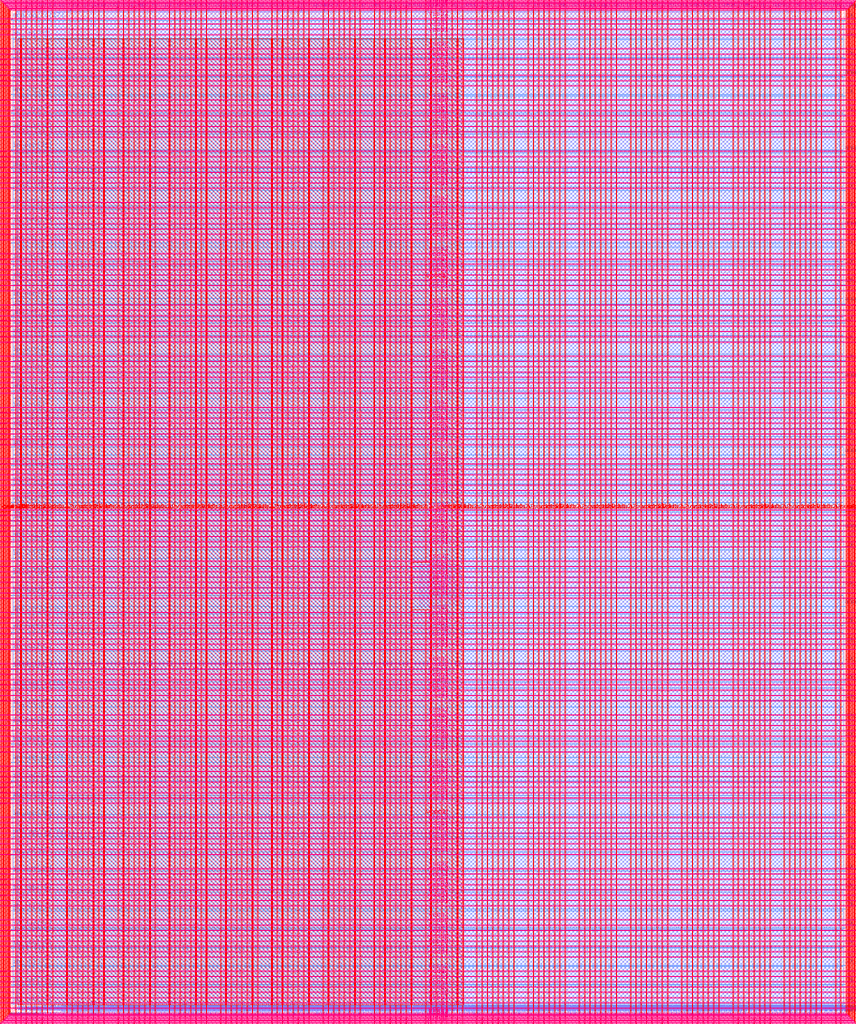
<source format=lef>
VERSION 5.7 ;
  NOWIREEXTENSIONATPIN ON ;
  DIVIDERCHAR "/" ;
  BUSBITCHARS "[]" ;
MACRO user_project_wrapper
  CLASS BLOCK ;
  FOREIGN user_project_wrapper ;
  ORIGIN 0.000 0.000 ;
  SIZE 2920.000 BY 3520.000 ;
  PIN analog_io[0]
    DIRECTION INOUT ;
    USE SIGNAL ;
    PORT
      LAYER met3 ;
        RECT 2917.600 1426.380 2924.800 1427.580 ;
    END
  END analog_io[0]
  PIN analog_io[10]
    DIRECTION INOUT ;
    USE SIGNAL ;
    PORT
      LAYER met2 ;
        RECT 2230.490 3517.600 2231.050 3524.800 ;
    END
  END analog_io[10]
  PIN analog_io[11]
    DIRECTION INOUT ;
    USE SIGNAL ;
    PORT
      LAYER met2 ;
        RECT 1905.730 3517.600 1906.290 3524.800 ;
    END
  END analog_io[11]
  PIN analog_io[12]
    DIRECTION INOUT ;
    USE SIGNAL ;
    PORT
      LAYER met2 ;
        RECT 1581.430 3517.600 1581.990 3524.800 ;
    END
  END analog_io[12]
  PIN analog_io[13]
    DIRECTION INOUT ;
    USE SIGNAL ;
    PORT
      LAYER met2 ;
        RECT 1257.130 3517.600 1257.690 3524.800 ;
    END
  END analog_io[13]
  PIN analog_io[14]
    DIRECTION INOUT ;
    USE SIGNAL ;
    PORT
      LAYER met2 ;
        RECT 932.370 3517.600 932.930 3524.800 ;
    END
  END analog_io[14]
  PIN analog_io[15]
    DIRECTION INOUT ;
    USE SIGNAL ;
    PORT
      LAYER met2 ;
        RECT 608.070 3517.600 608.630 3524.800 ;
    END
  END analog_io[15]
  PIN analog_io[16]
    DIRECTION INOUT ;
    USE SIGNAL ;
    PORT
      LAYER met2 ;
        RECT 283.770 3517.600 284.330 3524.800 ;
    END
  END analog_io[16]
  PIN analog_io[17]
    DIRECTION INOUT ;
    USE SIGNAL ;
    PORT
      LAYER met3 ;
        RECT -4.800 3486.100 2.400 3487.300 ;
    END
  END analog_io[17]
  PIN analog_io[18]
    DIRECTION INOUT ;
    USE SIGNAL ;
    PORT
      LAYER met3 ;
        RECT -4.800 3224.980 2.400 3226.180 ;
    END
  END analog_io[18]
  PIN analog_io[19]
    DIRECTION INOUT ;
    USE SIGNAL ;
    PORT
      LAYER met3 ;
        RECT -4.800 2964.540 2.400 2965.740 ;
    END
  END analog_io[19]
  PIN analog_io[1]
    DIRECTION INOUT ;
    USE SIGNAL ;
    PORT
      LAYER met3 ;
        RECT 2917.600 1692.260 2924.800 1693.460 ;
    END
  END analog_io[1]
  PIN analog_io[20]
    DIRECTION INOUT ;
    USE SIGNAL ;
    PORT
      LAYER met3 ;
        RECT -4.800 2703.420 2.400 2704.620 ;
    END
  END analog_io[20]
  PIN analog_io[21]
    DIRECTION INOUT ;
    USE SIGNAL ;
    PORT
      LAYER met3 ;
        RECT -4.800 2442.980 2.400 2444.180 ;
    END
  END analog_io[21]
  PIN analog_io[22]
    DIRECTION INOUT ;
    USE SIGNAL ;
    PORT
      LAYER met3 ;
        RECT -4.800 2182.540 2.400 2183.740 ;
    END
  END analog_io[22]
  PIN analog_io[23]
    DIRECTION INOUT ;
    USE SIGNAL ;
    PORT
      LAYER met3 ;
        RECT -4.800 1921.420 2.400 1922.620 ;
    END
  END analog_io[23]
  PIN analog_io[24]
    DIRECTION INOUT ;
    USE SIGNAL ;
    PORT
      LAYER met3 ;
        RECT -4.800 1660.980 2.400 1662.180 ;
    END
  END analog_io[24]
  PIN analog_io[25]
    DIRECTION INOUT ;
    USE SIGNAL ;
    PORT
      LAYER met3 ;
        RECT -4.800 1399.860 2.400 1401.060 ;
    END
  END analog_io[25]
  PIN analog_io[26]
    DIRECTION INOUT ;
    USE SIGNAL ;
    PORT
      LAYER met3 ;
        RECT -4.800 1139.420 2.400 1140.620 ;
    END
  END analog_io[26]
  PIN analog_io[27]
    DIRECTION INOUT ;
    USE SIGNAL ;
    PORT
      LAYER met3 ;
        RECT -4.800 878.980 2.400 880.180 ;
    END
  END analog_io[27]
  PIN analog_io[28]
    DIRECTION INOUT ;
    USE SIGNAL ;
    PORT
      LAYER met3 ;
        RECT -4.800 617.860 2.400 619.060 ;
    END
  END analog_io[28]
  PIN analog_io[2]
    DIRECTION INOUT ;
    USE SIGNAL ;
    PORT
      LAYER met3 ;
        RECT 2917.600 1958.140 2924.800 1959.340 ;
    END
  END analog_io[2]
  PIN analog_io[3]
    DIRECTION INOUT ;
    USE SIGNAL ;
    PORT
      LAYER met3 ;
        RECT 2917.600 2223.340 2924.800 2224.540 ;
    END
  END analog_io[3]
  PIN analog_io[4]
    DIRECTION INOUT ;
    USE SIGNAL ;
    PORT
      LAYER met3 ;
        RECT 2917.600 2489.220 2924.800 2490.420 ;
    END
  END analog_io[4]
  PIN analog_io[5]
    DIRECTION INOUT ;
    USE SIGNAL ;
    PORT
      LAYER met3 ;
        RECT 2917.600 2755.100 2924.800 2756.300 ;
    END
  END analog_io[5]
  PIN analog_io[6]
    DIRECTION INOUT ;
    USE SIGNAL ;
    PORT
      LAYER met3 ;
        RECT 2917.600 3020.300 2924.800 3021.500 ;
    END
  END analog_io[6]
  PIN analog_io[7]
    DIRECTION INOUT ;
    USE SIGNAL ;
    PORT
      LAYER met3 ;
        RECT 2917.600 3286.180 2924.800 3287.380 ;
    END
  END analog_io[7]
  PIN analog_io[8]
    DIRECTION INOUT ;
    USE SIGNAL ;
    PORT
      LAYER met2 ;
        RECT 2879.090 3517.600 2879.650 3524.800 ;
    END
  END analog_io[8]
  PIN analog_io[9]
    DIRECTION INOUT ;
    USE SIGNAL ;
    PORT
      LAYER met2 ;
        RECT 2554.790 3517.600 2555.350 3524.800 ;
    END
  END analog_io[9]
  PIN io_in[0]
    DIRECTION INPUT ;
    USE SIGNAL ;
    PORT
      LAYER met3 ;
        RECT 2917.600 32.380 2924.800 33.580 ;
    END
  END io_in[0]
  PIN io_in[10]
    DIRECTION INPUT ;
    USE SIGNAL ;
    PORT
      LAYER met3 ;
        RECT 2917.600 2289.980 2924.800 2291.180 ;
    END
  END io_in[10]
  PIN io_in[11]
    DIRECTION INPUT ;
    USE SIGNAL ;
    PORT
      LAYER met3 ;
        RECT 2917.600 2555.860 2924.800 2557.060 ;
    END
  END io_in[11]
  PIN io_in[12]
    DIRECTION INPUT ;
    USE SIGNAL ;
    PORT
      LAYER met3 ;
        RECT 2917.600 2821.060 2924.800 2822.260 ;
    END
  END io_in[12]
  PIN io_in[13]
    DIRECTION INPUT ;
    USE SIGNAL ;
    PORT
      LAYER met3 ;
        RECT 2917.600 3086.940 2924.800 3088.140 ;
    END
  END io_in[13]
  PIN io_in[14]
    DIRECTION INPUT ;
    USE SIGNAL ;
    PORT
      LAYER met3 ;
        RECT 2917.600 3352.820 2924.800 3354.020 ;
    END
  END io_in[14]
  PIN io_in[15]
    DIRECTION INPUT ;
    USE SIGNAL ;
    PORT
      LAYER met2 ;
        RECT 2798.130 3517.600 2798.690 3524.800 ;
    END
  END io_in[15]
  PIN io_in[16]
    DIRECTION INPUT ;
    USE SIGNAL ;
    PORT
      LAYER met2 ;
        RECT 2473.830 3517.600 2474.390 3524.800 ;
    END
  END io_in[16]
  PIN io_in[17]
    DIRECTION INPUT ;
    USE SIGNAL ;
    PORT
      LAYER met2 ;
        RECT 2149.070 3517.600 2149.630 3524.800 ;
    END
  END io_in[17]
  PIN io_in[18]
    DIRECTION INPUT ;
    USE SIGNAL ;
    PORT
      LAYER met2 ;
        RECT 1824.770 3517.600 1825.330 3524.800 ;
    END
  END io_in[18]
  PIN io_in[19]
    DIRECTION INPUT ;
    USE SIGNAL ;
    PORT
      LAYER met2 ;
        RECT 1500.470 3517.600 1501.030 3524.800 ;
    END
  END io_in[19]
  PIN io_in[1]
    DIRECTION INPUT ;
    USE SIGNAL ;
    PORT
      LAYER met3 ;
        RECT 2917.600 230.940 2924.800 232.140 ;
    END
  END io_in[1]
  PIN io_in[20]
    DIRECTION INPUT ;
    USE SIGNAL ;
    PORT
      LAYER met2 ;
        RECT 1175.710 3517.600 1176.270 3524.800 ;
    END
  END io_in[20]
  PIN io_in[21]
    DIRECTION INPUT ;
    USE SIGNAL ;
    PORT
      LAYER met2 ;
        RECT 851.410 3517.600 851.970 3524.800 ;
    END
  END io_in[21]
  PIN io_in[22]
    DIRECTION INPUT ;
    USE SIGNAL ;
    PORT
      LAYER met2 ;
        RECT 527.110 3517.600 527.670 3524.800 ;
    END
  END io_in[22]
  PIN io_in[23]
    DIRECTION INPUT ;
    USE SIGNAL ;
    PORT
      LAYER met2 ;
        RECT 202.350 3517.600 202.910 3524.800 ;
    END
  END io_in[23]
  PIN io_in[24]
    DIRECTION INPUT ;
    USE SIGNAL ;
    PORT
      LAYER met3 ;
        RECT -4.800 3420.820 2.400 3422.020 ;
    END
  END io_in[24]
  PIN io_in[25]
    DIRECTION INPUT ;
    USE SIGNAL ;
    PORT
      LAYER met3 ;
        RECT -4.800 3159.700 2.400 3160.900 ;
    END
  END io_in[25]
  PIN io_in[26]
    DIRECTION INPUT ;
    USE SIGNAL ;
    PORT
      LAYER met3 ;
        RECT -4.800 2899.260 2.400 2900.460 ;
    END
  END io_in[26]
  PIN io_in[27]
    DIRECTION INPUT ;
    USE SIGNAL ;
    PORT
      LAYER met3 ;
        RECT -4.800 2638.820 2.400 2640.020 ;
    END
  END io_in[27]
  PIN io_in[28]
    DIRECTION INPUT ;
    USE SIGNAL ;
    PORT
      LAYER met3 ;
        RECT -4.800 2377.700 2.400 2378.900 ;
    END
  END io_in[28]
  PIN io_in[29]
    DIRECTION INPUT ;
    USE SIGNAL ;
    PORT
      LAYER met3 ;
        RECT -4.800 2117.260 2.400 2118.460 ;
    END
  END io_in[29]
  PIN io_in[2]
    DIRECTION INPUT ;
    USE SIGNAL ;
    PORT
      LAYER met3 ;
        RECT 2917.600 430.180 2924.800 431.380 ;
    END
  END io_in[2]
  PIN io_in[30]
    DIRECTION INPUT ;
    USE SIGNAL ;
    PORT
      LAYER met3 ;
        RECT -4.800 1856.140 2.400 1857.340 ;
    END
  END io_in[30]
  PIN io_in[31]
    DIRECTION INPUT ;
    USE SIGNAL ;
    PORT
      LAYER met3 ;
        RECT -4.800 1595.700 2.400 1596.900 ;
    END
  END io_in[31]
  PIN io_in[32]
    DIRECTION INPUT ;
    USE SIGNAL ;
    PORT
      LAYER met3 ;
        RECT -4.800 1335.260 2.400 1336.460 ;
    END
  END io_in[32]
  PIN io_in[33]
    DIRECTION INPUT ;
    USE SIGNAL ;
    PORT
      LAYER met3 ;
        RECT -4.800 1074.140 2.400 1075.340 ;
    END
  END io_in[33]
  PIN io_in[34]
    DIRECTION INPUT ;
    USE SIGNAL ;
    PORT
      LAYER met3 ;
        RECT -4.800 813.700 2.400 814.900 ;
    END
  END io_in[34]
  PIN io_in[35]
    DIRECTION INPUT ;
    USE SIGNAL ;
    PORT
      LAYER met3 ;
        RECT -4.800 552.580 2.400 553.780 ;
    END
  END io_in[35]
  PIN io_in[36]
    DIRECTION INPUT ;
    USE SIGNAL ;
    PORT
      LAYER met3 ;
        RECT -4.800 357.420 2.400 358.620 ;
    END
  END io_in[36]
  PIN io_in[37]
    DIRECTION INPUT ;
    USE SIGNAL ;
    PORT
      LAYER met3 ;
        RECT -4.800 161.580 2.400 162.780 ;
    END
  END io_in[37]
  PIN io_in[3]
    DIRECTION INPUT ;
    USE SIGNAL ;
    PORT
      LAYER met3 ;
        RECT 2917.600 629.420 2924.800 630.620 ;
    END
  END io_in[3]
  PIN io_in[4]
    DIRECTION INPUT ;
    USE SIGNAL ;
    PORT
      LAYER met3 ;
        RECT 2917.600 828.660 2924.800 829.860 ;
    END
  END io_in[4]
  PIN io_in[5]
    DIRECTION INPUT ;
    USE SIGNAL ;
    PORT
      LAYER met3 ;
        RECT 2917.600 1027.900 2924.800 1029.100 ;
    END
  END io_in[5]
  PIN io_in[6]
    DIRECTION INPUT ;
    USE SIGNAL ;
    PORT
      LAYER met3 ;
        RECT 2917.600 1227.140 2924.800 1228.340 ;
    END
  END io_in[6]
  PIN io_in[7]
    DIRECTION INPUT ;
    USE SIGNAL ;
    PORT
      LAYER met3 ;
        RECT 2917.600 1493.020 2924.800 1494.220 ;
    END
  END io_in[7]
  PIN io_in[8]
    DIRECTION INPUT ;
    USE SIGNAL ;
    PORT
      LAYER met3 ;
        RECT 2917.600 1758.900 2924.800 1760.100 ;
    END
  END io_in[8]
  PIN io_in[9]
    DIRECTION INPUT ;
    USE SIGNAL ;
    PORT
      LAYER met3 ;
        RECT 2917.600 2024.100 2924.800 2025.300 ;
    END
  END io_in[9]
  PIN io_oeb[0]
    DIRECTION OUTPUT TRISTATE ;
    USE SIGNAL ;
    PORT
      LAYER met3 ;
        RECT 2917.600 164.980 2924.800 166.180 ;
    END
  END io_oeb[0]
  PIN io_oeb[10]
    DIRECTION OUTPUT TRISTATE ;
    USE SIGNAL ;
    PORT
      LAYER met3 ;
        RECT 2917.600 2422.580 2924.800 2423.780 ;
    END
  END io_oeb[10]
  PIN io_oeb[11]
    DIRECTION OUTPUT TRISTATE ;
    USE SIGNAL ;
    PORT
      LAYER met3 ;
        RECT 2917.600 2688.460 2924.800 2689.660 ;
    END
  END io_oeb[11]
  PIN io_oeb[12]
    DIRECTION OUTPUT TRISTATE ;
    USE SIGNAL ;
    PORT
      LAYER met3 ;
        RECT 2917.600 2954.340 2924.800 2955.540 ;
    END
  END io_oeb[12]
  PIN io_oeb[13]
    DIRECTION OUTPUT TRISTATE ;
    USE SIGNAL ;
    PORT
      LAYER met3 ;
        RECT 2917.600 3219.540 2924.800 3220.740 ;
    END
  END io_oeb[13]
  PIN io_oeb[14]
    DIRECTION OUTPUT TRISTATE ;
    USE SIGNAL ;
    PORT
      LAYER met3 ;
        RECT 2917.600 3485.420 2924.800 3486.620 ;
    END
  END io_oeb[14]
  PIN io_oeb[15]
    DIRECTION OUTPUT TRISTATE ;
    USE SIGNAL ;
    PORT
      LAYER met2 ;
        RECT 2635.750 3517.600 2636.310 3524.800 ;
    END
  END io_oeb[15]
  PIN io_oeb[16]
    DIRECTION OUTPUT TRISTATE ;
    USE SIGNAL ;
    PORT
      LAYER met2 ;
        RECT 2311.450 3517.600 2312.010 3524.800 ;
    END
  END io_oeb[16]
  PIN io_oeb[17]
    DIRECTION OUTPUT TRISTATE ;
    USE SIGNAL ;
    PORT
      LAYER met2 ;
        RECT 1987.150 3517.600 1987.710 3524.800 ;
    END
  END io_oeb[17]
  PIN io_oeb[18]
    DIRECTION OUTPUT TRISTATE ;
    USE SIGNAL ;
    PORT
      LAYER met2 ;
        RECT 1662.390 3517.600 1662.950 3524.800 ;
    END
  END io_oeb[18]
  PIN io_oeb[19]
    DIRECTION OUTPUT TRISTATE ;
    USE SIGNAL ;
    PORT
      LAYER met2 ;
        RECT 1338.090 3517.600 1338.650 3524.800 ;
    END
  END io_oeb[19]
  PIN io_oeb[1]
    DIRECTION OUTPUT TRISTATE ;
    USE SIGNAL ;
    PORT
      LAYER met3 ;
        RECT 2917.600 364.220 2924.800 365.420 ;
    END
  END io_oeb[1]
  PIN io_oeb[20]
    DIRECTION OUTPUT TRISTATE ;
    USE SIGNAL ;
    PORT
      LAYER met2 ;
        RECT 1013.790 3517.600 1014.350 3524.800 ;
    END
  END io_oeb[20]
  PIN io_oeb[21]
    DIRECTION OUTPUT TRISTATE ;
    USE SIGNAL ;
    PORT
      LAYER met2 ;
        RECT 689.030 3517.600 689.590 3524.800 ;
    END
  END io_oeb[21]
  PIN io_oeb[22]
    DIRECTION OUTPUT TRISTATE ;
    USE SIGNAL ;
    PORT
      LAYER met2 ;
        RECT 364.730 3517.600 365.290 3524.800 ;
    END
  END io_oeb[22]
  PIN io_oeb[23]
    DIRECTION OUTPUT TRISTATE ;
    USE SIGNAL ;
    PORT
      LAYER met2 ;
        RECT 40.430 3517.600 40.990 3524.800 ;
    END
  END io_oeb[23]
  PIN io_oeb[24]
    DIRECTION OUTPUT TRISTATE ;
    USE SIGNAL ;
    PORT
      LAYER met3 ;
        RECT -4.800 3290.260 2.400 3291.460 ;
    END
  END io_oeb[24]
  PIN io_oeb[25]
    DIRECTION OUTPUT TRISTATE ;
    USE SIGNAL ;
    PORT
      LAYER met3 ;
        RECT -4.800 3029.820 2.400 3031.020 ;
    END
  END io_oeb[25]
  PIN io_oeb[26]
    DIRECTION OUTPUT TRISTATE ;
    USE SIGNAL ;
    PORT
      LAYER met3 ;
        RECT -4.800 2768.700 2.400 2769.900 ;
    END
  END io_oeb[26]
  PIN io_oeb[27]
    DIRECTION OUTPUT TRISTATE ;
    USE SIGNAL ;
    PORT
      LAYER met3 ;
        RECT -4.800 2508.260 2.400 2509.460 ;
    END
  END io_oeb[27]
  PIN io_oeb[28]
    DIRECTION OUTPUT TRISTATE ;
    USE SIGNAL ;
    PORT
      LAYER met3 ;
        RECT -4.800 2247.140 2.400 2248.340 ;
    END
  END io_oeb[28]
  PIN io_oeb[29]
    DIRECTION OUTPUT TRISTATE ;
    USE SIGNAL ;
    PORT
      LAYER met3 ;
        RECT -4.800 1986.700 2.400 1987.900 ;
    END
  END io_oeb[29]
  PIN io_oeb[2]
    DIRECTION OUTPUT TRISTATE ;
    USE SIGNAL ;
    PORT
      LAYER met3 ;
        RECT 2917.600 563.460 2924.800 564.660 ;
    END
  END io_oeb[2]
  PIN io_oeb[30]
    DIRECTION OUTPUT TRISTATE ;
    USE SIGNAL ;
    PORT
      LAYER met3 ;
        RECT -4.800 1726.260 2.400 1727.460 ;
    END
  END io_oeb[30]
  PIN io_oeb[31]
    DIRECTION OUTPUT TRISTATE ;
    USE SIGNAL ;
    PORT
      LAYER met3 ;
        RECT -4.800 1465.140 2.400 1466.340 ;
    END
  END io_oeb[31]
  PIN io_oeb[32]
    DIRECTION OUTPUT TRISTATE ;
    USE SIGNAL ;
    PORT
      LAYER met3 ;
        RECT -4.800 1204.700 2.400 1205.900 ;
    END
  END io_oeb[32]
  PIN io_oeb[33]
    DIRECTION OUTPUT TRISTATE ;
    USE SIGNAL ;
    PORT
      LAYER met3 ;
        RECT -4.800 943.580 2.400 944.780 ;
    END
  END io_oeb[33]
  PIN io_oeb[34]
    DIRECTION OUTPUT TRISTATE ;
    USE SIGNAL ;
    PORT
      LAYER met3 ;
        RECT -4.800 683.140 2.400 684.340 ;
    END
  END io_oeb[34]
  PIN io_oeb[35]
    DIRECTION OUTPUT TRISTATE ;
    USE SIGNAL ;
    PORT
      LAYER met3 ;
        RECT -4.800 422.700 2.400 423.900 ;
    END
  END io_oeb[35]
  PIN io_oeb[36]
    DIRECTION OUTPUT TRISTATE ;
    USE SIGNAL ;
    PORT
      LAYER met3 ;
        RECT -4.800 226.860 2.400 228.060 ;
    END
  END io_oeb[36]
  PIN io_oeb[37]
    DIRECTION OUTPUT TRISTATE ;
    USE SIGNAL ;
    PORT
      LAYER met3 ;
        RECT -4.800 31.700 2.400 32.900 ;
    END
  END io_oeb[37]
  PIN io_oeb[3]
    DIRECTION OUTPUT TRISTATE ;
    USE SIGNAL ;
    PORT
      LAYER met3 ;
        RECT 2917.600 762.700 2924.800 763.900 ;
    END
  END io_oeb[3]
  PIN io_oeb[4]
    DIRECTION OUTPUT TRISTATE ;
    USE SIGNAL ;
    PORT
      LAYER met3 ;
        RECT 2917.600 961.940 2924.800 963.140 ;
    END
  END io_oeb[4]
  PIN io_oeb[5]
    DIRECTION OUTPUT TRISTATE ;
    USE SIGNAL ;
    PORT
      LAYER met3 ;
        RECT 2917.600 1161.180 2924.800 1162.380 ;
    END
  END io_oeb[5]
  PIN io_oeb[6]
    DIRECTION OUTPUT TRISTATE ;
    USE SIGNAL ;
    PORT
      LAYER met3 ;
        RECT 2917.600 1360.420 2924.800 1361.620 ;
    END
  END io_oeb[6]
  PIN io_oeb[7]
    DIRECTION OUTPUT TRISTATE ;
    USE SIGNAL ;
    PORT
      LAYER met3 ;
        RECT 2917.600 1625.620 2924.800 1626.820 ;
    END
  END io_oeb[7]
  PIN io_oeb[8]
    DIRECTION OUTPUT TRISTATE ;
    USE SIGNAL ;
    PORT
      LAYER met3 ;
        RECT 2917.600 1891.500 2924.800 1892.700 ;
    END
  END io_oeb[8]
  PIN io_oeb[9]
    DIRECTION OUTPUT TRISTATE ;
    USE SIGNAL ;
    PORT
      LAYER met3 ;
        RECT 2917.600 2157.380 2924.800 2158.580 ;
    END
  END io_oeb[9]
  PIN io_out[0]
    DIRECTION OUTPUT TRISTATE ;
    USE SIGNAL ;
    PORT
      LAYER met3 ;
        RECT 2917.600 98.340 2924.800 99.540 ;
    END
  END io_out[0]
  PIN io_out[10]
    DIRECTION OUTPUT TRISTATE ;
    USE SIGNAL ;
    PORT
      LAYER met3 ;
        RECT 2917.600 2356.620 2924.800 2357.820 ;
    END
  END io_out[10]
  PIN io_out[11]
    DIRECTION OUTPUT TRISTATE ;
    USE SIGNAL ;
    PORT
      LAYER met3 ;
        RECT 2917.600 2621.820 2924.800 2623.020 ;
    END
  END io_out[11]
  PIN io_out[12]
    DIRECTION OUTPUT TRISTATE ;
    USE SIGNAL ;
    PORT
      LAYER met3 ;
        RECT 2917.600 2887.700 2924.800 2888.900 ;
    END
  END io_out[12]
  PIN io_out[13]
    DIRECTION OUTPUT TRISTATE ;
    USE SIGNAL ;
    PORT
      LAYER met3 ;
        RECT 2917.600 3153.580 2924.800 3154.780 ;
    END
  END io_out[13]
  PIN io_out[14]
    DIRECTION OUTPUT TRISTATE ;
    USE SIGNAL ;
    PORT
      LAYER met3 ;
        RECT 2917.600 3418.780 2924.800 3419.980 ;
    END
  END io_out[14]
  PIN io_out[15]
    DIRECTION OUTPUT TRISTATE ;
    USE SIGNAL ;
    PORT
      LAYER met2 ;
        RECT 2717.170 3517.600 2717.730 3524.800 ;
    END
  END io_out[15]
  PIN io_out[16]
    DIRECTION OUTPUT TRISTATE ;
    USE SIGNAL ;
    PORT
      LAYER met2 ;
        RECT 2392.410 3517.600 2392.970 3524.800 ;
    END
  END io_out[16]
  PIN io_out[17]
    DIRECTION OUTPUT TRISTATE ;
    USE SIGNAL ;
    PORT
      LAYER met2 ;
        RECT 2068.110 3517.600 2068.670 3524.800 ;
    END
  END io_out[17]
  PIN io_out[18]
    DIRECTION OUTPUT TRISTATE ;
    USE SIGNAL ;
    PORT
      LAYER met2 ;
        RECT 1743.810 3517.600 1744.370 3524.800 ;
    END
  END io_out[18]
  PIN io_out[19]
    DIRECTION OUTPUT TRISTATE ;
    USE SIGNAL ;
    PORT
      LAYER met2 ;
        RECT 1419.050 3517.600 1419.610 3524.800 ;
    END
  END io_out[19]
  PIN io_out[1]
    DIRECTION OUTPUT TRISTATE ;
    USE SIGNAL ;
    PORT
      LAYER met3 ;
        RECT 2917.600 297.580 2924.800 298.780 ;
    END
  END io_out[1]
  PIN io_out[20]
    DIRECTION OUTPUT TRISTATE ;
    USE SIGNAL ;
    PORT
      LAYER met2 ;
        RECT 1094.750 3517.600 1095.310 3524.800 ;
    END
  END io_out[20]
  PIN io_out[21]
    DIRECTION OUTPUT TRISTATE ;
    USE SIGNAL ;
    PORT
      LAYER met2 ;
        RECT 770.450 3517.600 771.010 3524.800 ;
    END
  END io_out[21]
  PIN io_out[22]
    DIRECTION OUTPUT TRISTATE ;
    USE SIGNAL ;
    PORT
      LAYER met2 ;
        RECT 445.690 3517.600 446.250 3524.800 ;
    END
  END io_out[22]
  PIN io_out[23]
    DIRECTION OUTPUT TRISTATE ;
    USE SIGNAL ;
    PORT
      LAYER met2 ;
        RECT 121.390 3517.600 121.950 3524.800 ;
    END
  END io_out[23]
  PIN io_out[24]
    DIRECTION OUTPUT TRISTATE ;
    USE SIGNAL ;
    PORT
      LAYER met3 ;
        RECT -4.800 3355.540 2.400 3356.740 ;
    END
  END io_out[24]
  PIN io_out[25]
    DIRECTION OUTPUT TRISTATE ;
    USE SIGNAL ;
    PORT
      LAYER met3 ;
        RECT -4.800 3095.100 2.400 3096.300 ;
    END
  END io_out[25]
  PIN io_out[26]
    DIRECTION OUTPUT TRISTATE ;
    USE SIGNAL ;
    PORT
      LAYER met3 ;
        RECT -4.800 2833.980 2.400 2835.180 ;
    END
  END io_out[26]
  PIN io_out[27]
    DIRECTION OUTPUT TRISTATE ;
    USE SIGNAL ;
    PORT
      LAYER met3 ;
        RECT -4.800 2573.540 2.400 2574.740 ;
    END
  END io_out[27]
  PIN io_out[28]
    DIRECTION OUTPUT TRISTATE ;
    USE SIGNAL ;
    PORT
      LAYER met3 ;
        RECT -4.800 2312.420 2.400 2313.620 ;
    END
  END io_out[28]
  PIN io_out[29]
    DIRECTION OUTPUT TRISTATE ;
    USE SIGNAL ;
    PORT
      LAYER met3 ;
        RECT -4.800 2051.980 2.400 2053.180 ;
    END
  END io_out[29]
  PIN io_out[2]
    DIRECTION OUTPUT TRISTATE ;
    USE SIGNAL ;
    PORT
      LAYER met3 ;
        RECT 2917.600 496.820 2924.800 498.020 ;
    END
  END io_out[2]
  PIN io_out[30]
    DIRECTION OUTPUT TRISTATE ;
    USE SIGNAL ;
    PORT
      LAYER met3 ;
        RECT -4.800 1791.540 2.400 1792.740 ;
    END
  END io_out[30]
  PIN io_out[31]
    DIRECTION OUTPUT TRISTATE ;
    USE SIGNAL ;
    PORT
      LAYER met3 ;
        RECT -4.800 1530.420 2.400 1531.620 ;
    END
  END io_out[31]
  PIN io_out[32]
    DIRECTION OUTPUT TRISTATE ;
    USE SIGNAL ;
    PORT
      LAYER met3 ;
        RECT -4.800 1269.980 2.400 1271.180 ;
    END
  END io_out[32]
  PIN io_out[33]
    DIRECTION OUTPUT TRISTATE ;
    USE SIGNAL ;
    PORT
      LAYER met3 ;
        RECT -4.800 1008.860 2.400 1010.060 ;
    END
  END io_out[33]
  PIN io_out[34]
    DIRECTION OUTPUT TRISTATE ;
    USE SIGNAL ;
    PORT
      LAYER met3 ;
        RECT -4.800 748.420 2.400 749.620 ;
    END
  END io_out[34]
  PIN io_out[35]
    DIRECTION OUTPUT TRISTATE ;
    USE SIGNAL ;
    PORT
      LAYER met3 ;
        RECT -4.800 487.300 2.400 488.500 ;
    END
  END io_out[35]
  PIN io_out[36]
    DIRECTION OUTPUT TRISTATE ;
    USE SIGNAL ;
    PORT
      LAYER met3 ;
        RECT -4.800 292.140 2.400 293.340 ;
    END
  END io_out[36]
  PIN io_out[37]
    DIRECTION OUTPUT TRISTATE ;
    USE SIGNAL ;
    PORT
      LAYER met3 ;
        RECT -4.800 96.300 2.400 97.500 ;
    END
  END io_out[37]
  PIN io_out[3]
    DIRECTION OUTPUT TRISTATE ;
    USE SIGNAL ;
    PORT
      LAYER met3 ;
        RECT 2917.600 696.060 2924.800 697.260 ;
    END
  END io_out[3]
  PIN io_out[4]
    DIRECTION OUTPUT TRISTATE ;
    USE SIGNAL ;
    PORT
      LAYER met3 ;
        RECT 2917.600 895.300 2924.800 896.500 ;
    END
  END io_out[4]
  PIN io_out[5]
    DIRECTION OUTPUT TRISTATE ;
    USE SIGNAL ;
    PORT
      LAYER met3 ;
        RECT 2917.600 1094.540 2924.800 1095.740 ;
    END
  END io_out[5]
  PIN io_out[6]
    DIRECTION OUTPUT TRISTATE ;
    USE SIGNAL ;
    PORT
      LAYER met3 ;
        RECT 2917.600 1293.780 2924.800 1294.980 ;
    END
  END io_out[6]
  PIN io_out[7]
    DIRECTION OUTPUT TRISTATE ;
    USE SIGNAL ;
    PORT
      LAYER met3 ;
        RECT 2917.600 1559.660 2924.800 1560.860 ;
    END
  END io_out[7]
  PIN io_out[8]
    DIRECTION OUTPUT TRISTATE ;
    USE SIGNAL ;
    PORT
      LAYER met3 ;
        RECT 2917.600 1824.860 2924.800 1826.060 ;
    END
  END io_out[8]
  PIN io_out[9]
    DIRECTION OUTPUT TRISTATE ;
    USE SIGNAL ;
    PORT
      LAYER met3 ;
        RECT 2917.600 2090.740 2924.800 2091.940 ;
    END
  END io_out[9]
  PIN la_data_in[0]
    DIRECTION INPUT ;
    USE SIGNAL ;
    PORT
      LAYER met2 ;
        RECT 629.230 -4.800 629.790 2.400 ;
    END
  END la_data_in[0]
  PIN la_data_in[100]
    DIRECTION INPUT ;
    USE SIGNAL ;
    PORT
      LAYER met2 ;
        RECT 2402.530 -4.800 2403.090 2.400 ;
    END
  END la_data_in[100]
  PIN la_data_in[101]
    DIRECTION INPUT ;
    USE SIGNAL ;
    PORT
      LAYER met2 ;
        RECT 2420.010 -4.800 2420.570 2.400 ;
    END
  END la_data_in[101]
  PIN la_data_in[102]
    DIRECTION INPUT ;
    USE SIGNAL ;
    PORT
      LAYER met2 ;
        RECT 2437.950 -4.800 2438.510 2.400 ;
    END
  END la_data_in[102]
  PIN la_data_in[103]
    DIRECTION INPUT ;
    USE SIGNAL ;
    PORT
      LAYER met2 ;
        RECT 2455.430 -4.800 2455.990 2.400 ;
    END
  END la_data_in[103]
  PIN la_data_in[104]
    DIRECTION INPUT ;
    USE SIGNAL ;
    PORT
      LAYER met2 ;
        RECT 2473.370 -4.800 2473.930 2.400 ;
    END
  END la_data_in[104]
  PIN la_data_in[105]
    DIRECTION INPUT ;
    USE SIGNAL ;
    PORT
      LAYER met2 ;
        RECT 2490.850 -4.800 2491.410 2.400 ;
    END
  END la_data_in[105]
  PIN la_data_in[106]
    DIRECTION INPUT ;
    USE SIGNAL ;
    PORT
      LAYER met2 ;
        RECT 2508.790 -4.800 2509.350 2.400 ;
    END
  END la_data_in[106]
  PIN la_data_in[107]
    DIRECTION INPUT ;
    USE SIGNAL ;
    PORT
      LAYER met2 ;
        RECT 2526.730 -4.800 2527.290 2.400 ;
    END
  END la_data_in[107]
  PIN la_data_in[108]
    DIRECTION INPUT ;
    USE SIGNAL ;
    PORT
      LAYER met2 ;
        RECT 2544.210 -4.800 2544.770 2.400 ;
    END
  END la_data_in[108]
  PIN la_data_in[109]
    DIRECTION INPUT ;
    USE SIGNAL ;
    PORT
      LAYER met2 ;
        RECT 2562.150 -4.800 2562.710 2.400 ;
    END
  END la_data_in[109]
  PIN la_data_in[10]
    DIRECTION INPUT ;
    USE SIGNAL ;
    PORT
      LAYER met2 ;
        RECT 806.330 -4.800 806.890 2.400 ;
    END
  END la_data_in[10]
  PIN la_data_in[110]
    DIRECTION INPUT ;
    USE SIGNAL ;
    PORT
      LAYER met2 ;
        RECT 2579.630 -4.800 2580.190 2.400 ;
    END
  END la_data_in[110]
  PIN la_data_in[111]
    DIRECTION INPUT ;
    USE SIGNAL ;
    PORT
      LAYER met2 ;
        RECT 2597.570 -4.800 2598.130 2.400 ;
    END
  END la_data_in[111]
  PIN la_data_in[112]
    DIRECTION INPUT ;
    USE SIGNAL ;
    PORT
      LAYER met2 ;
        RECT 2615.050 -4.800 2615.610 2.400 ;
    END
  END la_data_in[112]
  PIN la_data_in[113]
    DIRECTION INPUT ;
    USE SIGNAL ;
    PORT
      LAYER met2 ;
        RECT 2632.990 -4.800 2633.550 2.400 ;
    END
  END la_data_in[113]
  PIN la_data_in[114]
    DIRECTION INPUT ;
    USE SIGNAL ;
    PORT
      LAYER met2 ;
        RECT 2650.470 -4.800 2651.030 2.400 ;
    END
  END la_data_in[114]
  PIN la_data_in[115]
    DIRECTION INPUT ;
    USE SIGNAL ;
    PORT
      LAYER met2 ;
        RECT 2668.410 -4.800 2668.970 2.400 ;
    END
  END la_data_in[115]
  PIN la_data_in[116]
    DIRECTION INPUT ;
    USE SIGNAL ;
    PORT
      LAYER met2 ;
        RECT 2685.890 -4.800 2686.450 2.400 ;
    END
  END la_data_in[116]
  PIN la_data_in[117]
    DIRECTION INPUT ;
    USE SIGNAL ;
    PORT
      LAYER met2 ;
        RECT 2703.830 -4.800 2704.390 2.400 ;
    END
  END la_data_in[117]
  PIN la_data_in[118]
    DIRECTION INPUT ;
    USE SIGNAL ;
    PORT
      LAYER met2 ;
        RECT 2721.770 -4.800 2722.330 2.400 ;
    END
  END la_data_in[118]
  PIN la_data_in[119]
    DIRECTION INPUT ;
    USE SIGNAL ;
    PORT
      LAYER met2 ;
        RECT 2739.250 -4.800 2739.810 2.400 ;
    END
  END la_data_in[119]
  PIN la_data_in[11]
    DIRECTION INPUT ;
    USE SIGNAL ;
    PORT
      LAYER met2 ;
        RECT 824.270 -4.800 824.830 2.400 ;
    END
  END la_data_in[11]
  PIN la_data_in[120]
    DIRECTION INPUT ;
    USE SIGNAL ;
    PORT
      LAYER met2 ;
        RECT 2757.190 -4.800 2757.750 2.400 ;
    END
  END la_data_in[120]
  PIN la_data_in[121]
    DIRECTION INPUT ;
    USE SIGNAL ;
    PORT
      LAYER met2 ;
        RECT 2774.670 -4.800 2775.230 2.400 ;
    END
  END la_data_in[121]
  PIN la_data_in[122]
    DIRECTION INPUT ;
    USE SIGNAL ;
    PORT
      LAYER met2 ;
        RECT 2792.610 -4.800 2793.170 2.400 ;
    END
  END la_data_in[122]
  PIN la_data_in[123]
    DIRECTION INPUT ;
    USE SIGNAL ;
    PORT
      LAYER met2 ;
        RECT 2810.090 -4.800 2810.650 2.400 ;
    END
  END la_data_in[123]
  PIN la_data_in[124]
    DIRECTION INPUT ;
    USE SIGNAL ;
    PORT
      LAYER met2 ;
        RECT 2828.030 -4.800 2828.590 2.400 ;
    END
  END la_data_in[124]
  PIN la_data_in[125]
    DIRECTION INPUT ;
    USE SIGNAL ;
    PORT
      LAYER met2 ;
        RECT 2845.510 -4.800 2846.070 2.400 ;
    END
  END la_data_in[125]
  PIN la_data_in[126]
    DIRECTION INPUT ;
    USE SIGNAL ;
    PORT
      LAYER met2 ;
        RECT 2863.450 -4.800 2864.010 2.400 ;
    END
  END la_data_in[126]
  PIN la_data_in[127]
    DIRECTION INPUT ;
    USE SIGNAL ;
    PORT
      LAYER met2 ;
        RECT 2881.390 -4.800 2881.950 2.400 ;
    END
  END la_data_in[127]
  PIN la_data_in[12]
    DIRECTION INPUT ;
    USE SIGNAL ;
    PORT
      LAYER met2 ;
        RECT 841.750 -4.800 842.310 2.400 ;
    END
  END la_data_in[12]
  PIN la_data_in[13]
    DIRECTION INPUT ;
    USE SIGNAL ;
    PORT
      LAYER met2 ;
        RECT 859.690 -4.800 860.250 2.400 ;
    END
  END la_data_in[13]
  PIN la_data_in[14]
    DIRECTION INPUT ;
    USE SIGNAL ;
    PORT
      LAYER met2 ;
        RECT 877.170 -4.800 877.730 2.400 ;
    END
  END la_data_in[14]
  PIN la_data_in[15]
    DIRECTION INPUT ;
    USE SIGNAL ;
    PORT
      LAYER met2 ;
        RECT 895.110 -4.800 895.670 2.400 ;
    END
  END la_data_in[15]
  PIN la_data_in[16]
    DIRECTION INPUT ;
    USE SIGNAL ;
    PORT
      LAYER met2 ;
        RECT 912.590 -4.800 913.150 2.400 ;
    END
  END la_data_in[16]
  PIN la_data_in[17]
    DIRECTION INPUT ;
    USE SIGNAL ;
    PORT
      LAYER met2 ;
        RECT 930.530 -4.800 931.090 2.400 ;
    END
  END la_data_in[17]
  PIN la_data_in[18]
    DIRECTION INPUT ;
    USE SIGNAL ;
    PORT
      LAYER met2 ;
        RECT 948.470 -4.800 949.030 2.400 ;
    END
  END la_data_in[18]
  PIN la_data_in[19]
    DIRECTION INPUT ;
    USE SIGNAL ;
    PORT
      LAYER met2 ;
        RECT 965.950 -4.800 966.510 2.400 ;
    END
  END la_data_in[19]
  PIN la_data_in[1]
    DIRECTION INPUT ;
    USE SIGNAL ;
    PORT
      LAYER met2 ;
        RECT 646.710 -4.800 647.270 2.400 ;
    END
  END la_data_in[1]
  PIN la_data_in[20]
    DIRECTION INPUT ;
    USE SIGNAL ;
    PORT
      LAYER met2 ;
        RECT 983.890 -4.800 984.450 2.400 ;
    END
  END la_data_in[20]
  PIN la_data_in[21]
    DIRECTION INPUT ;
    USE SIGNAL ;
    PORT
      LAYER met2 ;
        RECT 1001.370 -4.800 1001.930 2.400 ;
    END
  END la_data_in[21]
  PIN la_data_in[22]
    DIRECTION INPUT ;
    USE SIGNAL ;
    PORT
      LAYER met2 ;
        RECT 1019.310 -4.800 1019.870 2.400 ;
    END
  END la_data_in[22]
  PIN la_data_in[23]
    DIRECTION INPUT ;
    USE SIGNAL ;
    PORT
      LAYER met2 ;
        RECT 1036.790 -4.800 1037.350 2.400 ;
    END
  END la_data_in[23]
  PIN la_data_in[24]
    DIRECTION INPUT ;
    USE SIGNAL ;
    PORT
      LAYER met2 ;
        RECT 1054.730 -4.800 1055.290 2.400 ;
    END
  END la_data_in[24]
  PIN la_data_in[25]
    DIRECTION INPUT ;
    USE SIGNAL ;
    PORT
      LAYER met2 ;
        RECT 1072.210 -4.800 1072.770 2.400 ;
    END
  END la_data_in[25]
  PIN la_data_in[26]
    DIRECTION INPUT ;
    USE SIGNAL ;
    PORT
      LAYER met2 ;
        RECT 1090.150 -4.800 1090.710 2.400 ;
    END
  END la_data_in[26]
  PIN la_data_in[27]
    DIRECTION INPUT ;
    USE SIGNAL ;
    PORT
      LAYER met2 ;
        RECT 1107.630 -4.800 1108.190 2.400 ;
    END
  END la_data_in[27]
  PIN la_data_in[28]
    DIRECTION INPUT ;
    USE SIGNAL ;
    PORT
      LAYER met2 ;
        RECT 1125.570 -4.800 1126.130 2.400 ;
    END
  END la_data_in[28]
  PIN la_data_in[29]
    DIRECTION INPUT ;
    USE SIGNAL ;
    PORT
      LAYER met2 ;
        RECT 1143.510 -4.800 1144.070 2.400 ;
    END
  END la_data_in[29]
  PIN la_data_in[2]
    DIRECTION INPUT ;
    USE SIGNAL ;
    PORT
      LAYER met2 ;
        RECT 664.650 -4.800 665.210 2.400 ;
    END
  END la_data_in[2]
  PIN la_data_in[30]
    DIRECTION INPUT ;
    USE SIGNAL ;
    PORT
      LAYER met2 ;
        RECT 1160.990 -4.800 1161.550 2.400 ;
    END
  END la_data_in[30]
  PIN la_data_in[31]
    DIRECTION INPUT ;
    USE SIGNAL ;
    PORT
      LAYER met2 ;
        RECT 1178.930 -4.800 1179.490 2.400 ;
    END
  END la_data_in[31]
  PIN la_data_in[32]
    DIRECTION INPUT ;
    USE SIGNAL ;
    PORT
      LAYER met2 ;
        RECT 1196.410 -4.800 1196.970 2.400 ;
    END
  END la_data_in[32]
  PIN la_data_in[33]
    DIRECTION INPUT ;
    USE SIGNAL ;
    PORT
      LAYER met2 ;
        RECT 1214.350 -4.800 1214.910 2.400 ;
    END
  END la_data_in[33]
  PIN la_data_in[34]
    DIRECTION INPUT ;
    USE SIGNAL ;
    PORT
      LAYER met2 ;
        RECT 1231.830 -4.800 1232.390 2.400 ;
    END
  END la_data_in[34]
  PIN la_data_in[35]
    DIRECTION INPUT ;
    USE SIGNAL ;
    PORT
      LAYER met2 ;
        RECT 1249.770 -4.800 1250.330 2.400 ;
    END
  END la_data_in[35]
  PIN la_data_in[36]
    DIRECTION INPUT ;
    USE SIGNAL ;
    PORT
      LAYER met2 ;
        RECT 1267.250 -4.800 1267.810 2.400 ;
    END
  END la_data_in[36]
  PIN la_data_in[37]
    DIRECTION INPUT ;
    USE SIGNAL ;
    PORT
      LAYER met2 ;
        RECT 1285.190 -4.800 1285.750 2.400 ;
    END
  END la_data_in[37]
  PIN la_data_in[38]
    DIRECTION INPUT ;
    USE SIGNAL ;
    PORT
      LAYER met2 ;
        RECT 1303.130 -4.800 1303.690 2.400 ;
    END
  END la_data_in[38]
  PIN la_data_in[39]
    DIRECTION INPUT ;
    USE SIGNAL ;
    PORT
      LAYER met2 ;
        RECT 1320.610 -4.800 1321.170 2.400 ;
    END
  END la_data_in[39]
  PIN la_data_in[3]
    DIRECTION INPUT ;
    USE SIGNAL ;
    PORT
      LAYER met2 ;
        RECT 682.130 -4.800 682.690 2.400 ;
    END
  END la_data_in[3]
  PIN la_data_in[40]
    DIRECTION INPUT ;
    USE SIGNAL ;
    PORT
      LAYER met2 ;
        RECT 1338.550 -4.800 1339.110 2.400 ;
    END
  END la_data_in[40]
  PIN la_data_in[41]
    DIRECTION INPUT ;
    USE SIGNAL ;
    PORT
      LAYER met2 ;
        RECT 1356.030 -4.800 1356.590 2.400 ;
    END
  END la_data_in[41]
  PIN la_data_in[42]
    DIRECTION INPUT ;
    USE SIGNAL ;
    PORT
      LAYER met2 ;
        RECT 1373.970 -4.800 1374.530 2.400 ;
    END
  END la_data_in[42]
  PIN la_data_in[43]
    DIRECTION INPUT ;
    USE SIGNAL ;
    PORT
      LAYER met2 ;
        RECT 1391.450 -4.800 1392.010 2.400 ;
    END
  END la_data_in[43]
  PIN la_data_in[44]
    DIRECTION INPUT ;
    USE SIGNAL ;
    PORT
      LAYER met2 ;
        RECT 1409.390 -4.800 1409.950 2.400 ;
    END
  END la_data_in[44]
  PIN la_data_in[45]
    DIRECTION INPUT ;
    USE SIGNAL ;
    PORT
      LAYER met2 ;
        RECT 1426.870 -4.800 1427.430 2.400 ;
    END
  END la_data_in[45]
  PIN la_data_in[46]
    DIRECTION INPUT ;
    USE SIGNAL ;
    PORT
      LAYER met2 ;
        RECT 1444.810 -4.800 1445.370 2.400 ;
    END
  END la_data_in[46]
  PIN la_data_in[47]
    DIRECTION INPUT ;
    USE SIGNAL ;
    PORT
      LAYER met2 ;
        RECT 1462.750 -4.800 1463.310 2.400 ;
    END
  END la_data_in[47]
  PIN la_data_in[48]
    DIRECTION INPUT ;
    USE SIGNAL ;
    PORT
      LAYER met2 ;
        RECT 1480.230 -4.800 1480.790 2.400 ;
    END
  END la_data_in[48]
  PIN la_data_in[49]
    DIRECTION INPUT ;
    USE SIGNAL ;
    PORT
      LAYER met2 ;
        RECT 1498.170 -4.800 1498.730 2.400 ;
    END
  END la_data_in[49]
  PIN la_data_in[4]
    DIRECTION INPUT ;
    USE SIGNAL ;
    PORT
      LAYER met2 ;
        RECT 700.070 -4.800 700.630 2.400 ;
    END
  END la_data_in[4]
  PIN la_data_in[50]
    DIRECTION INPUT ;
    USE SIGNAL ;
    PORT
      LAYER met2 ;
        RECT 1515.650 -4.800 1516.210 2.400 ;
    END
  END la_data_in[50]
  PIN la_data_in[51]
    DIRECTION INPUT ;
    USE SIGNAL ;
    PORT
      LAYER met2 ;
        RECT 1533.590 -4.800 1534.150 2.400 ;
    END
  END la_data_in[51]
  PIN la_data_in[52]
    DIRECTION INPUT ;
    USE SIGNAL ;
    PORT
      LAYER met2 ;
        RECT 1551.070 -4.800 1551.630 2.400 ;
    END
  END la_data_in[52]
  PIN la_data_in[53]
    DIRECTION INPUT ;
    USE SIGNAL ;
    PORT
      LAYER met2 ;
        RECT 1569.010 -4.800 1569.570 2.400 ;
    END
  END la_data_in[53]
  PIN la_data_in[54]
    DIRECTION INPUT ;
    USE SIGNAL ;
    PORT
      LAYER met2 ;
        RECT 1586.490 -4.800 1587.050 2.400 ;
    END
  END la_data_in[54]
  PIN la_data_in[55]
    DIRECTION INPUT ;
    USE SIGNAL ;
    PORT
      LAYER met2 ;
        RECT 1604.430 -4.800 1604.990 2.400 ;
    END
  END la_data_in[55]
  PIN la_data_in[56]
    DIRECTION INPUT ;
    USE SIGNAL ;
    PORT
      LAYER met2 ;
        RECT 1621.910 -4.800 1622.470 2.400 ;
    END
  END la_data_in[56]
  PIN la_data_in[57]
    DIRECTION INPUT ;
    USE SIGNAL ;
    PORT
      LAYER met2 ;
        RECT 1639.850 -4.800 1640.410 2.400 ;
    END
  END la_data_in[57]
  PIN la_data_in[58]
    DIRECTION INPUT ;
    USE SIGNAL ;
    PORT
      LAYER met2 ;
        RECT 1657.790 -4.800 1658.350 2.400 ;
    END
  END la_data_in[58]
  PIN la_data_in[59]
    DIRECTION INPUT ;
    USE SIGNAL ;
    PORT
      LAYER met2 ;
        RECT 1675.270 -4.800 1675.830 2.400 ;
    END
  END la_data_in[59]
  PIN la_data_in[5]
    DIRECTION INPUT ;
    USE SIGNAL ;
    PORT
      LAYER met2 ;
        RECT 717.550 -4.800 718.110 2.400 ;
    END
  END la_data_in[5]
  PIN la_data_in[60]
    DIRECTION INPUT ;
    USE SIGNAL ;
    PORT
      LAYER met2 ;
        RECT 1693.210 -4.800 1693.770 2.400 ;
    END
  END la_data_in[60]
  PIN la_data_in[61]
    DIRECTION INPUT ;
    USE SIGNAL ;
    PORT
      LAYER met2 ;
        RECT 1710.690 -4.800 1711.250 2.400 ;
    END
  END la_data_in[61]
  PIN la_data_in[62]
    DIRECTION INPUT ;
    USE SIGNAL ;
    PORT
      LAYER met2 ;
        RECT 1728.630 -4.800 1729.190 2.400 ;
    END
  END la_data_in[62]
  PIN la_data_in[63]
    DIRECTION INPUT ;
    USE SIGNAL ;
    PORT
      LAYER met2 ;
        RECT 1746.110 -4.800 1746.670 2.400 ;
    END
  END la_data_in[63]
  PIN la_data_in[64]
    DIRECTION INPUT ;
    USE SIGNAL ;
    PORT
      LAYER met2 ;
        RECT 1764.050 -4.800 1764.610 2.400 ;
    END
  END la_data_in[64]
  PIN la_data_in[65]
    DIRECTION INPUT ;
    USE SIGNAL ;
    PORT
      LAYER met2 ;
        RECT 1781.530 -4.800 1782.090 2.400 ;
    END
  END la_data_in[65]
  PIN la_data_in[66]
    DIRECTION INPUT ;
    USE SIGNAL ;
    PORT
      LAYER met2 ;
        RECT 1799.470 -4.800 1800.030 2.400 ;
    END
  END la_data_in[66]
  PIN la_data_in[67]
    DIRECTION INPUT ;
    USE SIGNAL ;
    PORT
      LAYER met2 ;
        RECT 1817.410 -4.800 1817.970 2.400 ;
    END
  END la_data_in[67]
  PIN la_data_in[68]
    DIRECTION INPUT ;
    USE SIGNAL ;
    PORT
      LAYER met2 ;
        RECT 1834.890 -4.800 1835.450 2.400 ;
    END
  END la_data_in[68]
  PIN la_data_in[69]
    DIRECTION INPUT ;
    USE SIGNAL ;
    PORT
      LAYER met2 ;
        RECT 1852.830 -4.800 1853.390 2.400 ;
    END
  END la_data_in[69]
  PIN la_data_in[6]
    DIRECTION INPUT ;
    USE SIGNAL ;
    PORT
      LAYER met2 ;
        RECT 735.490 -4.800 736.050 2.400 ;
    END
  END la_data_in[6]
  PIN la_data_in[70]
    DIRECTION INPUT ;
    USE SIGNAL ;
    PORT
      LAYER met2 ;
        RECT 1870.310 -4.800 1870.870 2.400 ;
    END
  END la_data_in[70]
  PIN la_data_in[71]
    DIRECTION INPUT ;
    USE SIGNAL ;
    PORT
      LAYER met2 ;
        RECT 1888.250 -4.800 1888.810 2.400 ;
    END
  END la_data_in[71]
  PIN la_data_in[72]
    DIRECTION INPUT ;
    USE SIGNAL ;
    PORT
      LAYER met2 ;
        RECT 1905.730 -4.800 1906.290 2.400 ;
    END
  END la_data_in[72]
  PIN la_data_in[73]
    DIRECTION INPUT ;
    USE SIGNAL ;
    PORT
      LAYER met2 ;
        RECT 1923.670 -4.800 1924.230 2.400 ;
    END
  END la_data_in[73]
  PIN la_data_in[74]
    DIRECTION INPUT ;
    USE SIGNAL ;
    PORT
      LAYER met2 ;
        RECT 1941.150 -4.800 1941.710 2.400 ;
    END
  END la_data_in[74]
  PIN la_data_in[75]
    DIRECTION INPUT ;
    USE SIGNAL ;
    PORT
      LAYER met2 ;
        RECT 1959.090 -4.800 1959.650 2.400 ;
    END
  END la_data_in[75]
  PIN la_data_in[76]
    DIRECTION INPUT ;
    USE SIGNAL ;
    PORT
      LAYER met2 ;
        RECT 1976.570 -4.800 1977.130 2.400 ;
    END
  END la_data_in[76]
  PIN la_data_in[77]
    DIRECTION INPUT ;
    USE SIGNAL ;
    PORT
      LAYER met2 ;
        RECT 1994.510 -4.800 1995.070 2.400 ;
    END
  END la_data_in[77]
  PIN la_data_in[78]
    DIRECTION INPUT ;
    USE SIGNAL ;
    PORT
      LAYER met2 ;
        RECT 2012.450 -4.800 2013.010 2.400 ;
    END
  END la_data_in[78]
  PIN la_data_in[79]
    DIRECTION INPUT ;
    USE SIGNAL ;
    PORT
      LAYER met2 ;
        RECT 2029.930 -4.800 2030.490 2.400 ;
    END
  END la_data_in[79]
  PIN la_data_in[7]
    DIRECTION INPUT ;
    USE SIGNAL ;
    PORT
      LAYER met2 ;
        RECT 752.970 -4.800 753.530 2.400 ;
    END
  END la_data_in[7]
  PIN la_data_in[80]
    DIRECTION INPUT ;
    USE SIGNAL ;
    PORT
      LAYER met2 ;
        RECT 2047.870 -4.800 2048.430 2.400 ;
    END
  END la_data_in[80]
  PIN la_data_in[81]
    DIRECTION INPUT ;
    USE SIGNAL ;
    PORT
      LAYER met2 ;
        RECT 2065.350 -4.800 2065.910 2.400 ;
    END
  END la_data_in[81]
  PIN la_data_in[82]
    DIRECTION INPUT ;
    USE SIGNAL ;
    PORT
      LAYER met2 ;
        RECT 2083.290 -4.800 2083.850 2.400 ;
    END
  END la_data_in[82]
  PIN la_data_in[83]
    DIRECTION INPUT ;
    USE SIGNAL ;
    PORT
      LAYER met2 ;
        RECT 2100.770 -4.800 2101.330 2.400 ;
    END
  END la_data_in[83]
  PIN la_data_in[84]
    DIRECTION INPUT ;
    USE SIGNAL ;
    PORT
      LAYER met2 ;
        RECT 2118.710 -4.800 2119.270 2.400 ;
    END
  END la_data_in[84]
  PIN la_data_in[85]
    DIRECTION INPUT ;
    USE SIGNAL ;
    PORT
      LAYER met2 ;
        RECT 2136.190 -4.800 2136.750 2.400 ;
    END
  END la_data_in[85]
  PIN la_data_in[86]
    DIRECTION INPUT ;
    USE SIGNAL ;
    PORT
      LAYER met2 ;
        RECT 2154.130 -4.800 2154.690 2.400 ;
    END
  END la_data_in[86]
  PIN la_data_in[87]
    DIRECTION INPUT ;
    USE SIGNAL ;
    PORT
      LAYER met2 ;
        RECT 2172.070 -4.800 2172.630 2.400 ;
    END
  END la_data_in[87]
  PIN la_data_in[88]
    DIRECTION INPUT ;
    USE SIGNAL ;
    PORT
      LAYER met2 ;
        RECT 2189.550 -4.800 2190.110 2.400 ;
    END
  END la_data_in[88]
  PIN la_data_in[89]
    DIRECTION INPUT ;
    USE SIGNAL ;
    PORT
      LAYER met2 ;
        RECT 2207.490 -4.800 2208.050 2.400 ;
    END
  END la_data_in[89]
  PIN la_data_in[8]
    DIRECTION INPUT ;
    USE SIGNAL ;
    PORT
      LAYER met2 ;
        RECT 770.910 -4.800 771.470 2.400 ;
    END
  END la_data_in[8]
  PIN la_data_in[90]
    DIRECTION INPUT ;
    USE SIGNAL ;
    PORT
      LAYER met2 ;
        RECT 2224.970 -4.800 2225.530 2.400 ;
    END
  END la_data_in[90]
  PIN la_data_in[91]
    DIRECTION INPUT ;
    USE SIGNAL ;
    PORT
      LAYER met2 ;
        RECT 2242.910 -4.800 2243.470 2.400 ;
    END
  END la_data_in[91]
  PIN la_data_in[92]
    DIRECTION INPUT ;
    USE SIGNAL ;
    PORT
      LAYER met2 ;
        RECT 2260.390 -4.800 2260.950 2.400 ;
    END
  END la_data_in[92]
  PIN la_data_in[93]
    DIRECTION INPUT ;
    USE SIGNAL ;
    PORT
      LAYER met2 ;
        RECT 2278.330 -4.800 2278.890 2.400 ;
    END
  END la_data_in[93]
  PIN la_data_in[94]
    DIRECTION INPUT ;
    USE SIGNAL ;
    PORT
      LAYER met2 ;
        RECT 2295.810 -4.800 2296.370 2.400 ;
    END
  END la_data_in[94]
  PIN la_data_in[95]
    DIRECTION INPUT ;
    USE SIGNAL ;
    PORT
      LAYER met2 ;
        RECT 2313.750 -4.800 2314.310 2.400 ;
    END
  END la_data_in[95]
  PIN la_data_in[96]
    DIRECTION INPUT ;
    USE SIGNAL ;
    PORT
      LAYER met2 ;
        RECT 2331.230 -4.800 2331.790 2.400 ;
    END
  END la_data_in[96]
  PIN la_data_in[97]
    DIRECTION INPUT ;
    USE SIGNAL ;
    PORT
      LAYER met2 ;
        RECT 2349.170 -4.800 2349.730 2.400 ;
    END
  END la_data_in[97]
  PIN la_data_in[98]
    DIRECTION INPUT ;
    USE SIGNAL ;
    PORT
      LAYER met2 ;
        RECT 2367.110 -4.800 2367.670 2.400 ;
    END
  END la_data_in[98]
  PIN la_data_in[99]
    DIRECTION INPUT ;
    USE SIGNAL ;
    PORT
      LAYER met2 ;
        RECT 2384.590 -4.800 2385.150 2.400 ;
    END
  END la_data_in[99]
  PIN la_data_in[9]
    DIRECTION INPUT ;
    USE SIGNAL ;
    PORT
      LAYER met2 ;
        RECT 788.850 -4.800 789.410 2.400 ;
    END
  END la_data_in[9]
  PIN la_data_out[0]
    DIRECTION OUTPUT TRISTATE ;
    USE SIGNAL ;
    PORT
      LAYER met2 ;
        RECT 634.750 -4.800 635.310 2.400 ;
    END
  END la_data_out[0]
  PIN la_data_out[100]
    DIRECTION OUTPUT TRISTATE ;
    USE SIGNAL ;
    PORT
      LAYER met2 ;
        RECT 2408.510 -4.800 2409.070 2.400 ;
    END
  END la_data_out[100]
  PIN la_data_out[101]
    DIRECTION OUTPUT TRISTATE ;
    USE SIGNAL ;
    PORT
      LAYER met2 ;
        RECT 2425.990 -4.800 2426.550 2.400 ;
    END
  END la_data_out[101]
  PIN la_data_out[102]
    DIRECTION OUTPUT TRISTATE ;
    USE SIGNAL ;
    PORT
      LAYER met2 ;
        RECT 2443.930 -4.800 2444.490 2.400 ;
    END
  END la_data_out[102]
  PIN la_data_out[103]
    DIRECTION OUTPUT TRISTATE ;
    USE SIGNAL ;
    PORT
      LAYER met2 ;
        RECT 2461.410 -4.800 2461.970 2.400 ;
    END
  END la_data_out[103]
  PIN la_data_out[104]
    DIRECTION OUTPUT TRISTATE ;
    USE SIGNAL ;
    PORT
      LAYER met2 ;
        RECT 2479.350 -4.800 2479.910 2.400 ;
    END
  END la_data_out[104]
  PIN la_data_out[105]
    DIRECTION OUTPUT TRISTATE ;
    USE SIGNAL ;
    PORT
      LAYER met2 ;
        RECT 2496.830 -4.800 2497.390 2.400 ;
    END
  END la_data_out[105]
  PIN la_data_out[106]
    DIRECTION OUTPUT TRISTATE ;
    USE SIGNAL ;
    PORT
      LAYER met2 ;
        RECT 2514.770 -4.800 2515.330 2.400 ;
    END
  END la_data_out[106]
  PIN la_data_out[107]
    DIRECTION OUTPUT TRISTATE ;
    USE SIGNAL ;
    PORT
      LAYER met2 ;
        RECT 2532.250 -4.800 2532.810 2.400 ;
    END
  END la_data_out[107]
  PIN la_data_out[108]
    DIRECTION OUTPUT TRISTATE ;
    USE SIGNAL ;
    PORT
      LAYER met2 ;
        RECT 2550.190 -4.800 2550.750 2.400 ;
    END
  END la_data_out[108]
  PIN la_data_out[109]
    DIRECTION OUTPUT TRISTATE ;
    USE SIGNAL ;
    PORT
      LAYER met2 ;
        RECT 2567.670 -4.800 2568.230 2.400 ;
    END
  END la_data_out[109]
  PIN la_data_out[10]
    DIRECTION OUTPUT TRISTATE ;
    USE SIGNAL ;
    PORT
      LAYER met2 ;
        RECT 812.310 -4.800 812.870 2.400 ;
    END
  END la_data_out[10]
  PIN la_data_out[110]
    DIRECTION OUTPUT TRISTATE ;
    USE SIGNAL ;
    PORT
      LAYER met2 ;
        RECT 2585.610 -4.800 2586.170 2.400 ;
    END
  END la_data_out[110]
  PIN la_data_out[111]
    DIRECTION OUTPUT TRISTATE ;
    USE SIGNAL ;
    PORT
      LAYER met2 ;
        RECT 2603.550 -4.800 2604.110 2.400 ;
    END
  END la_data_out[111]
  PIN la_data_out[112]
    DIRECTION OUTPUT TRISTATE ;
    USE SIGNAL ;
    PORT
      LAYER met2 ;
        RECT 2621.030 -4.800 2621.590 2.400 ;
    END
  END la_data_out[112]
  PIN la_data_out[113]
    DIRECTION OUTPUT TRISTATE ;
    USE SIGNAL ;
    PORT
      LAYER met2 ;
        RECT 2638.970 -4.800 2639.530 2.400 ;
    END
  END la_data_out[113]
  PIN la_data_out[114]
    DIRECTION OUTPUT TRISTATE ;
    USE SIGNAL ;
    PORT
      LAYER met2 ;
        RECT 2656.450 -4.800 2657.010 2.400 ;
    END
  END la_data_out[114]
  PIN la_data_out[115]
    DIRECTION OUTPUT TRISTATE ;
    USE SIGNAL ;
    PORT
      LAYER met2 ;
        RECT 2674.390 -4.800 2674.950 2.400 ;
    END
  END la_data_out[115]
  PIN la_data_out[116]
    DIRECTION OUTPUT TRISTATE ;
    USE SIGNAL ;
    PORT
      LAYER met2 ;
        RECT 2691.870 -4.800 2692.430 2.400 ;
    END
  END la_data_out[116]
  PIN la_data_out[117]
    DIRECTION OUTPUT TRISTATE ;
    USE SIGNAL ;
    PORT
      LAYER met2 ;
        RECT 2709.810 -4.800 2710.370 2.400 ;
    END
  END la_data_out[117]
  PIN la_data_out[118]
    DIRECTION OUTPUT TRISTATE ;
    USE SIGNAL ;
    PORT
      LAYER met2 ;
        RECT 2727.290 -4.800 2727.850 2.400 ;
    END
  END la_data_out[118]
  PIN la_data_out[119]
    DIRECTION OUTPUT TRISTATE ;
    USE SIGNAL ;
    PORT
      LAYER met2 ;
        RECT 2745.230 -4.800 2745.790 2.400 ;
    END
  END la_data_out[119]
  PIN la_data_out[11]
    DIRECTION OUTPUT TRISTATE ;
    USE SIGNAL ;
    PORT
      LAYER met2 ;
        RECT 830.250 -4.800 830.810 2.400 ;
    END
  END la_data_out[11]
  PIN la_data_out[120]
    DIRECTION OUTPUT TRISTATE ;
    USE SIGNAL ;
    PORT
      LAYER met2 ;
        RECT 2763.170 -4.800 2763.730 2.400 ;
    END
  END la_data_out[120]
  PIN la_data_out[121]
    DIRECTION OUTPUT TRISTATE ;
    USE SIGNAL ;
    PORT
      LAYER met2 ;
        RECT 2780.650 -4.800 2781.210 2.400 ;
    END
  END la_data_out[121]
  PIN la_data_out[122]
    DIRECTION OUTPUT TRISTATE ;
    USE SIGNAL ;
    PORT
      LAYER met2 ;
        RECT 2798.590 -4.800 2799.150 2.400 ;
    END
  END la_data_out[122]
  PIN la_data_out[123]
    DIRECTION OUTPUT TRISTATE ;
    USE SIGNAL ;
    PORT
      LAYER met2 ;
        RECT 2816.070 -4.800 2816.630 2.400 ;
    END
  END la_data_out[123]
  PIN la_data_out[124]
    DIRECTION OUTPUT TRISTATE ;
    USE SIGNAL ;
    PORT
      LAYER met2 ;
        RECT 2834.010 -4.800 2834.570 2.400 ;
    END
  END la_data_out[124]
  PIN la_data_out[125]
    DIRECTION OUTPUT TRISTATE ;
    USE SIGNAL ;
    PORT
      LAYER met2 ;
        RECT 2851.490 -4.800 2852.050 2.400 ;
    END
  END la_data_out[125]
  PIN la_data_out[126]
    DIRECTION OUTPUT TRISTATE ;
    USE SIGNAL ;
    PORT
      LAYER met2 ;
        RECT 2869.430 -4.800 2869.990 2.400 ;
    END
  END la_data_out[126]
  PIN la_data_out[127]
    DIRECTION OUTPUT TRISTATE ;
    USE SIGNAL ;
    PORT
      LAYER met2 ;
        RECT 2886.910 -4.800 2887.470 2.400 ;
    END
  END la_data_out[127]
  PIN la_data_out[12]
    DIRECTION OUTPUT TRISTATE ;
    USE SIGNAL ;
    PORT
      LAYER met2 ;
        RECT 847.730 -4.800 848.290 2.400 ;
    END
  END la_data_out[12]
  PIN la_data_out[13]
    DIRECTION OUTPUT TRISTATE ;
    USE SIGNAL ;
    PORT
      LAYER met2 ;
        RECT 865.670 -4.800 866.230 2.400 ;
    END
  END la_data_out[13]
  PIN la_data_out[14]
    DIRECTION OUTPUT TRISTATE ;
    USE SIGNAL ;
    PORT
      LAYER met2 ;
        RECT 883.150 -4.800 883.710 2.400 ;
    END
  END la_data_out[14]
  PIN la_data_out[15]
    DIRECTION OUTPUT TRISTATE ;
    USE SIGNAL ;
    PORT
      LAYER met2 ;
        RECT 901.090 -4.800 901.650 2.400 ;
    END
  END la_data_out[15]
  PIN la_data_out[16]
    DIRECTION OUTPUT TRISTATE ;
    USE SIGNAL ;
    PORT
      LAYER met2 ;
        RECT 918.570 -4.800 919.130 2.400 ;
    END
  END la_data_out[16]
  PIN la_data_out[17]
    DIRECTION OUTPUT TRISTATE ;
    USE SIGNAL ;
    PORT
      LAYER met2 ;
        RECT 936.510 -4.800 937.070 2.400 ;
    END
  END la_data_out[17]
  PIN la_data_out[18]
    DIRECTION OUTPUT TRISTATE ;
    USE SIGNAL ;
    PORT
      LAYER met2 ;
        RECT 953.990 -4.800 954.550 2.400 ;
    END
  END la_data_out[18]
  PIN la_data_out[19]
    DIRECTION OUTPUT TRISTATE ;
    USE SIGNAL ;
    PORT
      LAYER met2 ;
        RECT 971.930 -4.800 972.490 2.400 ;
    END
  END la_data_out[19]
  PIN la_data_out[1]
    DIRECTION OUTPUT TRISTATE ;
    USE SIGNAL ;
    PORT
      LAYER met2 ;
        RECT 652.690 -4.800 653.250 2.400 ;
    END
  END la_data_out[1]
  PIN la_data_out[20]
    DIRECTION OUTPUT TRISTATE ;
    USE SIGNAL ;
    PORT
      LAYER met2 ;
        RECT 989.410 -4.800 989.970 2.400 ;
    END
  END la_data_out[20]
  PIN la_data_out[21]
    DIRECTION OUTPUT TRISTATE ;
    USE SIGNAL ;
    PORT
      LAYER met2 ;
        RECT 1007.350 -4.800 1007.910 2.400 ;
    END
  END la_data_out[21]
  PIN la_data_out[22]
    DIRECTION OUTPUT TRISTATE ;
    USE SIGNAL ;
    PORT
      LAYER met2 ;
        RECT 1025.290 -4.800 1025.850 2.400 ;
    END
  END la_data_out[22]
  PIN la_data_out[23]
    DIRECTION OUTPUT TRISTATE ;
    USE SIGNAL ;
    PORT
      LAYER met2 ;
        RECT 1042.770 -4.800 1043.330 2.400 ;
    END
  END la_data_out[23]
  PIN la_data_out[24]
    DIRECTION OUTPUT TRISTATE ;
    USE SIGNAL ;
    PORT
      LAYER met2 ;
        RECT 1060.710 -4.800 1061.270 2.400 ;
    END
  END la_data_out[24]
  PIN la_data_out[25]
    DIRECTION OUTPUT TRISTATE ;
    USE SIGNAL ;
    PORT
      LAYER met2 ;
        RECT 1078.190 -4.800 1078.750 2.400 ;
    END
  END la_data_out[25]
  PIN la_data_out[26]
    DIRECTION OUTPUT TRISTATE ;
    USE SIGNAL ;
    PORT
      LAYER met2 ;
        RECT 1096.130 -4.800 1096.690 2.400 ;
    END
  END la_data_out[26]
  PIN la_data_out[27]
    DIRECTION OUTPUT TRISTATE ;
    USE SIGNAL ;
    PORT
      LAYER met2 ;
        RECT 1113.610 -4.800 1114.170 2.400 ;
    END
  END la_data_out[27]
  PIN la_data_out[28]
    DIRECTION OUTPUT TRISTATE ;
    USE SIGNAL ;
    PORT
      LAYER met2 ;
        RECT 1131.550 -4.800 1132.110 2.400 ;
    END
  END la_data_out[28]
  PIN la_data_out[29]
    DIRECTION OUTPUT TRISTATE ;
    USE SIGNAL ;
    PORT
      LAYER met2 ;
        RECT 1149.030 -4.800 1149.590 2.400 ;
    END
  END la_data_out[29]
  PIN la_data_out[2]
    DIRECTION OUTPUT TRISTATE ;
    USE SIGNAL ;
    PORT
      LAYER met2 ;
        RECT 670.630 -4.800 671.190 2.400 ;
    END
  END la_data_out[2]
  PIN la_data_out[30]
    DIRECTION OUTPUT TRISTATE ;
    USE SIGNAL ;
    PORT
      LAYER met2 ;
        RECT 1166.970 -4.800 1167.530 2.400 ;
    END
  END la_data_out[30]
  PIN la_data_out[31]
    DIRECTION OUTPUT TRISTATE ;
    USE SIGNAL ;
    PORT
      LAYER met2 ;
        RECT 1184.910 -4.800 1185.470 2.400 ;
    END
  END la_data_out[31]
  PIN la_data_out[32]
    DIRECTION OUTPUT TRISTATE ;
    USE SIGNAL ;
    PORT
      LAYER met2 ;
        RECT 1202.390 -4.800 1202.950 2.400 ;
    END
  END la_data_out[32]
  PIN la_data_out[33]
    DIRECTION OUTPUT TRISTATE ;
    USE SIGNAL ;
    PORT
      LAYER met2 ;
        RECT 1220.330 -4.800 1220.890 2.400 ;
    END
  END la_data_out[33]
  PIN la_data_out[34]
    DIRECTION OUTPUT TRISTATE ;
    USE SIGNAL ;
    PORT
      LAYER met2 ;
        RECT 1237.810 -4.800 1238.370 2.400 ;
    END
  END la_data_out[34]
  PIN la_data_out[35]
    DIRECTION OUTPUT TRISTATE ;
    USE SIGNAL ;
    PORT
      LAYER met2 ;
        RECT 1255.750 -4.800 1256.310 2.400 ;
    END
  END la_data_out[35]
  PIN la_data_out[36]
    DIRECTION OUTPUT TRISTATE ;
    USE SIGNAL ;
    PORT
      LAYER met2 ;
        RECT 1273.230 -4.800 1273.790 2.400 ;
    END
  END la_data_out[36]
  PIN la_data_out[37]
    DIRECTION OUTPUT TRISTATE ;
    USE SIGNAL ;
    PORT
      LAYER met2 ;
        RECT 1291.170 -4.800 1291.730 2.400 ;
    END
  END la_data_out[37]
  PIN la_data_out[38]
    DIRECTION OUTPUT TRISTATE ;
    USE SIGNAL ;
    PORT
      LAYER met2 ;
        RECT 1308.650 -4.800 1309.210 2.400 ;
    END
  END la_data_out[38]
  PIN la_data_out[39]
    DIRECTION OUTPUT TRISTATE ;
    USE SIGNAL ;
    PORT
      LAYER met2 ;
        RECT 1326.590 -4.800 1327.150 2.400 ;
    END
  END la_data_out[39]
  PIN la_data_out[3]
    DIRECTION OUTPUT TRISTATE ;
    USE SIGNAL ;
    PORT
      LAYER met2 ;
        RECT 688.110 -4.800 688.670 2.400 ;
    END
  END la_data_out[3]
  PIN la_data_out[40]
    DIRECTION OUTPUT TRISTATE ;
    USE SIGNAL ;
    PORT
      LAYER met2 ;
        RECT 1344.070 -4.800 1344.630 2.400 ;
    END
  END la_data_out[40]
  PIN la_data_out[41]
    DIRECTION OUTPUT TRISTATE ;
    USE SIGNAL ;
    PORT
      LAYER met2 ;
        RECT 1362.010 -4.800 1362.570 2.400 ;
    END
  END la_data_out[41]
  PIN la_data_out[42]
    DIRECTION OUTPUT TRISTATE ;
    USE SIGNAL ;
    PORT
      LAYER met2 ;
        RECT 1379.950 -4.800 1380.510 2.400 ;
    END
  END la_data_out[42]
  PIN la_data_out[43]
    DIRECTION OUTPUT TRISTATE ;
    USE SIGNAL ;
    PORT
      LAYER met2 ;
        RECT 1397.430 -4.800 1397.990 2.400 ;
    END
  END la_data_out[43]
  PIN la_data_out[44]
    DIRECTION OUTPUT TRISTATE ;
    USE SIGNAL ;
    PORT
      LAYER met2 ;
        RECT 1415.370 -4.800 1415.930 2.400 ;
    END
  END la_data_out[44]
  PIN la_data_out[45]
    DIRECTION OUTPUT TRISTATE ;
    USE SIGNAL ;
    PORT
      LAYER met2 ;
        RECT 1432.850 -4.800 1433.410 2.400 ;
    END
  END la_data_out[45]
  PIN la_data_out[46]
    DIRECTION OUTPUT TRISTATE ;
    USE SIGNAL ;
    PORT
      LAYER met2 ;
        RECT 1450.790 -4.800 1451.350 2.400 ;
    END
  END la_data_out[46]
  PIN la_data_out[47]
    DIRECTION OUTPUT TRISTATE ;
    USE SIGNAL ;
    PORT
      LAYER met2 ;
        RECT 1468.270 -4.800 1468.830 2.400 ;
    END
  END la_data_out[47]
  PIN la_data_out[48]
    DIRECTION OUTPUT TRISTATE ;
    USE SIGNAL ;
    PORT
      LAYER met2 ;
        RECT 1486.210 -4.800 1486.770 2.400 ;
    END
  END la_data_out[48]
  PIN la_data_out[49]
    DIRECTION OUTPUT TRISTATE ;
    USE SIGNAL ;
    PORT
      LAYER met2 ;
        RECT 1503.690 -4.800 1504.250 2.400 ;
    END
  END la_data_out[49]
  PIN la_data_out[4]
    DIRECTION OUTPUT TRISTATE ;
    USE SIGNAL ;
    PORT
      LAYER met2 ;
        RECT 706.050 -4.800 706.610 2.400 ;
    END
  END la_data_out[4]
  PIN la_data_out[50]
    DIRECTION OUTPUT TRISTATE ;
    USE SIGNAL ;
    PORT
      LAYER met2 ;
        RECT 1521.630 -4.800 1522.190 2.400 ;
    END
  END la_data_out[50]
  PIN la_data_out[51]
    DIRECTION OUTPUT TRISTATE ;
    USE SIGNAL ;
    PORT
      LAYER met2 ;
        RECT 1539.570 -4.800 1540.130 2.400 ;
    END
  END la_data_out[51]
  PIN la_data_out[52]
    DIRECTION OUTPUT TRISTATE ;
    USE SIGNAL ;
    PORT
      LAYER met2 ;
        RECT 1557.050 -4.800 1557.610 2.400 ;
    END
  END la_data_out[52]
  PIN la_data_out[53]
    DIRECTION OUTPUT TRISTATE ;
    USE SIGNAL ;
    PORT
      LAYER met2 ;
        RECT 1574.990 -4.800 1575.550 2.400 ;
    END
  END la_data_out[53]
  PIN la_data_out[54]
    DIRECTION OUTPUT TRISTATE ;
    USE SIGNAL ;
    PORT
      LAYER met2 ;
        RECT 1592.470 -4.800 1593.030 2.400 ;
    END
  END la_data_out[54]
  PIN la_data_out[55]
    DIRECTION OUTPUT TRISTATE ;
    USE SIGNAL ;
    PORT
      LAYER met2 ;
        RECT 1610.410 -4.800 1610.970 2.400 ;
    END
  END la_data_out[55]
  PIN la_data_out[56]
    DIRECTION OUTPUT TRISTATE ;
    USE SIGNAL ;
    PORT
      LAYER met2 ;
        RECT 1627.890 -4.800 1628.450 2.400 ;
    END
  END la_data_out[56]
  PIN la_data_out[57]
    DIRECTION OUTPUT TRISTATE ;
    USE SIGNAL ;
    PORT
      LAYER met2 ;
        RECT 1645.830 -4.800 1646.390 2.400 ;
    END
  END la_data_out[57]
  PIN la_data_out[58]
    DIRECTION OUTPUT TRISTATE ;
    USE SIGNAL ;
    PORT
      LAYER met2 ;
        RECT 1663.310 -4.800 1663.870 2.400 ;
    END
  END la_data_out[58]
  PIN la_data_out[59]
    DIRECTION OUTPUT TRISTATE ;
    USE SIGNAL ;
    PORT
      LAYER met2 ;
        RECT 1681.250 -4.800 1681.810 2.400 ;
    END
  END la_data_out[59]
  PIN la_data_out[5]
    DIRECTION OUTPUT TRISTATE ;
    USE SIGNAL ;
    PORT
      LAYER met2 ;
        RECT 723.530 -4.800 724.090 2.400 ;
    END
  END la_data_out[5]
  PIN la_data_out[60]
    DIRECTION OUTPUT TRISTATE ;
    USE SIGNAL ;
    PORT
      LAYER met2 ;
        RECT 1699.190 -4.800 1699.750 2.400 ;
    END
  END la_data_out[60]
  PIN la_data_out[61]
    DIRECTION OUTPUT TRISTATE ;
    USE SIGNAL ;
    PORT
      LAYER met2 ;
        RECT 1716.670 -4.800 1717.230 2.400 ;
    END
  END la_data_out[61]
  PIN la_data_out[62]
    DIRECTION OUTPUT TRISTATE ;
    USE SIGNAL ;
    PORT
      LAYER met2 ;
        RECT 1734.610 -4.800 1735.170 2.400 ;
    END
  END la_data_out[62]
  PIN la_data_out[63]
    DIRECTION OUTPUT TRISTATE ;
    USE SIGNAL ;
    PORT
      LAYER met2 ;
        RECT 1752.090 -4.800 1752.650 2.400 ;
    END
  END la_data_out[63]
  PIN la_data_out[64]
    DIRECTION OUTPUT TRISTATE ;
    USE SIGNAL ;
    PORT
      LAYER met2 ;
        RECT 1770.030 -4.800 1770.590 2.400 ;
    END
  END la_data_out[64]
  PIN la_data_out[65]
    DIRECTION OUTPUT TRISTATE ;
    USE SIGNAL ;
    PORT
      LAYER met2 ;
        RECT 1787.510 -4.800 1788.070 2.400 ;
    END
  END la_data_out[65]
  PIN la_data_out[66]
    DIRECTION OUTPUT TRISTATE ;
    USE SIGNAL ;
    PORT
      LAYER met2 ;
        RECT 1805.450 -4.800 1806.010 2.400 ;
    END
  END la_data_out[66]
  PIN la_data_out[67]
    DIRECTION OUTPUT TRISTATE ;
    USE SIGNAL ;
    PORT
      LAYER met2 ;
        RECT 1822.930 -4.800 1823.490 2.400 ;
    END
  END la_data_out[67]
  PIN la_data_out[68]
    DIRECTION OUTPUT TRISTATE ;
    USE SIGNAL ;
    PORT
      LAYER met2 ;
        RECT 1840.870 -4.800 1841.430 2.400 ;
    END
  END la_data_out[68]
  PIN la_data_out[69]
    DIRECTION OUTPUT TRISTATE ;
    USE SIGNAL ;
    PORT
      LAYER met2 ;
        RECT 1858.350 -4.800 1858.910 2.400 ;
    END
  END la_data_out[69]
  PIN la_data_out[6]
    DIRECTION OUTPUT TRISTATE ;
    USE SIGNAL ;
    PORT
      LAYER met2 ;
        RECT 741.470 -4.800 742.030 2.400 ;
    END
  END la_data_out[6]
  PIN la_data_out[70]
    DIRECTION OUTPUT TRISTATE ;
    USE SIGNAL ;
    PORT
      LAYER met2 ;
        RECT 1876.290 -4.800 1876.850 2.400 ;
    END
  END la_data_out[70]
  PIN la_data_out[71]
    DIRECTION OUTPUT TRISTATE ;
    USE SIGNAL ;
    PORT
      LAYER met2 ;
        RECT 1894.230 -4.800 1894.790 2.400 ;
    END
  END la_data_out[71]
  PIN la_data_out[72]
    DIRECTION OUTPUT TRISTATE ;
    USE SIGNAL ;
    PORT
      LAYER met2 ;
        RECT 1911.710 -4.800 1912.270 2.400 ;
    END
  END la_data_out[72]
  PIN la_data_out[73]
    DIRECTION OUTPUT TRISTATE ;
    USE SIGNAL ;
    PORT
      LAYER met2 ;
        RECT 1929.650 -4.800 1930.210 2.400 ;
    END
  END la_data_out[73]
  PIN la_data_out[74]
    DIRECTION OUTPUT TRISTATE ;
    USE SIGNAL ;
    PORT
      LAYER met2 ;
        RECT 1947.130 -4.800 1947.690 2.400 ;
    END
  END la_data_out[74]
  PIN la_data_out[75]
    DIRECTION OUTPUT TRISTATE ;
    USE SIGNAL ;
    PORT
      LAYER met2 ;
        RECT 1965.070 -4.800 1965.630 2.400 ;
    END
  END la_data_out[75]
  PIN la_data_out[76]
    DIRECTION OUTPUT TRISTATE ;
    USE SIGNAL ;
    PORT
      LAYER met2 ;
        RECT 1982.550 -4.800 1983.110 2.400 ;
    END
  END la_data_out[76]
  PIN la_data_out[77]
    DIRECTION OUTPUT TRISTATE ;
    USE SIGNAL ;
    PORT
      LAYER met2 ;
        RECT 2000.490 -4.800 2001.050 2.400 ;
    END
  END la_data_out[77]
  PIN la_data_out[78]
    DIRECTION OUTPUT TRISTATE ;
    USE SIGNAL ;
    PORT
      LAYER met2 ;
        RECT 2017.970 -4.800 2018.530 2.400 ;
    END
  END la_data_out[78]
  PIN la_data_out[79]
    DIRECTION OUTPUT TRISTATE ;
    USE SIGNAL ;
    PORT
      LAYER met2 ;
        RECT 2035.910 -4.800 2036.470 2.400 ;
    END
  END la_data_out[79]
  PIN la_data_out[7]
    DIRECTION OUTPUT TRISTATE ;
    USE SIGNAL ;
    PORT
      LAYER met2 ;
        RECT 758.950 -4.800 759.510 2.400 ;
    END
  END la_data_out[7]
  PIN la_data_out[80]
    DIRECTION OUTPUT TRISTATE ;
    USE SIGNAL ;
    PORT
      LAYER met2 ;
        RECT 2053.850 -4.800 2054.410 2.400 ;
    END
  END la_data_out[80]
  PIN la_data_out[81]
    DIRECTION OUTPUT TRISTATE ;
    USE SIGNAL ;
    PORT
      LAYER met2 ;
        RECT 2071.330 -4.800 2071.890 2.400 ;
    END
  END la_data_out[81]
  PIN la_data_out[82]
    DIRECTION OUTPUT TRISTATE ;
    USE SIGNAL ;
    PORT
      LAYER met2 ;
        RECT 2089.270 -4.800 2089.830 2.400 ;
    END
  END la_data_out[82]
  PIN la_data_out[83]
    DIRECTION OUTPUT TRISTATE ;
    USE SIGNAL ;
    PORT
      LAYER met2 ;
        RECT 2106.750 -4.800 2107.310 2.400 ;
    END
  END la_data_out[83]
  PIN la_data_out[84]
    DIRECTION OUTPUT TRISTATE ;
    USE SIGNAL ;
    PORT
      LAYER met2 ;
        RECT 2124.690 -4.800 2125.250 2.400 ;
    END
  END la_data_out[84]
  PIN la_data_out[85]
    DIRECTION OUTPUT TRISTATE ;
    USE SIGNAL ;
    PORT
      LAYER met2 ;
        RECT 2142.170 -4.800 2142.730 2.400 ;
    END
  END la_data_out[85]
  PIN la_data_out[86]
    DIRECTION OUTPUT TRISTATE ;
    USE SIGNAL ;
    PORT
      LAYER met2 ;
        RECT 2160.110 -4.800 2160.670 2.400 ;
    END
  END la_data_out[86]
  PIN la_data_out[87]
    DIRECTION OUTPUT TRISTATE ;
    USE SIGNAL ;
    PORT
      LAYER met2 ;
        RECT 2177.590 -4.800 2178.150 2.400 ;
    END
  END la_data_out[87]
  PIN la_data_out[88]
    DIRECTION OUTPUT TRISTATE ;
    USE SIGNAL ;
    PORT
      LAYER met2 ;
        RECT 2195.530 -4.800 2196.090 2.400 ;
    END
  END la_data_out[88]
  PIN la_data_out[89]
    DIRECTION OUTPUT TRISTATE ;
    USE SIGNAL ;
    PORT
      LAYER met2 ;
        RECT 2213.010 -4.800 2213.570 2.400 ;
    END
  END la_data_out[89]
  PIN la_data_out[8]
    DIRECTION OUTPUT TRISTATE ;
    USE SIGNAL ;
    PORT
      LAYER met2 ;
        RECT 776.890 -4.800 777.450 2.400 ;
    END
  END la_data_out[8]
  PIN la_data_out[90]
    DIRECTION OUTPUT TRISTATE ;
    USE SIGNAL ;
    PORT
      LAYER met2 ;
        RECT 2230.950 -4.800 2231.510 2.400 ;
    END
  END la_data_out[90]
  PIN la_data_out[91]
    DIRECTION OUTPUT TRISTATE ;
    USE SIGNAL ;
    PORT
      LAYER met2 ;
        RECT 2248.890 -4.800 2249.450 2.400 ;
    END
  END la_data_out[91]
  PIN la_data_out[92]
    DIRECTION OUTPUT TRISTATE ;
    USE SIGNAL ;
    PORT
      LAYER met2 ;
        RECT 2266.370 -4.800 2266.930 2.400 ;
    END
  END la_data_out[92]
  PIN la_data_out[93]
    DIRECTION OUTPUT TRISTATE ;
    USE SIGNAL ;
    PORT
      LAYER met2 ;
        RECT 2284.310 -4.800 2284.870 2.400 ;
    END
  END la_data_out[93]
  PIN la_data_out[94]
    DIRECTION OUTPUT TRISTATE ;
    USE SIGNAL ;
    PORT
      LAYER met2 ;
        RECT 2301.790 -4.800 2302.350 2.400 ;
    END
  END la_data_out[94]
  PIN la_data_out[95]
    DIRECTION OUTPUT TRISTATE ;
    USE SIGNAL ;
    PORT
      LAYER met2 ;
        RECT 2319.730 -4.800 2320.290 2.400 ;
    END
  END la_data_out[95]
  PIN la_data_out[96]
    DIRECTION OUTPUT TRISTATE ;
    USE SIGNAL ;
    PORT
      LAYER met2 ;
        RECT 2337.210 -4.800 2337.770 2.400 ;
    END
  END la_data_out[96]
  PIN la_data_out[97]
    DIRECTION OUTPUT TRISTATE ;
    USE SIGNAL ;
    PORT
      LAYER met2 ;
        RECT 2355.150 -4.800 2355.710 2.400 ;
    END
  END la_data_out[97]
  PIN la_data_out[98]
    DIRECTION OUTPUT TRISTATE ;
    USE SIGNAL ;
    PORT
      LAYER met2 ;
        RECT 2372.630 -4.800 2373.190 2.400 ;
    END
  END la_data_out[98]
  PIN la_data_out[99]
    DIRECTION OUTPUT TRISTATE ;
    USE SIGNAL ;
    PORT
      LAYER met2 ;
        RECT 2390.570 -4.800 2391.130 2.400 ;
    END
  END la_data_out[99]
  PIN la_data_out[9]
    DIRECTION OUTPUT TRISTATE ;
    USE SIGNAL ;
    PORT
      LAYER met2 ;
        RECT 794.370 -4.800 794.930 2.400 ;
    END
  END la_data_out[9]
  PIN la_oenb[0]
    DIRECTION INPUT ;
    USE SIGNAL ;
    PORT
      LAYER met2 ;
        RECT 640.730 -4.800 641.290 2.400 ;
    END
  END la_oenb[0]
  PIN la_oenb[100]
    DIRECTION INPUT ;
    USE SIGNAL ;
    PORT
      LAYER met2 ;
        RECT 2414.030 -4.800 2414.590 2.400 ;
    END
  END la_oenb[100]
  PIN la_oenb[101]
    DIRECTION INPUT ;
    USE SIGNAL ;
    PORT
      LAYER met2 ;
        RECT 2431.970 -4.800 2432.530 2.400 ;
    END
  END la_oenb[101]
  PIN la_oenb[102]
    DIRECTION INPUT ;
    USE SIGNAL ;
    PORT
      LAYER met2 ;
        RECT 2449.450 -4.800 2450.010 2.400 ;
    END
  END la_oenb[102]
  PIN la_oenb[103]
    DIRECTION INPUT ;
    USE SIGNAL ;
    PORT
      LAYER met2 ;
        RECT 2467.390 -4.800 2467.950 2.400 ;
    END
  END la_oenb[103]
  PIN la_oenb[104]
    DIRECTION INPUT ;
    USE SIGNAL ;
    PORT
      LAYER met2 ;
        RECT 2485.330 -4.800 2485.890 2.400 ;
    END
  END la_oenb[104]
  PIN la_oenb[105]
    DIRECTION INPUT ;
    USE SIGNAL ;
    PORT
      LAYER met2 ;
        RECT 2502.810 -4.800 2503.370 2.400 ;
    END
  END la_oenb[105]
  PIN la_oenb[106]
    DIRECTION INPUT ;
    USE SIGNAL ;
    PORT
      LAYER met2 ;
        RECT 2520.750 -4.800 2521.310 2.400 ;
    END
  END la_oenb[106]
  PIN la_oenb[107]
    DIRECTION INPUT ;
    USE SIGNAL ;
    PORT
      LAYER met2 ;
        RECT 2538.230 -4.800 2538.790 2.400 ;
    END
  END la_oenb[107]
  PIN la_oenb[108]
    DIRECTION INPUT ;
    USE SIGNAL ;
    PORT
      LAYER met2 ;
        RECT 2556.170 -4.800 2556.730 2.400 ;
    END
  END la_oenb[108]
  PIN la_oenb[109]
    DIRECTION INPUT ;
    USE SIGNAL ;
    PORT
      LAYER met2 ;
        RECT 2573.650 -4.800 2574.210 2.400 ;
    END
  END la_oenb[109]
  PIN la_oenb[10]
    DIRECTION INPUT ;
    USE SIGNAL ;
    PORT
      LAYER met2 ;
        RECT 818.290 -4.800 818.850 2.400 ;
    END
  END la_oenb[10]
  PIN la_oenb[110]
    DIRECTION INPUT ;
    USE SIGNAL ;
    PORT
      LAYER met2 ;
        RECT 2591.590 -4.800 2592.150 2.400 ;
    END
  END la_oenb[110]
  PIN la_oenb[111]
    DIRECTION INPUT ;
    USE SIGNAL ;
    PORT
      LAYER met2 ;
        RECT 2609.070 -4.800 2609.630 2.400 ;
    END
  END la_oenb[111]
  PIN la_oenb[112]
    DIRECTION INPUT ;
    USE SIGNAL ;
    PORT
      LAYER met2 ;
        RECT 2627.010 -4.800 2627.570 2.400 ;
    END
  END la_oenb[112]
  PIN la_oenb[113]
    DIRECTION INPUT ;
    USE SIGNAL ;
    PORT
      LAYER met2 ;
        RECT 2644.950 -4.800 2645.510 2.400 ;
    END
  END la_oenb[113]
  PIN la_oenb[114]
    DIRECTION INPUT ;
    USE SIGNAL ;
    PORT
      LAYER met2 ;
        RECT 2662.430 -4.800 2662.990 2.400 ;
    END
  END la_oenb[114]
  PIN la_oenb[115]
    DIRECTION INPUT ;
    USE SIGNAL ;
    PORT
      LAYER met2 ;
        RECT 2680.370 -4.800 2680.930 2.400 ;
    END
  END la_oenb[115]
  PIN la_oenb[116]
    DIRECTION INPUT ;
    USE SIGNAL ;
    PORT
      LAYER met2 ;
        RECT 2697.850 -4.800 2698.410 2.400 ;
    END
  END la_oenb[116]
  PIN la_oenb[117]
    DIRECTION INPUT ;
    USE SIGNAL ;
    PORT
      LAYER met2 ;
        RECT 2715.790 -4.800 2716.350 2.400 ;
    END
  END la_oenb[117]
  PIN la_oenb[118]
    DIRECTION INPUT ;
    USE SIGNAL ;
    PORT
      LAYER met2 ;
        RECT 2733.270 -4.800 2733.830 2.400 ;
    END
  END la_oenb[118]
  PIN la_oenb[119]
    DIRECTION INPUT ;
    USE SIGNAL ;
    PORT
      LAYER met2 ;
        RECT 2751.210 -4.800 2751.770 2.400 ;
    END
  END la_oenb[119]
  PIN la_oenb[11]
    DIRECTION INPUT ;
    USE SIGNAL ;
    PORT
      LAYER met2 ;
        RECT 835.770 -4.800 836.330 2.400 ;
    END
  END la_oenb[11]
  PIN la_oenb[120]
    DIRECTION INPUT ;
    USE SIGNAL ;
    PORT
      LAYER met2 ;
        RECT 2768.690 -4.800 2769.250 2.400 ;
    END
  END la_oenb[120]
  PIN la_oenb[121]
    DIRECTION INPUT ;
    USE SIGNAL ;
    PORT
      LAYER met2 ;
        RECT 2786.630 -4.800 2787.190 2.400 ;
    END
  END la_oenb[121]
  PIN la_oenb[122]
    DIRECTION INPUT ;
    USE SIGNAL ;
    PORT
      LAYER met2 ;
        RECT 2804.110 -4.800 2804.670 2.400 ;
    END
  END la_oenb[122]
  PIN la_oenb[123]
    DIRECTION INPUT ;
    USE SIGNAL ;
    PORT
      LAYER met2 ;
        RECT 2822.050 -4.800 2822.610 2.400 ;
    END
  END la_oenb[123]
  PIN la_oenb[124]
    DIRECTION INPUT ;
    USE SIGNAL ;
    PORT
      LAYER met2 ;
        RECT 2839.990 -4.800 2840.550 2.400 ;
    END
  END la_oenb[124]
  PIN la_oenb[125]
    DIRECTION INPUT ;
    USE SIGNAL ;
    PORT
      LAYER met2 ;
        RECT 2857.470 -4.800 2858.030 2.400 ;
    END
  END la_oenb[125]
  PIN la_oenb[126]
    DIRECTION INPUT ;
    USE SIGNAL ;
    PORT
      LAYER met2 ;
        RECT 2875.410 -4.800 2875.970 2.400 ;
    END
  END la_oenb[126]
  PIN la_oenb[127]
    DIRECTION INPUT ;
    USE SIGNAL ;
    PORT
      LAYER met2 ;
        RECT 2892.890 -4.800 2893.450 2.400 ;
    END
  END la_oenb[127]
  PIN la_oenb[12]
    DIRECTION INPUT ;
    USE SIGNAL ;
    PORT
      LAYER met2 ;
        RECT 853.710 -4.800 854.270 2.400 ;
    END
  END la_oenb[12]
  PIN la_oenb[13]
    DIRECTION INPUT ;
    USE SIGNAL ;
    PORT
      LAYER met2 ;
        RECT 871.190 -4.800 871.750 2.400 ;
    END
  END la_oenb[13]
  PIN la_oenb[14]
    DIRECTION INPUT ;
    USE SIGNAL ;
    PORT
      LAYER met2 ;
        RECT 889.130 -4.800 889.690 2.400 ;
    END
  END la_oenb[14]
  PIN la_oenb[15]
    DIRECTION INPUT ;
    USE SIGNAL ;
    PORT
      LAYER met2 ;
        RECT 907.070 -4.800 907.630 2.400 ;
    END
  END la_oenb[15]
  PIN la_oenb[16]
    DIRECTION INPUT ;
    USE SIGNAL ;
    PORT
      LAYER met2 ;
        RECT 924.550 -4.800 925.110 2.400 ;
    END
  END la_oenb[16]
  PIN la_oenb[17]
    DIRECTION INPUT ;
    USE SIGNAL ;
    PORT
      LAYER met2 ;
        RECT 942.490 -4.800 943.050 2.400 ;
    END
  END la_oenb[17]
  PIN la_oenb[18]
    DIRECTION INPUT ;
    USE SIGNAL ;
    PORT
      LAYER met2 ;
        RECT 959.970 -4.800 960.530 2.400 ;
    END
  END la_oenb[18]
  PIN la_oenb[19]
    DIRECTION INPUT ;
    USE SIGNAL ;
    PORT
      LAYER met2 ;
        RECT 977.910 -4.800 978.470 2.400 ;
    END
  END la_oenb[19]
  PIN la_oenb[1]
    DIRECTION INPUT ;
    USE SIGNAL ;
    PORT
      LAYER met2 ;
        RECT 658.670 -4.800 659.230 2.400 ;
    END
  END la_oenb[1]
  PIN la_oenb[20]
    DIRECTION INPUT ;
    USE SIGNAL ;
    PORT
      LAYER met2 ;
        RECT 995.390 -4.800 995.950 2.400 ;
    END
  END la_oenb[20]
  PIN la_oenb[21]
    DIRECTION INPUT ;
    USE SIGNAL ;
    PORT
      LAYER met2 ;
        RECT 1013.330 -4.800 1013.890 2.400 ;
    END
  END la_oenb[21]
  PIN la_oenb[22]
    DIRECTION INPUT ;
    USE SIGNAL ;
    PORT
      LAYER met2 ;
        RECT 1030.810 -4.800 1031.370 2.400 ;
    END
  END la_oenb[22]
  PIN la_oenb[23]
    DIRECTION INPUT ;
    USE SIGNAL ;
    PORT
      LAYER met2 ;
        RECT 1048.750 -4.800 1049.310 2.400 ;
    END
  END la_oenb[23]
  PIN la_oenb[24]
    DIRECTION INPUT ;
    USE SIGNAL ;
    PORT
      LAYER met2 ;
        RECT 1066.690 -4.800 1067.250 2.400 ;
    END
  END la_oenb[24]
  PIN la_oenb[25]
    DIRECTION INPUT ;
    USE SIGNAL ;
    PORT
      LAYER met2 ;
        RECT 1084.170 -4.800 1084.730 2.400 ;
    END
  END la_oenb[25]
  PIN la_oenb[26]
    DIRECTION INPUT ;
    USE SIGNAL ;
    PORT
      LAYER met2 ;
        RECT 1102.110 -4.800 1102.670 2.400 ;
    END
  END la_oenb[26]
  PIN la_oenb[27]
    DIRECTION INPUT ;
    USE SIGNAL ;
    PORT
      LAYER met2 ;
        RECT 1119.590 -4.800 1120.150 2.400 ;
    END
  END la_oenb[27]
  PIN la_oenb[28]
    DIRECTION INPUT ;
    USE SIGNAL ;
    PORT
      LAYER met2 ;
        RECT 1137.530 -4.800 1138.090 2.400 ;
    END
  END la_oenb[28]
  PIN la_oenb[29]
    DIRECTION INPUT ;
    USE SIGNAL ;
    PORT
      LAYER met2 ;
        RECT 1155.010 -4.800 1155.570 2.400 ;
    END
  END la_oenb[29]
  PIN la_oenb[2]
    DIRECTION INPUT ;
    USE SIGNAL ;
    PORT
      LAYER met2 ;
        RECT 676.150 -4.800 676.710 2.400 ;
    END
  END la_oenb[2]
  PIN la_oenb[30]
    DIRECTION INPUT ;
    USE SIGNAL ;
    PORT
      LAYER met2 ;
        RECT 1172.950 -4.800 1173.510 2.400 ;
    END
  END la_oenb[30]
  PIN la_oenb[31]
    DIRECTION INPUT ;
    USE SIGNAL ;
    PORT
      LAYER met2 ;
        RECT 1190.430 -4.800 1190.990 2.400 ;
    END
  END la_oenb[31]
  PIN la_oenb[32]
    DIRECTION INPUT ;
    USE SIGNAL ;
    PORT
      LAYER met2 ;
        RECT 1208.370 -4.800 1208.930 2.400 ;
    END
  END la_oenb[32]
  PIN la_oenb[33]
    DIRECTION INPUT ;
    USE SIGNAL ;
    PORT
      LAYER met2 ;
        RECT 1225.850 -4.800 1226.410 2.400 ;
    END
  END la_oenb[33]
  PIN la_oenb[34]
    DIRECTION INPUT ;
    USE SIGNAL ;
    PORT
      LAYER met2 ;
        RECT 1243.790 -4.800 1244.350 2.400 ;
    END
  END la_oenb[34]
  PIN la_oenb[35]
    DIRECTION INPUT ;
    USE SIGNAL ;
    PORT
      LAYER met2 ;
        RECT 1261.730 -4.800 1262.290 2.400 ;
    END
  END la_oenb[35]
  PIN la_oenb[36]
    DIRECTION INPUT ;
    USE SIGNAL ;
    PORT
      LAYER met2 ;
        RECT 1279.210 -4.800 1279.770 2.400 ;
    END
  END la_oenb[36]
  PIN la_oenb[37]
    DIRECTION INPUT ;
    USE SIGNAL ;
    PORT
      LAYER met2 ;
        RECT 1297.150 -4.800 1297.710 2.400 ;
    END
  END la_oenb[37]
  PIN la_oenb[38]
    DIRECTION INPUT ;
    USE SIGNAL ;
    PORT
      LAYER met2 ;
        RECT 1314.630 -4.800 1315.190 2.400 ;
    END
  END la_oenb[38]
  PIN la_oenb[39]
    DIRECTION INPUT ;
    USE SIGNAL ;
    PORT
      LAYER met2 ;
        RECT 1332.570 -4.800 1333.130 2.400 ;
    END
  END la_oenb[39]
  PIN la_oenb[3]
    DIRECTION INPUT ;
    USE SIGNAL ;
    PORT
      LAYER met2 ;
        RECT 694.090 -4.800 694.650 2.400 ;
    END
  END la_oenb[3]
  PIN la_oenb[40]
    DIRECTION INPUT ;
    USE SIGNAL ;
    PORT
      LAYER met2 ;
        RECT 1350.050 -4.800 1350.610 2.400 ;
    END
  END la_oenb[40]
  PIN la_oenb[41]
    DIRECTION INPUT ;
    USE SIGNAL ;
    PORT
      LAYER met2 ;
        RECT 1367.990 -4.800 1368.550 2.400 ;
    END
  END la_oenb[41]
  PIN la_oenb[42]
    DIRECTION INPUT ;
    USE SIGNAL ;
    PORT
      LAYER met2 ;
        RECT 1385.470 -4.800 1386.030 2.400 ;
    END
  END la_oenb[42]
  PIN la_oenb[43]
    DIRECTION INPUT ;
    USE SIGNAL ;
    PORT
      LAYER met2 ;
        RECT 1403.410 -4.800 1403.970 2.400 ;
    END
  END la_oenb[43]
  PIN la_oenb[44]
    DIRECTION INPUT ;
    USE SIGNAL ;
    PORT
      LAYER met2 ;
        RECT 1421.350 -4.800 1421.910 2.400 ;
    END
  END la_oenb[44]
  PIN la_oenb[45]
    DIRECTION INPUT ;
    USE SIGNAL ;
    PORT
      LAYER met2 ;
        RECT 1438.830 -4.800 1439.390 2.400 ;
    END
  END la_oenb[45]
  PIN la_oenb[46]
    DIRECTION INPUT ;
    USE SIGNAL ;
    PORT
      LAYER met2 ;
        RECT 1456.770 -4.800 1457.330 2.400 ;
    END
  END la_oenb[46]
  PIN la_oenb[47]
    DIRECTION INPUT ;
    USE SIGNAL ;
    PORT
      LAYER met2 ;
        RECT 1474.250 -4.800 1474.810 2.400 ;
    END
  END la_oenb[47]
  PIN la_oenb[48]
    DIRECTION INPUT ;
    USE SIGNAL ;
    PORT
      LAYER met2 ;
        RECT 1492.190 -4.800 1492.750 2.400 ;
    END
  END la_oenb[48]
  PIN la_oenb[49]
    DIRECTION INPUT ;
    USE SIGNAL ;
    PORT
      LAYER met2 ;
        RECT 1509.670 -4.800 1510.230 2.400 ;
    END
  END la_oenb[49]
  PIN la_oenb[4]
    DIRECTION INPUT ;
    USE SIGNAL ;
    PORT
      LAYER met2 ;
        RECT 712.030 -4.800 712.590 2.400 ;
    END
  END la_oenb[4]
  PIN la_oenb[50]
    DIRECTION INPUT ;
    USE SIGNAL ;
    PORT
      LAYER met2 ;
        RECT 1527.610 -4.800 1528.170 2.400 ;
    END
  END la_oenb[50]
  PIN la_oenb[51]
    DIRECTION INPUT ;
    USE SIGNAL ;
    PORT
      LAYER met2 ;
        RECT 1545.090 -4.800 1545.650 2.400 ;
    END
  END la_oenb[51]
  PIN la_oenb[52]
    DIRECTION INPUT ;
    USE SIGNAL ;
    PORT
      LAYER met2 ;
        RECT 1563.030 -4.800 1563.590 2.400 ;
    END
  END la_oenb[52]
  PIN la_oenb[53]
    DIRECTION INPUT ;
    USE SIGNAL ;
    PORT
      LAYER met2 ;
        RECT 1580.970 -4.800 1581.530 2.400 ;
    END
  END la_oenb[53]
  PIN la_oenb[54]
    DIRECTION INPUT ;
    USE SIGNAL ;
    PORT
      LAYER met2 ;
        RECT 1598.450 -4.800 1599.010 2.400 ;
    END
  END la_oenb[54]
  PIN la_oenb[55]
    DIRECTION INPUT ;
    USE SIGNAL ;
    PORT
      LAYER met2 ;
        RECT 1616.390 -4.800 1616.950 2.400 ;
    END
  END la_oenb[55]
  PIN la_oenb[56]
    DIRECTION INPUT ;
    USE SIGNAL ;
    PORT
      LAYER met2 ;
        RECT 1633.870 -4.800 1634.430 2.400 ;
    END
  END la_oenb[56]
  PIN la_oenb[57]
    DIRECTION INPUT ;
    USE SIGNAL ;
    PORT
      LAYER met2 ;
        RECT 1651.810 -4.800 1652.370 2.400 ;
    END
  END la_oenb[57]
  PIN la_oenb[58]
    DIRECTION INPUT ;
    USE SIGNAL ;
    PORT
      LAYER met2 ;
        RECT 1669.290 -4.800 1669.850 2.400 ;
    END
  END la_oenb[58]
  PIN la_oenb[59]
    DIRECTION INPUT ;
    USE SIGNAL ;
    PORT
      LAYER met2 ;
        RECT 1687.230 -4.800 1687.790 2.400 ;
    END
  END la_oenb[59]
  PIN la_oenb[5]
    DIRECTION INPUT ;
    USE SIGNAL ;
    PORT
      LAYER met2 ;
        RECT 729.510 -4.800 730.070 2.400 ;
    END
  END la_oenb[5]
  PIN la_oenb[60]
    DIRECTION INPUT ;
    USE SIGNAL ;
    PORT
      LAYER met2 ;
        RECT 1704.710 -4.800 1705.270 2.400 ;
    END
  END la_oenb[60]
  PIN la_oenb[61]
    DIRECTION INPUT ;
    USE SIGNAL ;
    PORT
      LAYER met2 ;
        RECT 1722.650 -4.800 1723.210 2.400 ;
    END
  END la_oenb[61]
  PIN la_oenb[62]
    DIRECTION INPUT ;
    USE SIGNAL ;
    PORT
      LAYER met2 ;
        RECT 1740.130 -4.800 1740.690 2.400 ;
    END
  END la_oenb[62]
  PIN la_oenb[63]
    DIRECTION INPUT ;
    USE SIGNAL ;
    PORT
      LAYER met2 ;
        RECT 1758.070 -4.800 1758.630 2.400 ;
    END
  END la_oenb[63]
  PIN la_oenb[64]
    DIRECTION INPUT ;
    USE SIGNAL ;
    PORT
      LAYER met2 ;
        RECT 1776.010 -4.800 1776.570 2.400 ;
    END
  END la_oenb[64]
  PIN la_oenb[65]
    DIRECTION INPUT ;
    USE SIGNAL ;
    PORT
      LAYER met2 ;
        RECT 1793.490 -4.800 1794.050 2.400 ;
    END
  END la_oenb[65]
  PIN la_oenb[66]
    DIRECTION INPUT ;
    USE SIGNAL ;
    PORT
      LAYER met2 ;
        RECT 1811.430 -4.800 1811.990 2.400 ;
    END
  END la_oenb[66]
  PIN la_oenb[67]
    DIRECTION INPUT ;
    USE SIGNAL ;
    PORT
      LAYER met2 ;
        RECT 1828.910 -4.800 1829.470 2.400 ;
    END
  END la_oenb[67]
  PIN la_oenb[68]
    DIRECTION INPUT ;
    USE SIGNAL ;
    PORT
      LAYER met2 ;
        RECT 1846.850 -4.800 1847.410 2.400 ;
    END
  END la_oenb[68]
  PIN la_oenb[69]
    DIRECTION INPUT ;
    USE SIGNAL ;
    PORT
      LAYER met2 ;
        RECT 1864.330 -4.800 1864.890 2.400 ;
    END
  END la_oenb[69]
  PIN la_oenb[6]
    DIRECTION INPUT ;
    USE SIGNAL ;
    PORT
      LAYER met2 ;
        RECT 747.450 -4.800 748.010 2.400 ;
    END
  END la_oenb[6]
  PIN la_oenb[70]
    DIRECTION INPUT ;
    USE SIGNAL ;
    PORT
      LAYER met2 ;
        RECT 1882.270 -4.800 1882.830 2.400 ;
    END
  END la_oenb[70]
  PIN la_oenb[71]
    DIRECTION INPUT ;
    USE SIGNAL ;
    PORT
      LAYER met2 ;
        RECT 1899.750 -4.800 1900.310 2.400 ;
    END
  END la_oenb[71]
  PIN la_oenb[72]
    DIRECTION INPUT ;
    USE SIGNAL ;
    PORT
      LAYER met2 ;
        RECT 1917.690 -4.800 1918.250 2.400 ;
    END
  END la_oenb[72]
  PIN la_oenb[73]
    DIRECTION INPUT ;
    USE SIGNAL ;
    PORT
      LAYER met2 ;
        RECT 1935.630 -4.800 1936.190 2.400 ;
    END
  END la_oenb[73]
  PIN la_oenb[74]
    DIRECTION INPUT ;
    USE SIGNAL ;
    PORT
      LAYER met2 ;
        RECT 1953.110 -4.800 1953.670 2.400 ;
    END
  END la_oenb[74]
  PIN la_oenb[75]
    DIRECTION INPUT ;
    USE SIGNAL ;
    PORT
      LAYER met2 ;
        RECT 1971.050 -4.800 1971.610 2.400 ;
    END
  END la_oenb[75]
  PIN la_oenb[76]
    DIRECTION INPUT ;
    USE SIGNAL ;
    PORT
      LAYER met2 ;
        RECT 1988.530 -4.800 1989.090 2.400 ;
    END
  END la_oenb[76]
  PIN la_oenb[77]
    DIRECTION INPUT ;
    USE SIGNAL ;
    PORT
      LAYER met2 ;
        RECT 2006.470 -4.800 2007.030 2.400 ;
    END
  END la_oenb[77]
  PIN la_oenb[78]
    DIRECTION INPUT ;
    USE SIGNAL ;
    PORT
      LAYER met2 ;
        RECT 2023.950 -4.800 2024.510 2.400 ;
    END
  END la_oenb[78]
  PIN la_oenb[79]
    DIRECTION INPUT ;
    USE SIGNAL ;
    PORT
      LAYER met2 ;
        RECT 2041.890 -4.800 2042.450 2.400 ;
    END
  END la_oenb[79]
  PIN la_oenb[7]
    DIRECTION INPUT ;
    USE SIGNAL ;
    PORT
      LAYER met2 ;
        RECT 764.930 -4.800 765.490 2.400 ;
    END
  END la_oenb[7]
  PIN la_oenb[80]
    DIRECTION INPUT ;
    USE SIGNAL ;
    PORT
      LAYER met2 ;
        RECT 2059.370 -4.800 2059.930 2.400 ;
    END
  END la_oenb[80]
  PIN la_oenb[81]
    DIRECTION INPUT ;
    USE SIGNAL ;
    PORT
      LAYER met2 ;
        RECT 2077.310 -4.800 2077.870 2.400 ;
    END
  END la_oenb[81]
  PIN la_oenb[82]
    DIRECTION INPUT ;
    USE SIGNAL ;
    PORT
      LAYER met2 ;
        RECT 2094.790 -4.800 2095.350 2.400 ;
    END
  END la_oenb[82]
  PIN la_oenb[83]
    DIRECTION INPUT ;
    USE SIGNAL ;
    PORT
      LAYER met2 ;
        RECT 2112.730 -4.800 2113.290 2.400 ;
    END
  END la_oenb[83]
  PIN la_oenb[84]
    DIRECTION INPUT ;
    USE SIGNAL ;
    PORT
      LAYER met2 ;
        RECT 2130.670 -4.800 2131.230 2.400 ;
    END
  END la_oenb[84]
  PIN la_oenb[85]
    DIRECTION INPUT ;
    USE SIGNAL ;
    PORT
      LAYER met2 ;
        RECT 2148.150 -4.800 2148.710 2.400 ;
    END
  END la_oenb[85]
  PIN la_oenb[86]
    DIRECTION INPUT ;
    USE SIGNAL ;
    PORT
      LAYER met2 ;
        RECT 2166.090 -4.800 2166.650 2.400 ;
    END
  END la_oenb[86]
  PIN la_oenb[87]
    DIRECTION INPUT ;
    USE SIGNAL ;
    PORT
      LAYER met2 ;
        RECT 2183.570 -4.800 2184.130 2.400 ;
    END
  END la_oenb[87]
  PIN la_oenb[88]
    DIRECTION INPUT ;
    USE SIGNAL ;
    PORT
      LAYER met2 ;
        RECT 2201.510 -4.800 2202.070 2.400 ;
    END
  END la_oenb[88]
  PIN la_oenb[89]
    DIRECTION INPUT ;
    USE SIGNAL ;
    PORT
      LAYER met2 ;
        RECT 2218.990 -4.800 2219.550 2.400 ;
    END
  END la_oenb[89]
  PIN la_oenb[8]
    DIRECTION INPUT ;
    USE SIGNAL ;
    PORT
      LAYER met2 ;
        RECT 782.870 -4.800 783.430 2.400 ;
    END
  END la_oenb[8]
  PIN la_oenb[90]
    DIRECTION INPUT ;
    USE SIGNAL ;
    PORT
      LAYER met2 ;
        RECT 2236.930 -4.800 2237.490 2.400 ;
    END
  END la_oenb[90]
  PIN la_oenb[91]
    DIRECTION INPUT ;
    USE SIGNAL ;
    PORT
      LAYER met2 ;
        RECT 2254.410 -4.800 2254.970 2.400 ;
    END
  END la_oenb[91]
  PIN la_oenb[92]
    DIRECTION INPUT ;
    USE SIGNAL ;
    PORT
      LAYER met2 ;
        RECT 2272.350 -4.800 2272.910 2.400 ;
    END
  END la_oenb[92]
  PIN la_oenb[93]
    DIRECTION INPUT ;
    USE SIGNAL ;
    PORT
      LAYER met2 ;
        RECT 2290.290 -4.800 2290.850 2.400 ;
    END
  END la_oenb[93]
  PIN la_oenb[94]
    DIRECTION INPUT ;
    USE SIGNAL ;
    PORT
      LAYER met2 ;
        RECT 2307.770 -4.800 2308.330 2.400 ;
    END
  END la_oenb[94]
  PIN la_oenb[95]
    DIRECTION INPUT ;
    USE SIGNAL ;
    PORT
      LAYER met2 ;
        RECT 2325.710 -4.800 2326.270 2.400 ;
    END
  END la_oenb[95]
  PIN la_oenb[96]
    DIRECTION INPUT ;
    USE SIGNAL ;
    PORT
      LAYER met2 ;
        RECT 2343.190 -4.800 2343.750 2.400 ;
    END
  END la_oenb[96]
  PIN la_oenb[97]
    DIRECTION INPUT ;
    USE SIGNAL ;
    PORT
      LAYER met2 ;
        RECT 2361.130 -4.800 2361.690 2.400 ;
    END
  END la_oenb[97]
  PIN la_oenb[98]
    DIRECTION INPUT ;
    USE SIGNAL ;
    PORT
      LAYER met2 ;
        RECT 2378.610 -4.800 2379.170 2.400 ;
    END
  END la_oenb[98]
  PIN la_oenb[99]
    DIRECTION INPUT ;
    USE SIGNAL ;
    PORT
      LAYER met2 ;
        RECT 2396.550 -4.800 2397.110 2.400 ;
    END
  END la_oenb[99]
  PIN la_oenb[9]
    DIRECTION INPUT ;
    USE SIGNAL ;
    PORT
      LAYER met2 ;
        RECT 800.350 -4.800 800.910 2.400 ;
    END
  END la_oenb[9]
  PIN user_clock2
    DIRECTION INPUT ;
    USE SIGNAL ;
    PORT
      LAYER met2 ;
        RECT 2898.870 -4.800 2899.430 2.400 ;
    END
  END user_clock2
  PIN user_irq[0]
    DIRECTION OUTPUT TRISTATE ;
    USE SIGNAL ;
    PORT
      LAYER met2 ;
        RECT 2904.850 -4.800 2905.410 2.400 ;
    END
  END user_irq[0]
  PIN user_irq[1]
    DIRECTION OUTPUT TRISTATE ;
    USE SIGNAL ;
    PORT
      LAYER met2 ;
        RECT 2910.830 -4.800 2911.390 2.400 ;
    END
  END user_irq[1]
  PIN user_irq[2]
    DIRECTION OUTPUT TRISTATE ;
    USE SIGNAL ;
    PORT
      LAYER met2 ;
        RECT 2916.810 -4.800 2917.370 2.400 ;
    END
  END user_irq[2]
  PIN vccd1
    DIRECTION INOUT ;
    USE POWER ;
    PORT
      LAYER met4 ;
        RECT -10.030 -4.670 -6.930 3524.350 ;
    END
    PORT
      LAYER met5 ;
        RECT -10.030 -4.670 2929.650 -1.570 ;
    END
    PORT
      LAYER met5 ;
        RECT -10.030 3521.250 2929.650 3524.350 ;
    END
    PORT
      LAYER met4 ;
        RECT 2926.550 -4.670 2929.650 3524.350 ;
    END
    PORT
      LAYER met4 ;
        RECT 8.970 -38.270 12.070 3557.950 ;
    END
    PORT
      LAYER met4 ;
        RECT 188.970 -38.270 192.070 3557.950 ;
    END
    PORT
      LAYER met4 ;
        RECT 368.970 -38.270 372.070 3557.950 ;
    END
    PORT
      LAYER met4 ;
        RECT 548.970 -38.270 552.070 3557.950 ;
    END
    PORT
      LAYER met4 ;
        RECT 728.970 -38.270 732.070 3557.950 ;
    END
    PORT
      LAYER met4 ;
        RECT 908.970 -38.270 912.070 3557.950 ;
    END
    PORT
      LAYER met4 ;
        RECT 1088.970 -38.270 1092.070 3557.950 ;
    END
    PORT
      LAYER met4 ;
        RECT 1268.970 -38.270 1272.070 3557.950 ;
    END
    PORT
      LAYER met4 ;
        RECT 1448.970 -38.270 1452.070 1415.340 ;
    END
    PORT
      LAYER met4 ;
        RECT 1448.970 1583.300 1452.070 3557.950 ;
    END
    PORT
      LAYER met4 ;
        RECT 1628.970 -38.270 1632.070 3557.950 ;
    END
    PORT
      LAYER met4 ;
        RECT 1808.970 -38.270 1812.070 3557.950 ;
    END
    PORT
      LAYER met4 ;
        RECT 1988.970 -38.270 1992.070 3557.950 ;
    END
    PORT
      LAYER met4 ;
        RECT 2168.970 -38.270 2172.070 3557.950 ;
    END
    PORT
      LAYER met4 ;
        RECT 2348.970 -38.270 2352.070 3557.950 ;
    END
    PORT
      LAYER met4 ;
        RECT 2528.970 -38.270 2532.070 3557.950 ;
    END
    PORT
      LAYER met4 ;
        RECT 2708.970 -38.270 2712.070 3557.950 ;
    END
    PORT
      LAYER met4 ;
        RECT 2888.970 -38.270 2892.070 3557.950 ;
    END
    PORT
      LAYER met5 ;
        RECT -43.630 14.330 2963.250 17.430 ;
    END
    PORT
      LAYER met5 ;
        RECT -43.630 194.330 2963.250 197.430 ;
    END
    PORT
      LAYER met5 ;
        RECT -43.630 374.330 2963.250 377.430 ;
    END
    PORT
      LAYER met5 ;
        RECT -43.630 554.330 2963.250 557.430 ;
    END
    PORT
      LAYER met5 ;
        RECT -43.630 734.330 2963.250 737.430 ;
    END
    PORT
      LAYER met5 ;
        RECT -43.630 914.330 2963.250 917.430 ;
    END
    PORT
      LAYER met5 ;
        RECT -43.630 1094.330 2963.250 1097.430 ;
    END
    PORT
      LAYER met5 ;
        RECT -43.630 1274.330 2963.250 1277.430 ;
    END
    PORT
      LAYER met5 ;
        RECT -43.630 1454.330 2963.250 1457.430 ;
    END
    PORT
      LAYER met5 ;
        RECT -43.630 1634.330 2963.250 1637.430 ;
    END
    PORT
      LAYER met5 ;
        RECT -43.630 1814.330 2963.250 1817.430 ;
    END
    PORT
      LAYER met5 ;
        RECT -43.630 1994.330 2963.250 1997.430 ;
    END
    PORT
      LAYER met5 ;
        RECT -43.630 2174.330 2963.250 2177.430 ;
    END
    PORT
      LAYER met5 ;
        RECT -43.630 2354.330 2963.250 2357.430 ;
    END
    PORT
      LAYER met5 ;
        RECT -43.630 2534.330 2963.250 2537.430 ;
    END
    PORT
      LAYER met5 ;
        RECT -43.630 2714.330 2963.250 2717.430 ;
    END
    PORT
      LAYER met5 ;
        RECT -43.630 2894.330 2963.250 2897.430 ;
    END
    PORT
      LAYER met5 ;
        RECT -43.630 3074.330 2963.250 3077.430 ;
    END
    PORT
      LAYER met5 ;
        RECT -43.630 3254.330 2963.250 3257.430 ;
    END
    PORT
      LAYER met5 ;
        RECT -43.630 3434.330 2963.250 3437.430 ;
    END
  END vccd1
  PIN vccd2
    DIRECTION INOUT ;
    USE POWER ;
    PORT
      LAYER met4 ;
        RECT -19.630 -14.270 -16.530 3533.950 ;
    END
    PORT
      LAYER met5 ;
        RECT -19.630 -14.270 2939.250 -11.170 ;
    END
    PORT
      LAYER met5 ;
        RECT -19.630 3530.850 2939.250 3533.950 ;
    END
    PORT
      LAYER met4 ;
        RECT 2936.150 -14.270 2939.250 3533.950 ;
    END
    PORT
      LAYER met4 ;
        RECT 46.170 -38.270 49.270 3557.950 ;
    END
    PORT
      LAYER met4 ;
        RECT 226.170 -38.270 229.270 3557.950 ;
    END
    PORT
      LAYER met4 ;
        RECT 406.170 -38.270 409.270 3557.950 ;
    END
    PORT
      LAYER met4 ;
        RECT 586.170 -38.270 589.270 3557.950 ;
    END
    PORT
      LAYER met4 ;
        RECT 766.170 -38.270 769.270 3557.950 ;
    END
    PORT
      LAYER met4 ;
        RECT 946.170 -38.270 949.270 3557.950 ;
    END
    PORT
      LAYER met4 ;
        RECT 1126.170 -38.270 1129.270 3557.950 ;
    END
    PORT
      LAYER met4 ;
        RECT 1306.170 -38.270 1309.270 3557.950 ;
    END
    PORT
      LAYER met4 ;
        RECT 1486.170 -38.270 1489.270 3557.950 ;
    END
    PORT
      LAYER met4 ;
        RECT 1666.170 -38.270 1669.270 3557.950 ;
    END
    PORT
      LAYER met4 ;
        RECT 1846.170 -38.270 1849.270 3557.950 ;
    END
    PORT
      LAYER met4 ;
        RECT 2026.170 -38.270 2029.270 3557.950 ;
    END
    PORT
      LAYER met4 ;
        RECT 2206.170 -38.270 2209.270 3557.950 ;
    END
    PORT
      LAYER met4 ;
        RECT 2386.170 -38.270 2389.270 3557.950 ;
    END
    PORT
      LAYER met4 ;
        RECT 2566.170 -38.270 2569.270 3557.950 ;
    END
    PORT
      LAYER met4 ;
        RECT 2746.170 -38.270 2749.270 3557.950 ;
    END
    PORT
      LAYER met5 ;
        RECT -43.630 51.530 2963.250 54.630 ;
    END
    PORT
      LAYER met5 ;
        RECT -43.630 231.530 2963.250 234.630 ;
    END
    PORT
      LAYER met5 ;
        RECT -43.630 411.530 2963.250 414.630 ;
    END
    PORT
      LAYER met5 ;
        RECT -43.630 591.530 2963.250 594.630 ;
    END
    PORT
      LAYER met5 ;
        RECT -43.630 771.530 2963.250 774.630 ;
    END
    PORT
      LAYER met5 ;
        RECT -43.630 951.530 2963.250 954.630 ;
    END
    PORT
      LAYER met5 ;
        RECT -43.630 1131.530 2963.250 1134.630 ;
    END
    PORT
      LAYER met5 ;
        RECT -43.630 1311.530 2963.250 1314.630 ;
    END
    PORT
      LAYER met5 ;
        RECT -43.630 1491.530 2963.250 1494.630 ;
    END
    PORT
      LAYER met5 ;
        RECT -43.630 1671.530 2963.250 1674.630 ;
    END
    PORT
      LAYER met5 ;
        RECT -43.630 1851.530 2963.250 1854.630 ;
    END
    PORT
      LAYER met5 ;
        RECT -43.630 2031.530 2963.250 2034.630 ;
    END
    PORT
      LAYER met5 ;
        RECT -43.630 2211.530 2963.250 2214.630 ;
    END
    PORT
      LAYER met5 ;
        RECT -43.630 2391.530 2963.250 2394.630 ;
    END
    PORT
      LAYER met5 ;
        RECT -43.630 2571.530 2963.250 2574.630 ;
    END
    PORT
      LAYER met5 ;
        RECT -43.630 2751.530 2963.250 2754.630 ;
    END
    PORT
      LAYER met5 ;
        RECT -43.630 2931.530 2963.250 2934.630 ;
    END
    PORT
      LAYER met5 ;
        RECT -43.630 3111.530 2963.250 3114.630 ;
    END
    PORT
      LAYER met5 ;
        RECT -43.630 3291.530 2963.250 3294.630 ;
    END
    PORT
      LAYER met5 ;
        RECT -43.630 3471.530 2963.250 3474.630 ;
    END
  END vccd2
  PIN vdda1
    DIRECTION INOUT ;
    USE POWER ;
    PORT
      LAYER met4 ;
        RECT -29.230 -23.870 -26.130 3543.550 ;
    END
    PORT
      LAYER met5 ;
        RECT -29.230 -23.870 2948.850 -20.770 ;
    END
    PORT
      LAYER met5 ;
        RECT -29.230 3540.450 2948.850 3543.550 ;
    END
    PORT
      LAYER met4 ;
        RECT 2945.750 -23.870 2948.850 3543.550 ;
    END
    PORT
      LAYER met4 ;
        RECT 83.370 -38.270 86.470 3557.950 ;
    END
    PORT
      LAYER met4 ;
        RECT 263.370 -38.270 266.470 3557.950 ;
    END
    PORT
      LAYER met4 ;
        RECT 443.370 -38.270 446.470 3557.950 ;
    END
    PORT
      LAYER met4 ;
        RECT 623.370 -38.270 626.470 3557.950 ;
    END
    PORT
      LAYER met4 ;
        RECT 803.370 -38.270 806.470 3557.950 ;
    END
    PORT
      LAYER met4 ;
        RECT 983.370 -38.270 986.470 3557.950 ;
    END
    PORT
      LAYER met4 ;
        RECT 1163.370 -38.270 1166.470 3557.950 ;
    END
    PORT
      LAYER met4 ;
        RECT 1343.370 -38.270 1346.470 3557.950 ;
    END
    PORT
      LAYER met4 ;
        RECT 1523.370 -38.270 1526.470 3557.950 ;
    END
    PORT
      LAYER met4 ;
        RECT 1703.370 -38.270 1706.470 3557.950 ;
    END
    PORT
      LAYER met4 ;
        RECT 1883.370 -38.270 1886.470 3557.950 ;
    END
    PORT
      LAYER met4 ;
        RECT 2063.370 -38.270 2066.470 3557.950 ;
    END
    PORT
      LAYER met4 ;
        RECT 2243.370 -38.270 2246.470 3557.950 ;
    END
    PORT
      LAYER met4 ;
        RECT 2423.370 -38.270 2426.470 3557.950 ;
    END
    PORT
      LAYER met4 ;
        RECT 2603.370 -38.270 2606.470 3557.950 ;
    END
    PORT
      LAYER met4 ;
        RECT 2783.370 -38.270 2786.470 3557.950 ;
    END
    PORT
      LAYER met5 ;
        RECT -43.630 88.730 2963.250 91.830 ;
    END
    PORT
      LAYER met5 ;
        RECT -43.630 268.730 2963.250 271.830 ;
    END
    PORT
      LAYER met5 ;
        RECT -43.630 448.730 2963.250 451.830 ;
    END
    PORT
      LAYER met5 ;
        RECT -43.630 628.730 2963.250 631.830 ;
    END
    PORT
      LAYER met5 ;
        RECT -43.630 808.730 2963.250 811.830 ;
    END
    PORT
      LAYER met5 ;
        RECT -43.630 988.730 2963.250 991.830 ;
    END
    PORT
      LAYER met5 ;
        RECT -43.630 1168.730 2963.250 1171.830 ;
    END
    PORT
      LAYER met5 ;
        RECT -43.630 1348.730 2963.250 1351.830 ;
    END
    PORT
      LAYER met5 ;
        RECT -43.630 1528.730 2963.250 1531.830 ;
    END
    PORT
      LAYER met5 ;
        RECT -43.630 1708.730 2963.250 1711.830 ;
    END
    PORT
      LAYER met5 ;
        RECT -43.630 1888.730 2963.250 1891.830 ;
    END
    PORT
      LAYER met5 ;
        RECT -43.630 2068.730 2963.250 2071.830 ;
    END
    PORT
      LAYER met5 ;
        RECT -43.630 2248.730 2963.250 2251.830 ;
    END
    PORT
      LAYER met5 ;
        RECT -43.630 2428.730 2963.250 2431.830 ;
    END
    PORT
      LAYER met5 ;
        RECT -43.630 2608.730 2963.250 2611.830 ;
    END
    PORT
      LAYER met5 ;
        RECT -43.630 2788.730 2963.250 2791.830 ;
    END
    PORT
      LAYER met5 ;
        RECT -43.630 2968.730 2963.250 2971.830 ;
    END
    PORT
      LAYER met5 ;
        RECT -43.630 3148.730 2963.250 3151.830 ;
    END
    PORT
      LAYER met5 ;
        RECT -43.630 3328.730 2963.250 3331.830 ;
    END
  END vdda1
  PIN vdda2
    DIRECTION INOUT ;
    USE POWER ;
    PORT
      LAYER met4 ;
        RECT -38.830 -33.470 -35.730 3553.150 ;
    END
    PORT
      LAYER met5 ;
        RECT -38.830 -33.470 2958.450 -30.370 ;
    END
    PORT
      LAYER met5 ;
        RECT -38.830 3550.050 2958.450 3553.150 ;
    END
    PORT
      LAYER met4 ;
        RECT 2955.350 -33.470 2958.450 3553.150 ;
    END
    PORT
      LAYER met4 ;
        RECT 120.570 -38.270 123.670 3557.950 ;
    END
    PORT
      LAYER met4 ;
        RECT 300.570 -38.270 303.670 3557.950 ;
    END
    PORT
      LAYER met4 ;
        RECT 480.570 -38.270 483.670 3557.950 ;
    END
    PORT
      LAYER met4 ;
        RECT 660.570 -38.270 663.670 3557.950 ;
    END
    PORT
      LAYER met4 ;
        RECT 840.570 -38.270 843.670 3557.950 ;
    END
    PORT
      LAYER met4 ;
        RECT 1020.570 -38.270 1023.670 3557.950 ;
    END
    PORT
      LAYER met4 ;
        RECT 1200.570 -38.270 1203.670 3557.950 ;
    END
    PORT
      LAYER met4 ;
        RECT 1380.570 -38.270 1383.670 3557.950 ;
    END
    PORT
      LAYER met4 ;
        RECT 1560.570 -38.270 1563.670 3557.950 ;
    END
    PORT
      LAYER met4 ;
        RECT 1740.570 -38.270 1743.670 3557.950 ;
    END
    PORT
      LAYER met4 ;
        RECT 1920.570 -38.270 1923.670 3557.950 ;
    END
    PORT
      LAYER met4 ;
        RECT 2100.570 -38.270 2103.670 3557.950 ;
    END
    PORT
      LAYER met4 ;
        RECT 2280.570 -38.270 2283.670 3557.950 ;
    END
    PORT
      LAYER met4 ;
        RECT 2460.570 -38.270 2463.670 3557.950 ;
    END
    PORT
      LAYER met4 ;
        RECT 2640.570 -38.270 2643.670 3557.950 ;
    END
    PORT
      LAYER met4 ;
        RECT 2820.570 -38.270 2823.670 3557.950 ;
    END
    PORT
      LAYER met5 ;
        RECT -43.630 125.930 2963.250 129.030 ;
    END
    PORT
      LAYER met5 ;
        RECT -43.630 305.930 2963.250 309.030 ;
    END
    PORT
      LAYER met5 ;
        RECT -43.630 485.930 2963.250 489.030 ;
    END
    PORT
      LAYER met5 ;
        RECT -43.630 665.930 2963.250 669.030 ;
    END
    PORT
      LAYER met5 ;
        RECT -43.630 845.930 2963.250 849.030 ;
    END
    PORT
      LAYER met5 ;
        RECT -43.630 1025.930 2963.250 1029.030 ;
    END
    PORT
      LAYER met5 ;
        RECT -43.630 1205.930 2963.250 1209.030 ;
    END
    PORT
      LAYER met5 ;
        RECT -43.630 1385.930 2963.250 1389.030 ;
    END
    PORT
      LAYER met5 ;
        RECT -43.630 1565.930 2963.250 1569.030 ;
    END
    PORT
      LAYER met5 ;
        RECT -43.630 1745.930 2963.250 1749.030 ;
    END
    PORT
      LAYER met5 ;
        RECT -43.630 1925.930 2963.250 1929.030 ;
    END
    PORT
      LAYER met5 ;
        RECT -43.630 2105.930 2963.250 2109.030 ;
    END
    PORT
      LAYER met5 ;
        RECT -43.630 2285.930 2963.250 2289.030 ;
    END
    PORT
      LAYER met5 ;
        RECT -43.630 2465.930 2963.250 2469.030 ;
    END
    PORT
      LAYER met5 ;
        RECT -43.630 2645.930 2963.250 2649.030 ;
    END
    PORT
      LAYER met5 ;
        RECT -43.630 2825.930 2963.250 2829.030 ;
    END
    PORT
      LAYER met5 ;
        RECT -43.630 3005.930 2963.250 3009.030 ;
    END
    PORT
      LAYER met5 ;
        RECT -43.630 3185.930 2963.250 3189.030 ;
    END
    PORT
      LAYER met5 ;
        RECT -43.630 3365.930 2963.250 3369.030 ;
    END
  END vdda2
  PIN vssa1
    DIRECTION INOUT ;
    USE GROUND ;
    PORT
      LAYER met4 ;
        RECT -34.030 -28.670 -30.930 3548.350 ;
    END
    PORT
      LAYER met5 ;
        RECT -34.030 -28.670 2953.650 -25.570 ;
    END
    PORT
      LAYER met5 ;
        RECT -34.030 3545.250 2953.650 3548.350 ;
    END
    PORT
      LAYER met4 ;
        RECT 2950.550 -28.670 2953.650 3548.350 ;
    END
    PORT
      LAYER met4 ;
        RECT 101.970 -38.270 105.070 3557.950 ;
    END
    PORT
      LAYER met4 ;
        RECT 281.970 -38.270 285.070 3557.950 ;
    END
    PORT
      LAYER met4 ;
        RECT 461.970 -38.270 465.070 3557.950 ;
    END
    PORT
      LAYER met4 ;
        RECT 641.970 -38.270 645.070 3557.950 ;
    END
    PORT
      LAYER met4 ;
        RECT 821.970 -38.270 825.070 3557.950 ;
    END
    PORT
      LAYER met4 ;
        RECT 1001.970 -38.270 1005.070 3557.950 ;
    END
    PORT
      LAYER met4 ;
        RECT 1181.970 -38.270 1185.070 3557.950 ;
    END
    PORT
      LAYER met4 ;
        RECT 1361.970 -38.270 1365.070 3557.950 ;
    END
    PORT
      LAYER met4 ;
        RECT 1541.970 -38.270 1545.070 3557.950 ;
    END
    PORT
      LAYER met4 ;
        RECT 1721.970 -38.270 1725.070 3557.950 ;
    END
    PORT
      LAYER met4 ;
        RECT 1901.970 -38.270 1905.070 3557.950 ;
    END
    PORT
      LAYER met4 ;
        RECT 2081.970 -38.270 2085.070 3557.950 ;
    END
    PORT
      LAYER met4 ;
        RECT 2261.970 -38.270 2265.070 3557.950 ;
    END
    PORT
      LAYER met4 ;
        RECT 2441.970 -38.270 2445.070 3557.950 ;
    END
    PORT
      LAYER met4 ;
        RECT 2621.970 -38.270 2625.070 3557.950 ;
    END
    PORT
      LAYER met4 ;
        RECT 2801.970 -38.270 2805.070 3557.950 ;
    END
    PORT
      LAYER met5 ;
        RECT -43.630 107.330 2963.250 110.430 ;
    END
    PORT
      LAYER met5 ;
        RECT -43.630 287.330 2963.250 290.430 ;
    END
    PORT
      LAYER met5 ;
        RECT -43.630 467.330 2963.250 470.430 ;
    END
    PORT
      LAYER met5 ;
        RECT -43.630 647.330 2963.250 650.430 ;
    END
    PORT
      LAYER met5 ;
        RECT -43.630 827.330 2963.250 830.430 ;
    END
    PORT
      LAYER met5 ;
        RECT -43.630 1007.330 2963.250 1010.430 ;
    END
    PORT
      LAYER met5 ;
        RECT -43.630 1187.330 2963.250 1190.430 ;
    END
    PORT
      LAYER met5 ;
        RECT -43.630 1367.330 2963.250 1370.430 ;
    END
    PORT
      LAYER met5 ;
        RECT -43.630 1547.330 2963.250 1550.430 ;
    END
    PORT
      LAYER met5 ;
        RECT -43.630 1727.330 2963.250 1730.430 ;
    END
    PORT
      LAYER met5 ;
        RECT -43.630 1907.330 2963.250 1910.430 ;
    END
    PORT
      LAYER met5 ;
        RECT -43.630 2087.330 2963.250 2090.430 ;
    END
    PORT
      LAYER met5 ;
        RECT -43.630 2267.330 2963.250 2270.430 ;
    END
    PORT
      LAYER met5 ;
        RECT -43.630 2447.330 2963.250 2450.430 ;
    END
    PORT
      LAYER met5 ;
        RECT -43.630 2627.330 2963.250 2630.430 ;
    END
    PORT
      LAYER met5 ;
        RECT -43.630 2807.330 2963.250 2810.430 ;
    END
    PORT
      LAYER met5 ;
        RECT -43.630 2987.330 2963.250 2990.430 ;
    END
    PORT
      LAYER met5 ;
        RECT -43.630 3167.330 2963.250 3170.430 ;
    END
    PORT
      LAYER met5 ;
        RECT -43.630 3347.330 2963.250 3350.430 ;
    END
  END vssa1
  PIN vssa2
    DIRECTION INOUT ;
    USE GROUND ;
    PORT
      LAYER met4 ;
        RECT -43.630 -38.270 -40.530 3557.950 ;
    END
    PORT
      LAYER met5 ;
        RECT -43.630 -38.270 2963.250 -35.170 ;
    END
    PORT
      LAYER met5 ;
        RECT -43.630 3554.850 2963.250 3557.950 ;
    END
    PORT
      LAYER met4 ;
        RECT 2960.150 -38.270 2963.250 3557.950 ;
    END
    PORT
      LAYER met4 ;
        RECT 139.170 -38.270 142.270 3557.950 ;
    END
    PORT
      LAYER met4 ;
        RECT 319.170 -38.270 322.270 3557.950 ;
    END
    PORT
      LAYER met4 ;
        RECT 499.170 -38.270 502.270 3557.950 ;
    END
    PORT
      LAYER met4 ;
        RECT 679.170 -38.270 682.270 3557.950 ;
    END
    PORT
      LAYER met4 ;
        RECT 859.170 -38.270 862.270 3557.950 ;
    END
    PORT
      LAYER met4 ;
        RECT 1039.170 -38.270 1042.270 3557.950 ;
    END
    PORT
      LAYER met4 ;
        RECT 1219.170 -38.270 1222.270 3557.950 ;
    END
    PORT
      LAYER met4 ;
        RECT 1399.170 -38.270 1402.270 3557.950 ;
    END
    PORT
      LAYER met4 ;
        RECT 1579.170 -38.270 1582.270 3557.950 ;
    END
    PORT
      LAYER met4 ;
        RECT 1759.170 -38.270 1762.270 3557.950 ;
    END
    PORT
      LAYER met4 ;
        RECT 1939.170 -38.270 1942.270 3557.950 ;
    END
    PORT
      LAYER met4 ;
        RECT 2119.170 -38.270 2122.270 3557.950 ;
    END
    PORT
      LAYER met4 ;
        RECT 2299.170 -38.270 2302.270 3557.950 ;
    END
    PORT
      LAYER met4 ;
        RECT 2479.170 -38.270 2482.270 3557.950 ;
    END
    PORT
      LAYER met4 ;
        RECT 2659.170 -38.270 2662.270 3557.950 ;
    END
    PORT
      LAYER met4 ;
        RECT 2839.170 -38.270 2842.270 3557.950 ;
    END
    PORT
      LAYER met5 ;
        RECT -43.630 144.530 2963.250 147.630 ;
    END
    PORT
      LAYER met5 ;
        RECT -43.630 324.530 2963.250 327.630 ;
    END
    PORT
      LAYER met5 ;
        RECT -43.630 504.530 2963.250 507.630 ;
    END
    PORT
      LAYER met5 ;
        RECT -43.630 684.530 2963.250 687.630 ;
    END
    PORT
      LAYER met5 ;
        RECT -43.630 864.530 2963.250 867.630 ;
    END
    PORT
      LAYER met5 ;
        RECT -43.630 1044.530 2963.250 1047.630 ;
    END
    PORT
      LAYER met5 ;
        RECT -43.630 1224.530 2963.250 1227.630 ;
    END
    PORT
      LAYER met5 ;
        RECT -43.630 1404.530 2963.250 1407.630 ;
    END
    PORT
      LAYER met5 ;
        RECT -43.630 1584.530 2963.250 1587.630 ;
    END
    PORT
      LAYER met5 ;
        RECT -43.630 1764.530 2963.250 1767.630 ;
    END
    PORT
      LAYER met5 ;
        RECT -43.630 1944.530 2963.250 1947.630 ;
    END
    PORT
      LAYER met5 ;
        RECT -43.630 2124.530 2963.250 2127.630 ;
    END
    PORT
      LAYER met5 ;
        RECT -43.630 2304.530 2963.250 2307.630 ;
    END
    PORT
      LAYER met5 ;
        RECT -43.630 2484.530 2963.250 2487.630 ;
    END
    PORT
      LAYER met5 ;
        RECT -43.630 2664.530 2963.250 2667.630 ;
    END
    PORT
      LAYER met5 ;
        RECT -43.630 2844.530 2963.250 2847.630 ;
    END
    PORT
      LAYER met5 ;
        RECT -43.630 3024.530 2963.250 3027.630 ;
    END
    PORT
      LAYER met5 ;
        RECT -43.630 3204.530 2963.250 3207.630 ;
    END
    PORT
      LAYER met5 ;
        RECT -43.630 3384.530 2963.250 3387.630 ;
    END
  END vssa2
  PIN vssd1
    DIRECTION INOUT ;
    USE GROUND ;
    PORT
      LAYER met4 ;
        RECT -14.830 -9.470 -11.730 3529.150 ;
    END
    PORT
      LAYER met5 ;
        RECT -14.830 -9.470 2934.450 -6.370 ;
    END
    PORT
      LAYER met5 ;
        RECT -14.830 3526.050 2934.450 3529.150 ;
    END
    PORT
      LAYER met4 ;
        RECT 2931.350 -9.470 2934.450 3529.150 ;
    END
    PORT
      LAYER met4 ;
        RECT 27.570 -38.270 30.670 3557.950 ;
    END
    PORT
      LAYER met4 ;
        RECT 207.570 -38.270 210.670 3557.950 ;
    END
    PORT
      LAYER met4 ;
        RECT 387.570 -38.270 390.670 3557.950 ;
    END
    PORT
      LAYER met4 ;
        RECT 567.570 -38.270 570.670 3557.950 ;
    END
    PORT
      LAYER met4 ;
        RECT 747.570 -38.270 750.670 3557.950 ;
    END
    PORT
      LAYER met4 ;
        RECT 927.570 -38.270 930.670 3557.950 ;
    END
    PORT
      LAYER met4 ;
        RECT 1107.570 -38.270 1110.670 3557.950 ;
    END
    PORT
      LAYER met4 ;
        RECT 1287.570 -38.270 1290.670 3557.950 ;
    END
    PORT
      LAYER met4 ;
        RECT 1467.570 -38.270 1470.670 3557.950 ;
    END
    PORT
      LAYER met4 ;
        RECT 1647.570 -38.270 1650.670 3557.950 ;
    END
    PORT
      LAYER met4 ;
        RECT 1827.570 -38.270 1830.670 3557.950 ;
    END
    PORT
      LAYER met4 ;
        RECT 2007.570 -38.270 2010.670 3557.950 ;
    END
    PORT
      LAYER met4 ;
        RECT 2187.570 -38.270 2190.670 3557.950 ;
    END
    PORT
      LAYER met4 ;
        RECT 2367.570 -38.270 2370.670 3557.950 ;
    END
    PORT
      LAYER met4 ;
        RECT 2547.570 -38.270 2550.670 3557.950 ;
    END
    PORT
      LAYER met4 ;
        RECT 2727.570 -38.270 2730.670 3557.950 ;
    END
    PORT
      LAYER met4 ;
        RECT 2907.570 -38.270 2910.670 3557.950 ;
    END
    PORT
      LAYER met5 ;
        RECT -43.630 32.930 2963.250 36.030 ;
    END
    PORT
      LAYER met5 ;
        RECT -43.630 212.930 2963.250 216.030 ;
    END
    PORT
      LAYER met5 ;
        RECT -43.630 392.930 2963.250 396.030 ;
    END
    PORT
      LAYER met5 ;
        RECT -43.630 572.930 2963.250 576.030 ;
    END
    PORT
      LAYER met5 ;
        RECT -43.630 752.930 2963.250 756.030 ;
    END
    PORT
      LAYER met5 ;
        RECT -43.630 932.930 2963.250 936.030 ;
    END
    PORT
      LAYER met5 ;
        RECT -43.630 1112.930 2963.250 1116.030 ;
    END
    PORT
      LAYER met5 ;
        RECT -43.630 1292.930 2963.250 1296.030 ;
    END
    PORT
      LAYER met5 ;
        RECT -43.630 1472.930 2963.250 1476.030 ;
    END
    PORT
      LAYER met5 ;
        RECT -43.630 1652.930 2963.250 1656.030 ;
    END
    PORT
      LAYER met5 ;
        RECT -43.630 1832.930 2963.250 1836.030 ;
    END
    PORT
      LAYER met5 ;
        RECT -43.630 2012.930 2963.250 2016.030 ;
    END
    PORT
      LAYER met5 ;
        RECT -43.630 2192.930 2963.250 2196.030 ;
    END
    PORT
      LAYER met5 ;
        RECT -43.630 2372.930 2963.250 2376.030 ;
    END
    PORT
      LAYER met5 ;
        RECT -43.630 2552.930 2963.250 2556.030 ;
    END
    PORT
      LAYER met5 ;
        RECT -43.630 2732.930 2963.250 2736.030 ;
    END
    PORT
      LAYER met5 ;
        RECT -43.630 2912.930 2963.250 2916.030 ;
    END
    PORT
      LAYER met5 ;
        RECT -43.630 3092.930 2963.250 3096.030 ;
    END
    PORT
      LAYER met5 ;
        RECT -43.630 3272.930 2963.250 3276.030 ;
    END
    PORT
      LAYER met5 ;
        RECT -43.630 3452.930 2963.250 3456.030 ;
    END
  END vssd1
  PIN vssd2
    DIRECTION INOUT ;
    USE GROUND ;
    PORT
      LAYER met4 ;
        RECT -24.430 -19.070 -21.330 3538.750 ;
    END
    PORT
      LAYER met5 ;
        RECT -24.430 -19.070 2944.050 -15.970 ;
    END
    PORT
      LAYER met5 ;
        RECT -24.430 3535.650 2944.050 3538.750 ;
    END
    PORT
      LAYER met4 ;
        RECT 2940.950 -19.070 2944.050 3538.750 ;
    END
    PORT
      LAYER met4 ;
        RECT 64.770 -38.270 67.870 3557.950 ;
    END
    PORT
      LAYER met4 ;
        RECT 244.770 -38.270 247.870 3557.950 ;
    END
    PORT
      LAYER met4 ;
        RECT 424.770 -38.270 427.870 3557.950 ;
    END
    PORT
      LAYER met4 ;
        RECT 604.770 -38.270 607.870 3557.950 ;
    END
    PORT
      LAYER met4 ;
        RECT 784.770 -38.270 787.870 3557.950 ;
    END
    PORT
      LAYER met4 ;
        RECT 964.770 -38.270 967.870 3557.950 ;
    END
    PORT
      LAYER met4 ;
        RECT 1144.770 -38.270 1147.870 3557.950 ;
    END
    PORT
      LAYER met4 ;
        RECT 1324.770 -38.270 1327.870 3557.950 ;
    END
    PORT
      LAYER met4 ;
        RECT 1504.770 -38.270 1507.870 3557.950 ;
    END
    PORT
      LAYER met4 ;
        RECT 1684.770 -38.270 1687.870 3557.950 ;
    END
    PORT
      LAYER met4 ;
        RECT 1864.770 -38.270 1867.870 3557.950 ;
    END
    PORT
      LAYER met4 ;
        RECT 2044.770 -38.270 2047.870 3557.950 ;
    END
    PORT
      LAYER met4 ;
        RECT 2224.770 -38.270 2227.870 3557.950 ;
    END
    PORT
      LAYER met4 ;
        RECT 2404.770 -38.270 2407.870 3557.950 ;
    END
    PORT
      LAYER met4 ;
        RECT 2584.770 -38.270 2587.870 3557.950 ;
    END
    PORT
      LAYER met4 ;
        RECT 2764.770 -38.270 2767.870 3557.950 ;
    END
    PORT
      LAYER met5 ;
        RECT -43.630 70.130 2963.250 73.230 ;
    END
    PORT
      LAYER met5 ;
        RECT -43.630 250.130 2963.250 253.230 ;
    END
    PORT
      LAYER met5 ;
        RECT -43.630 430.130 2963.250 433.230 ;
    END
    PORT
      LAYER met5 ;
        RECT -43.630 610.130 2963.250 613.230 ;
    END
    PORT
      LAYER met5 ;
        RECT -43.630 790.130 2963.250 793.230 ;
    END
    PORT
      LAYER met5 ;
        RECT -43.630 970.130 2963.250 973.230 ;
    END
    PORT
      LAYER met5 ;
        RECT -43.630 1150.130 2963.250 1153.230 ;
    END
    PORT
      LAYER met5 ;
        RECT -43.630 1330.130 2963.250 1333.230 ;
    END
    PORT
      LAYER met5 ;
        RECT -43.630 1510.130 2963.250 1513.230 ;
    END
    PORT
      LAYER met5 ;
        RECT -43.630 1690.130 2963.250 1693.230 ;
    END
    PORT
      LAYER met5 ;
        RECT -43.630 1870.130 2963.250 1873.230 ;
    END
    PORT
      LAYER met5 ;
        RECT -43.630 2050.130 2963.250 2053.230 ;
    END
    PORT
      LAYER met5 ;
        RECT -43.630 2230.130 2963.250 2233.230 ;
    END
    PORT
      LAYER met5 ;
        RECT -43.630 2410.130 2963.250 2413.230 ;
    END
    PORT
      LAYER met5 ;
        RECT -43.630 2590.130 2963.250 2593.230 ;
    END
    PORT
      LAYER met5 ;
        RECT -43.630 2770.130 2963.250 2773.230 ;
    END
    PORT
      LAYER met5 ;
        RECT -43.630 2950.130 2963.250 2953.230 ;
    END
    PORT
      LAYER met5 ;
        RECT -43.630 3130.130 2963.250 3133.230 ;
    END
    PORT
      LAYER met5 ;
        RECT -43.630 3310.130 2963.250 3313.230 ;
    END
    PORT
      LAYER met5 ;
        RECT -43.630 3490.130 2963.250 3493.230 ;
    END
  END vssd2
  PIN wb_clk_i
    DIRECTION INPUT ;
    USE SIGNAL ;
    PORT
      LAYER met2 ;
        RECT 2.710 -4.800 3.270 2.400 ;
    END
  END wb_clk_i
  PIN wb_rst_i
    DIRECTION INPUT ;
    USE SIGNAL ;
    PORT
      LAYER met2 ;
        RECT 8.230 -4.800 8.790 2.400 ;
    END
  END wb_rst_i
  PIN wbs_ack_o
    DIRECTION OUTPUT TRISTATE ;
    USE SIGNAL ;
    PORT
      LAYER met2 ;
        RECT 14.210 -4.800 14.770 2.400 ;
    END
  END wbs_ack_o
  PIN wbs_adr_i[0]
    DIRECTION INPUT ;
    USE SIGNAL ;
    PORT
      LAYER met2 ;
        RECT 38.130 -4.800 38.690 2.400 ;
    END
  END wbs_adr_i[0]
  PIN wbs_adr_i[10]
    DIRECTION INPUT ;
    USE SIGNAL ;
    PORT
      LAYER met2 ;
        RECT 239.150 -4.800 239.710 2.400 ;
    END
  END wbs_adr_i[10]
  PIN wbs_adr_i[11]
    DIRECTION INPUT ;
    USE SIGNAL ;
    PORT
      LAYER met2 ;
        RECT 256.630 -4.800 257.190 2.400 ;
    END
  END wbs_adr_i[11]
  PIN wbs_adr_i[12]
    DIRECTION INPUT ;
    USE SIGNAL ;
    PORT
      LAYER met2 ;
        RECT 274.570 -4.800 275.130 2.400 ;
    END
  END wbs_adr_i[12]
  PIN wbs_adr_i[13]
    DIRECTION INPUT ;
    USE SIGNAL ;
    PORT
      LAYER met2 ;
        RECT 292.050 -4.800 292.610 2.400 ;
    END
  END wbs_adr_i[13]
  PIN wbs_adr_i[14]
    DIRECTION INPUT ;
    USE SIGNAL ;
    PORT
      LAYER met2 ;
        RECT 309.990 -4.800 310.550 2.400 ;
    END
  END wbs_adr_i[14]
  PIN wbs_adr_i[15]
    DIRECTION INPUT ;
    USE SIGNAL ;
    PORT
      LAYER met2 ;
        RECT 327.470 -4.800 328.030 2.400 ;
    END
  END wbs_adr_i[15]
  PIN wbs_adr_i[16]
    DIRECTION INPUT ;
    USE SIGNAL ;
    PORT
      LAYER met2 ;
        RECT 345.410 -4.800 345.970 2.400 ;
    END
  END wbs_adr_i[16]
  PIN wbs_adr_i[17]
    DIRECTION INPUT ;
    USE SIGNAL ;
    PORT
      LAYER met2 ;
        RECT 362.890 -4.800 363.450 2.400 ;
    END
  END wbs_adr_i[17]
  PIN wbs_adr_i[18]
    DIRECTION INPUT ;
    USE SIGNAL ;
    PORT
      LAYER met2 ;
        RECT 380.830 -4.800 381.390 2.400 ;
    END
  END wbs_adr_i[18]
  PIN wbs_adr_i[19]
    DIRECTION INPUT ;
    USE SIGNAL ;
    PORT
      LAYER met2 ;
        RECT 398.310 -4.800 398.870 2.400 ;
    END
  END wbs_adr_i[19]
  PIN wbs_adr_i[1]
    DIRECTION INPUT ;
    USE SIGNAL ;
    PORT
      LAYER met2 ;
        RECT 61.590 -4.800 62.150 2.400 ;
    END
  END wbs_adr_i[1]
  PIN wbs_adr_i[20]
    DIRECTION INPUT ;
    USE SIGNAL ;
    PORT
      LAYER met2 ;
        RECT 416.250 -4.800 416.810 2.400 ;
    END
  END wbs_adr_i[20]
  PIN wbs_adr_i[21]
    DIRECTION INPUT ;
    USE SIGNAL ;
    PORT
      LAYER met2 ;
        RECT 434.190 -4.800 434.750 2.400 ;
    END
  END wbs_adr_i[21]
  PIN wbs_adr_i[22]
    DIRECTION INPUT ;
    USE SIGNAL ;
    PORT
      LAYER met2 ;
        RECT 451.670 -4.800 452.230 2.400 ;
    END
  END wbs_adr_i[22]
  PIN wbs_adr_i[23]
    DIRECTION INPUT ;
    USE SIGNAL ;
    PORT
      LAYER met2 ;
        RECT 469.610 -4.800 470.170 2.400 ;
    END
  END wbs_adr_i[23]
  PIN wbs_adr_i[24]
    DIRECTION INPUT ;
    USE SIGNAL ;
    PORT
      LAYER met2 ;
        RECT 487.090 -4.800 487.650 2.400 ;
    END
  END wbs_adr_i[24]
  PIN wbs_adr_i[25]
    DIRECTION INPUT ;
    USE SIGNAL ;
    PORT
      LAYER met2 ;
        RECT 505.030 -4.800 505.590 2.400 ;
    END
  END wbs_adr_i[25]
  PIN wbs_adr_i[26]
    DIRECTION INPUT ;
    USE SIGNAL ;
    PORT
      LAYER met2 ;
        RECT 522.510 -4.800 523.070 2.400 ;
    END
  END wbs_adr_i[26]
  PIN wbs_adr_i[27]
    DIRECTION INPUT ;
    USE SIGNAL ;
    PORT
      LAYER met2 ;
        RECT 540.450 -4.800 541.010 2.400 ;
    END
  END wbs_adr_i[27]
  PIN wbs_adr_i[28]
    DIRECTION INPUT ;
    USE SIGNAL ;
    PORT
      LAYER met2 ;
        RECT 557.930 -4.800 558.490 2.400 ;
    END
  END wbs_adr_i[28]
  PIN wbs_adr_i[29]
    DIRECTION INPUT ;
    USE SIGNAL ;
    PORT
      LAYER met2 ;
        RECT 575.870 -4.800 576.430 2.400 ;
    END
  END wbs_adr_i[29]
  PIN wbs_adr_i[2]
    DIRECTION INPUT ;
    USE SIGNAL ;
    PORT
      LAYER met2 ;
        RECT 85.050 -4.800 85.610 2.400 ;
    END
  END wbs_adr_i[2]
  PIN wbs_adr_i[30]
    DIRECTION INPUT ;
    USE SIGNAL ;
    PORT
      LAYER met2 ;
        RECT 593.810 -4.800 594.370 2.400 ;
    END
  END wbs_adr_i[30]
  PIN wbs_adr_i[31]
    DIRECTION INPUT ;
    USE SIGNAL ;
    PORT
      LAYER met2 ;
        RECT 611.290 -4.800 611.850 2.400 ;
    END
  END wbs_adr_i[31]
  PIN wbs_adr_i[3]
    DIRECTION INPUT ;
    USE SIGNAL ;
    PORT
      LAYER met2 ;
        RECT 108.970 -4.800 109.530 2.400 ;
    END
  END wbs_adr_i[3]
  PIN wbs_adr_i[4]
    DIRECTION INPUT ;
    USE SIGNAL ;
    PORT
      LAYER met2 ;
        RECT 132.430 -4.800 132.990 2.400 ;
    END
  END wbs_adr_i[4]
  PIN wbs_adr_i[5]
    DIRECTION INPUT ;
    USE SIGNAL ;
    PORT
      LAYER met2 ;
        RECT 150.370 -4.800 150.930 2.400 ;
    END
  END wbs_adr_i[5]
  PIN wbs_adr_i[6]
    DIRECTION INPUT ;
    USE SIGNAL ;
    PORT
      LAYER met2 ;
        RECT 167.850 -4.800 168.410 2.400 ;
    END
  END wbs_adr_i[6]
  PIN wbs_adr_i[7]
    DIRECTION INPUT ;
    USE SIGNAL ;
    PORT
      LAYER met2 ;
        RECT 185.790 -4.800 186.350 2.400 ;
    END
  END wbs_adr_i[7]
  PIN wbs_adr_i[8]
    DIRECTION INPUT ;
    USE SIGNAL ;
    PORT
      LAYER met2 ;
        RECT 203.270 -4.800 203.830 2.400 ;
    END
  END wbs_adr_i[8]
  PIN wbs_adr_i[9]
    DIRECTION INPUT ;
    USE SIGNAL ;
    PORT
      LAYER met2 ;
        RECT 221.210 -4.800 221.770 2.400 ;
    END
  END wbs_adr_i[9]
  PIN wbs_cyc_i
    DIRECTION INPUT ;
    USE SIGNAL ;
    PORT
      LAYER met2 ;
        RECT 20.190 -4.800 20.750 2.400 ;
    END
  END wbs_cyc_i
  PIN wbs_dat_i[0]
    DIRECTION INPUT ;
    USE SIGNAL ;
    PORT
      LAYER met2 ;
        RECT 43.650 -4.800 44.210 2.400 ;
    END
  END wbs_dat_i[0]
  PIN wbs_dat_i[10]
    DIRECTION INPUT ;
    USE SIGNAL ;
    PORT
      LAYER met2 ;
        RECT 244.670 -4.800 245.230 2.400 ;
    END
  END wbs_dat_i[10]
  PIN wbs_dat_i[11]
    DIRECTION INPUT ;
    USE SIGNAL ;
    PORT
      LAYER met2 ;
        RECT 262.610 -4.800 263.170 2.400 ;
    END
  END wbs_dat_i[11]
  PIN wbs_dat_i[12]
    DIRECTION INPUT ;
    USE SIGNAL ;
    PORT
      LAYER met2 ;
        RECT 280.090 -4.800 280.650 2.400 ;
    END
  END wbs_dat_i[12]
  PIN wbs_dat_i[13]
    DIRECTION INPUT ;
    USE SIGNAL ;
    PORT
      LAYER met2 ;
        RECT 298.030 -4.800 298.590 2.400 ;
    END
  END wbs_dat_i[13]
  PIN wbs_dat_i[14]
    DIRECTION INPUT ;
    USE SIGNAL ;
    PORT
      LAYER met2 ;
        RECT 315.970 -4.800 316.530 2.400 ;
    END
  END wbs_dat_i[14]
  PIN wbs_dat_i[15]
    DIRECTION INPUT ;
    USE SIGNAL ;
    PORT
      LAYER met2 ;
        RECT 333.450 -4.800 334.010 2.400 ;
    END
  END wbs_dat_i[15]
  PIN wbs_dat_i[16]
    DIRECTION INPUT ;
    USE SIGNAL ;
    PORT
      LAYER met2 ;
        RECT 351.390 -4.800 351.950 2.400 ;
    END
  END wbs_dat_i[16]
  PIN wbs_dat_i[17]
    DIRECTION INPUT ;
    USE SIGNAL ;
    PORT
      LAYER met2 ;
        RECT 368.870 -4.800 369.430 2.400 ;
    END
  END wbs_dat_i[17]
  PIN wbs_dat_i[18]
    DIRECTION INPUT ;
    USE SIGNAL ;
    PORT
      LAYER met2 ;
        RECT 386.810 -4.800 387.370 2.400 ;
    END
  END wbs_dat_i[18]
  PIN wbs_dat_i[19]
    DIRECTION INPUT ;
    USE SIGNAL ;
    PORT
      LAYER met2 ;
        RECT 404.290 -4.800 404.850 2.400 ;
    END
  END wbs_dat_i[19]
  PIN wbs_dat_i[1]
    DIRECTION INPUT ;
    USE SIGNAL ;
    PORT
      LAYER met2 ;
        RECT 67.570 -4.800 68.130 2.400 ;
    END
  END wbs_dat_i[1]
  PIN wbs_dat_i[20]
    DIRECTION INPUT ;
    USE SIGNAL ;
    PORT
      LAYER met2 ;
        RECT 422.230 -4.800 422.790 2.400 ;
    END
  END wbs_dat_i[20]
  PIN wbs_dat_i[21]
    DIRECTION INPUT ;
    USE SIGNAL ;
    PORT
      LAYER met2 ;
        RECT 439.710 -4.800 440.270 2.400 ;
    END
  END wbs_dat_i[21]
  PIN wbs_dat_i[22]
    DIRECTION INPUT ;
    USE SIGNAL ;
    PORT
      LAYER met2 ;
        RECT 457.650 -4.800 458.210 2.400 ;
    END
  END wbs_dat_i[22]
  PIN wbs_dat_i[23]
    DIRECTION INPUT ;
    USE SIGNAL ;
    PORT
      LAYER met2 ;
        RECT 475.590 -4.800 476.150 2.400 ;
    END
  END wbs_dat_i[23]
  PIN wbs_dat_i[24]
    DIRECTION INPUT ;
    USE SIGNAL ;
    PORT
      LAYER met2 ;
        RECT 493.070 -4.800 493.630 2.400 ;
    END
  END wbs_dat_i[24]
  PIN wbs_dat_i[25]
    DIRECTION INPUT ;
    USE SIGNAL ;
    PORT
      LAYER met2 ;
        RECT 511.010 -4.800 511.570 2.400 ;
    END
  END wbs_dat_i[25]
  PIN wbs_dat_i[26]
    DIRECTION INPUT ;
    USE SIGNAL ;
    PORT
      LAYER met2 ;
        RECT 528.490 -4.800 529.050 2.400 ;
    END
  END wbs_dat_i[26]
  PIN wbs_dat_i[27]
    DIRECTION INPUT ;
    USE SIGNAL ;
    PORT
      LAYER met2 ;
        RECT 546.430 -4.800 546.990 2.400 ;
    END
  END wbs_dat_i[27]
  PIN wbs_dat_i[28]
    DIRECTION INPUT ;
    USE SIGNAL ;
    PORT
      LAYER met2 ;
        RECT 563.910 -4.800 564.470 2.400 ;
    END
  END wbs_dat_i[28]
  PIN wbs_dat_i[29]
    DIRECTION INPUT ;
    USE SIGNAL ;
    PORT
      LAYER met2 ;
        RECT 581.850 -4.800 582.410 2.400 ;
    END
  END wbs_dat_i[29]
  PIN wbs_dat_i[2]
    DIRECTION INPUT ;
    USE SIGNAL ;
    PORT
      LAYER met2 ;
        RECT 91.030 -4.800 91.590 2.400 ;
    END
  END wbs_dat_i[2]
  PIN wbs_dat_i[30]
    DIRECTION INPUT ;
    USE SIGNAL ;
    PORT
      LAYER met2 ;
        RECT 599.330 -4.800 599.890 2.400 ;
    END
  END wbs_dat_i[30]
  PIN wbs_dat_i[31]
    DIRECTION INPUT ;
    USE SIGNAL ;
    PORT
      LAYER met2 ;
        RECT 617.270 -4.800 617.830 2.400 ;
    END
  END wbs_dat_i[31]
  PIN wbs_dat_i[3]
    DIRECTION INPUT ;
    USE SIGNAL ;
    PORT
      LAYER met2 ;
        RECT 114.950 -4.800 115.510 2.400 ;
    END
  END wbs_dat_i[3]
  PIN wbs_dat_i[4]
    DIRECTION INPUT ;
    USE SIGNAL ;
    PORT
      LAYER met2 ;
        RECT 138.410 -4.800 138.970 2.400 ;
    END
  END wbs_dat_i[4]
  PIN wbs_dat_i[5]
    DIRECTION INPUT ;
    USE SIGNAL ;
    PORT
      LAYER met2 ;
        RECT 156.350 -4.800 156.910 2.400 ;
    END
  END wbs_dat_i[5]
  PIN wbs_dat_i[6]
    DIRECTION INPUT ;
    USE SIGNAL ;
    PORT
      LAYER met2 ;
        RECT 173.830 -4.800 174.390 2.400 ;
    END
  END wbs_dat_i[6]
  PIN wbs_dat_i[7]
    DIRECTION INPUT ;
    USE SIGNAL ;
    PORT
      LAYER met2 ;
        RECT 191.770 -4.800 192.330 2.400 ;
    END
  END wbs_dat_i[7]
  PIN wbs_dat_i[8]
    DIRECTION INPUT ;
    USE SIGNAL ;
    PORT
      LAYER met2 ;
        RECT 209.250 -4.800 209.810 2.400 ;
    END
  END wbs_dat_i[8]
  PIN wbs_dat_i[9]
    DIRECTION INPUT ;
    USE SIGNAL ;
    PORT
      LAYER met2 ;
        RECT 227.190 -4.800 227.750 2.400 ;
    END
  END wbs_dat_i[9]
  PIN wbs_dat_o[0]
    DIRECTION OUTPUT TRISTATE ;
    USE SIGNAL ;
    PORT
      LAYER met2 ;
        RECT 49.630 -4.800 50.190 2.400 ;
    END
  END wbs_dat_o[0]
  PIN wbs_dat_o[10]
    DIRECTION OUTPUT TRISTATE ;
    USE SIGNAL ;
    PORT
      LAYER met2 ;
        RECT 250.650 -4.800 251.210 2.400 ;
    END
  END wbs_dat_o[10]
  PIN wbs_dat_o[11]
    DIRECTION OUTPUT TRISTATE ;
    USE SIGNAL ;
    PORT
      LAYER met2 ;
        RECT 268.590 -4.800 269.150 2.400 ;
    END
  END wbs_dat_o[11]
  PIN wbs_dat_o[12]
    DIRECTION OUTPUT TRISTATE ;
    USE SIGNAL ;
    PORT
      LAYER met2 ;
        RECT 286.070 -4.800 286.630 2.400 ;
    END
  END wbs_dat_o[12]
  PIN wbs_dat_o[13]
    DIRECTION OUTPUT TRISTATE ;
    USE SIGNAL ;
    PORT
      LAYER met2 ;
        RECT 304.010 -4.800 304.570 2.400 ;
    END
  END wbs_dat_o[13]
  PIN wbs_dat_o[14]
    DIRECTION OUTPUT TRISTATE ;
    USE SIGNAL ;
    PORT
      LAYER met2 ;
        RECT 321.490 -4.800 322.050 2.400 ;
    END
  END wbs_dat_o[14]
  PIN wbs_dat_o[15]
    DIRECTION OUTPUT TRISTATE ;
    USE SIGNAL ;
    PORT
      LAYER met2 ;
        RECT 339.430 -4.800 339.990 2.400 ;
    END
  END wbs_dat_o[15]
  PIN wbs_dat_o[16]
    DIRECTION OUTPUT TRISTATE ;
    USE SIGNAL ;
    PORT
      LAYER met2 ;
        RECT 357.370 -4.800 357.930 2.400 ;
    END
  END wbs_dat_o[16]
  PIN wbs_dat_o[17]
    DIRECTION OUTPUT TRISTATE ;
    USE SIGNAL ;
    PORT
      LAYER met2 ;
        RECT 374.850 -4.800 375.410 2.400 ;
    END
  END wbs_dat_o[17]
  PIN wbs_dat_o[18]
    DIRECTION OUTPUT TRISTATE ;
    USE SIGNAL ;
    PORT
      LAYER met2 ;
        RECT 392.790 -4.800 393.350 2.400 ;
    END
  END wbs_dat_o[18]
  PIN wbs_dat_o[19]
    DIRECTION OUTPUT TRISTATE ;
    USE SIGNAL ;
    PORT
      LAYER met2 ;
        RECT 410.270 -4.800 410.830 2.400 ;
    END
  END wbs_dat_o[19]
  PIN wbs_dat_o[1]
    DIRECTION OUTPUT TRISTATE ;
    USE SIGNAL ;
    PORT
      LAYER met2 ;
        RECT 73.550 -4.800 74.110 2.400 ;
    END
  END wbs_dat_o[1]
  PIN wbs_dat_o[20]
    DIRECTION OUTPUT TRISTATE ;
    USE SIGNAL ;
    PORT
      LAYER met2 ;
        RECT 428.210 -4.800 428.770 2.400 ;
    END
  END wbs_dat_o[20]
  PIN wbs_dat_o[21]
    DIRECTION OUTPUT TRISTATE ;
    USE SIGNAL ;
    PORT
      LAYER met2 ;
        RECT 445.690 -4.800 446.250 2.400 ;
    END
  END wbs_dat_o[21]
  PIN wbs_dat_o[22]
    DIRECTION OUTPUT TRISTATE ;
    USE SIGNAL ;
    PORT
      LAYER met2 ;
        RECT 463.630 -4.800 464.190 2.400 ;
    END
  END wbs_dat_o[22]
  PIN wbs_dat_o[23]
    DIRECTION OUTPUT TRISTATE ;
    USE SIGNAL ;
    PORT
      LAYER met2 ;
        RECT 481.110 -4.800 481.670 2.400 ;
    END
  END wbs_dat_o[23]
  PIN wbs_dat_o[24]
    DIRECTION OUTPUT TRISTATE ;
    USE SIGNAL ;
    PORT
      LAYER met2 ;
        RECT 499.050 -4.800 499.610 2.400 ;
    END
  END wbs_dat_o[24]
  PIN wbs_dat_o[25]
    DIRECTION OUTPUT TRISTATE ;
    USE SIGNAL ;
    PORT
      LAYER met2 ;
        RECT 516.530 -4.800 517.090 2.400 ;
    END
  END wbs_dat_o[25]
  PIN wbs_dat_o[26]
    DIRECTION OUTPUT TRISTATE ;
    USE SIGNAL ;
    PORT
      LAYER met2 ;
        RECT 534.470 -4.800 535.030 2.400 ;
    END
  END wbs_dat_o[26]
  PIN wbs_dat_o[27]
    DIRECTION OUTPUT TRISTATE ;
    USE SIGNAL ;
    PORT
      LAYER met2 ;
        RECT 552.410 -4.800 552.970 2.400 ;
    END
  END wbs_dat_o[27]
  PIN wbs_dat_o[28]
    DIRECTION OUTPUT TRISTATE ;
    USE SIGNAL ;
    PORT
      LAYER met2 ;
        RECT 569.890 -4.800 570.450 2.400 ;
    END
  END wbs_dat_o[28]
  PIN wbs_dat_o[29]
    DIRECTION OUTPUT TRISTATE ;
    USE SIGNAL ;
    PORT
      LAYER met2 ;
        RECT 587.830 -4.800 588.390 2.400 ;
    END
  END wbs_dat_o[29]
  PIN wbs_dat_o[2]
    DIRECTION OUTPUT TRISTATE ;
    USE SIGNAL ;
    PORT
      LAYER met2 ;
        RECT 97.010 -4.800 97.570 2.400 ;
    END
  END wbs_dat_o[2]
  PIN wbs_dat_o[30]
    DIRECTION OUTPUT TRISTATE ;
    USE SIGNAL ;
    PORT
      LAYER met2 ;
        RECT 605.310 -4.800 605.870 2.400 ;
    END
  END wbs_dat_o[30]
  PIN wbs_dat_o[31]
    DIRECTION OUTPUT TRISTATE ;
    USE SIGNAL ;
    PORT
      LAYER met2 ;
        RECT 623.250 -4.800 623.810 2.400 ;
    END
  END wbs_dat_o[31]
  PIN wbs_dat_o[3]
    DIRECTION OUTPUT TRISTATE ;
    USE SIGNAL ;
    PORT
      LAYER met2 ;
        RECT 120.930 -4.800 121.490 2.400 ;
    END
  END wbs_dat_o[3]
  PIN wbs_dat_o[4]
    DIRECTION OUTPUT TRISTATE ;
    USE SIGNAL ;
    PORT
      LAYER met2 ;
        RECT 144.390 -4.800 144.950 2.400 ;
    END
  END wbs_dat_o[4]
  PIN wbs_dat_o[5]
    DIRECTION OUTPUT TRISTATE ;
    USE SIGNAL ;
    PORT
      LAYER met2 ;
        RECT 161.870 -4.800 162.430 2.400 ;
    END
  END wbs_dat_o[5]
  PIN wbs_dat_o[6]
    DIRECTION OUTPUT TRISTATE ;
    USE SIGNAL ;
    PORT
      LAYER met2 ;
        RECT 179.810 -4.800 180.370 2.400 ;
    END
  END wbs_dat_o[6]
  PIN wbs_dat_o[7]
    DIRECTION OUTPUT TRISTATE ;
    USE SIGNAL ;
    PORT
      LAYER met2 ;
        RECT 197.750 -4.800 198.310 2.400 ;
    END
  END wbs_dat_o[7]
  PIN wbs_dat_o[8]
    DIRECTION OUTPUT TRISTATE ;
    USE SIGNAL ;
    PORT
      LAYER met2 ;
        RECT 215.230 -4.800 215.790 2.400 ;
    END
  END wbs_dat_o[8]
  PIN wbs_dat_o[9]
    DIRECTION OUTPUT TRISTATE ;
    USE SIGNAL ;
    PORT
      LAYER met2 ;
        RECT 233.170 -4.800 233.730 2.400 ;
    END
  END wbs_dat_o[9]
  PIN wbs_sel_i[0]
    DIRECTION INPUT ;
    USE SIGNAL ;
    PORT
      LAYER met2 ;
        RECT 55.610 -4.800 56.170 2.400 ;
    END
  END wbs_sel_i[0]
  PIN wbs_sel_i[1]
    DIRECTION INPUT ;
    USE SIGNAL ;
    PORT
      LAYER met2 ;
        RECT 79.530 -4.800 80.090 2.400 ;
    END
  END wbs_sel_i[1]
  PIN wbs_sel_i[2]
    DIRECTION INPUT ;
    USE SIGNAL ;
    PORT
      LAYER met2 ;
        RECT 102.990 -4.800 103.550 2.400 ;
    END
  END wbs_sel_i[2]
  PIN wbs_sel_i[3]
    DIRECTION INPUT ;
    USE SIGNAL ;
    PORT
      LAYER met2 ;
        RECT 126.450 -4.800 127.010 2.400 ;
    END
  END wbs_sel_i[3]
  PIN wbs_stb_i
    DIRECTION INPUT ;
    USE SIGNAL ;
    PORT
      LAYER met2 ;
        RECT 26.170 -4.800 26.730 2.400 ;
    END
  END wbs_stb_i
  PIN wbs_we_i
    DIRECTION INPUT ;
    USE SIGNAL ;
    PORT
      LAYER met2 ;
        RECT 32.150 -4.800 32.710 2.400 ;
    END
  END wbs_we_i
  OBS
      LAYER li1 ;
        RECT 1430.520 1425.795 1569.440 1572.845 ;
      LAYER met1 ;
        RECT 13.870 34.040 2904.830 3515.220 ;
      LAYER met2 ;
        RECT 13.890 3517.320 40.150 3518.050 ;
        RECT 41.270 3517.320 121.110 3518.050 ;
        RECT 122.230 3517.320 202.070 3518.050 ;
        RECT 203.190 3517.320 283.490 3518.050 ;
        RECT 284.610 3517.320 364.450 3518.050 ;
        RECT 365.570 3517.320 445.410 3518.050 ;
        RECT 446.530 3517.320 526.830 3518.050 ;
        RECT 527.950 3517.320 607.790 3518.050 ;
        RECT 608.910 3517.320 688.750 3518.050 ;
        RECT 689.870 3517.320 770.170 3518.050 ;
        RECT 771.290 3517.320 851.130 3518.050 ;
        RECT 852.250 3517.320 932.090 3518.050 ;
        RECT 933.210 3517.320 1013.510 3518.050 ;
        RECT 1014.630 3517.320 1094.470 3518.050 ;
        RECT 1095.590 3517.320 1175.430 3518.050 ;
        RECT 1176.550 3517.320 1256.850 3518.050 ;
        RECT 1257.970 3517.320 1337.810 3518.050 ;
        RECT 1338.930 3517.320 1418.770 3518.050 ;
        RECT 1419.890 3517.320 1500.190 3518.050 ;
        RECT 1501.310 3517.320 1581.150 3518.050 ;
        RECT 1582.270 3517.320 1662.110 3518.050 ;
        RECT 1663.230 3517.320 1743.530 3518.050 ;
        RECT 1744.650 3517.320 1824.490 3518.050 ;
        RECT 1825.610 3517.320 1905.450 3518.050 ;
        RECT 1906.570 3517.320 1986.870 3518.050 ;
        RECT 1987.990 3517.320 2067.830 3518.050 ;
        RECT 2068.950 3517.320 2148.790 3518.050 ;
        RECT 2149.910 3517.320 2230.210 3518.050 ;
        RECT 2231.330 3517.320 2311.170 3518.050 ;
        RECT 2312.290 3517.320 2392.130 3518.050 ;
        RECT 2393.250 3517.320 2473.550 3518.050 ;
        RECT 2474.670 3517.320 2554.510 3518.050 ;
        RECT 2555.630 3517.320 2635.470 3518.050 ;
        RECT 2636.590 3517.320 2716.890 3518.050 ;
        RECT 2718.010 3517.320 2797.850 3518.050 ;
        RECT 2798.970 3517.320 2878.810 3518.050 ;
        RECT 2879.930 3517.320 2904.810 3518.050 ;
        RECT 13.890 32.115 2904.810 3517.320 ;
      LAYER met3 ;
        RECT 2.800 3485.700 2917.200 3486.185 ;
        RECT 2.400 3485.020 2917.200 3485.700 ;
        RECT 2.400 3422.420 2917.930 3485.020 ;
        RECT 2.800 3420.420 2917.930 3422.420 ;
        RECT 2.400 3420.380 2917.930 3420.420 ;
        RECT 2.400 3418.380 2917.200 3420.380 ;
        RECT 2.400 3357.140 2917.930 3418.380 ;
        RECT 2.800 3355.140 2917.930 3357.140 ;
        RECT 2.400 3354.420 2917.930 3355.140 ;
        RECT 2.400 3352.420 2917.200 3354.420 ;
        RECT 2.400 3291.860 2917.930 3352.420 ;
        RECT 2.800 3289.860 2917.930 3291.860 ;
        RECT 2.400 3287.780 2917.930 3289.860 ;
        RECT 2.400 3285.780 2917.200 3287.780 ;
        RECT 2.400 3226.580 2917.930 3285.780 ;
        RECT 2.800 3224.580 2917.930 3226.580 ;
        RECT 2.400 3221.140 2917.930 3224.580 ;
        RECT 2.400 3219.140 2917.200 3221.140 ;
        RECT 2.400 3161.300 2917.930 3219.140 ;
        RECT 2.800 3159.300 2917.930 3161.300 ;
        RECT 2.400 3155.180 2917.930 3159.300 ;
        RECT 2.400 3153.180 2917.200 3155.180 ;
        RECT 2.400 3096.700 2917.930 3153.180 ;
        RECT 2.800 3094.700 2917.930 3096.700 ;
        RECT 2.400 3088.540 2917.930 3094.700 ;
        RECT 2.400 3086.540 2917.200 3088.540 ;
        RECT 2.400 3031.420 2917.930 3086.540 ;
        RECT 2.800 3029.420 2917.930 3031.420 ;
        RECT 2.400 3021.900 2917.930 3029.420 ;
        RECT 2.400 3019.900 2917.200 3021.900 ;
        RECT 2.400 2966.140 2917.930 3019.900 ;
        RECT 2.800 2964.140 2917.930 2966.140 ;
        RECT 2.400 2955.940 2917.930 2964.140 ;
        RECT 2.400 2953.940 2917.200 2955.940 ;
        RECT 2.400 2900.860 2917.930 2953.940 ;
        RECT 2.800 2898.860 2917.930 2900.860 ;
        RECT 2.400 2889.300 2917.930 2898.860 ;
        RECT 2.400 2887.300 2917.200 2889.300 ;
        RECT 2.400 2835.580 2917.930 2887.300 ;
        RECT 2.800 2833.580 2917.930 2835.580 ;
        RECT 2.400 2822.660 2917.930 2833.580 ;
        RECT 2.400 2820.660 2917.200 2822.660 ;
        RECT 2.400 2770.300 2917.930 2820.660 ;
        RECT 2.800 2768.300 2917.930 2770.300 ;
        RECT 2.400 2756.700 2917.930 2768.300 ;
        RECT 2.400 2754.700 2917.200 2756.700 ;
        RECT 2.400 2705.020 2917.930 2754.700 ;
        RECT 2.800 2703.020 2917.930 2705.020 ;
        RECT 2.400 2690.060 2917.930 2703.020 ;
        RECT 2.400 2688.060 2917.200 2690.060 ;
        RECT 2.400 2640.420 2917.930 2688.060 ;
        RECT 2.800 2638.420 2917.930 2640.420 ;
        RECT 2.400 2623.420 2917.930 2638.420 ;
        RECT 2.400 2621.420 2917.200 2623.420 ;
        RECT 2.400 2575.140 2917.930 2621.420 ;
        RECT 2.800 2573.140 2917.930 2575.140 ;
        RECT 2.400 2557.460 2917.930 2573.140 ;
        RECT 2.400 2555.460 2917.200 2557.460 ;
        RECT 2.400 2509.860 2917.930 2555.460 ;
        RECT 2.800 2507.860 2917.930 2509.860 ;
        RECT 2.400 2490.820 2917.930 2507.860 ;
        RECT 2.400 2488.820 2917.200 2490.820 ;
        RECT 2.400 2444.580 2917.930 2488.820 ;
        RECT 2.800 2442.580 2917.930 2444.580 ;
        RECT 2.400 2424.180 2917.930 2442.580 ;
        RECT 2.400 2422.180 2917.200 2424.180 ;
        RECT 2.400 2379.300 2917.930 2422.180 ;
        RECT 2.800 2377.300 2917.930 2379.300 ;
        RECT 2.400 2358.220 2917.930 2377.300 ;
        RECT 2.400 2356.220 2917.200 2358.220 ;
        RECT 2.400 2314.020 2917.930 2356.220 ;
        RECT 2.800 2312.020 2917.930 2314.020 ;
        RECT 2.400 2291.580 2917.930 2312.020 ;
        RECT 2.400 2289.580 2917.200 2291.580 ;
        RECT 2.400 2248.740 2917.930 2289.580 ;
        RECT 2.800 2246.740 2917.930 2248.740 ;
        RECT 2.400 2224.940 2917.930 2246.740 ;
        RECT 2.400 2222.940 2917.200 2224.940 ;
        RECT 2.400 2184.140 2917.930 2222.940 ;
        RECT 2.800 2182.140 2917.930 2184.140 ;
        RECT 2.400 2158.980 2917.930 2182.140 ;
        RECT 2.400 2156.980 2917.200 2158.980 ;
        RECT 2.400 2118.860 2917.930 2156.980 ;
        RECT 2.800 2116.860 2917.930 2118.860 ;
        RECT 2.400 2092.340 2917.930 2116.860 ;
        RECT 2.400 2090.340 2917.200 2092.340 ;
        RECT 2.400 2053.580 2917.930 2090.340 ;
        RECT 2.800 2051.580 2917.930 2053.580 ;
        RECT 2.400 2025.700 2917.930 2051.580 ;
        RECT 2.400 2023.700 2917.200 2025.700 ;
        RECT 2.400 1988.300 2917.930 2023.700 ;
        RECT 2.800 1986.300 2917.930 1988.300 ;
        RECT 2.400 1959.740 2917.930 1986.300 ;
        RECT 2.400 1957.740 2917.200 1959.740 ;
        RECT 2.400 1923.020 2917.930 1957.740 ;
        RECT 2.800 1921.020 2917.930 1923.020 ;
        RECT 2.400 1893.100 2917.930 1921.020 ;
        RECT 2.400 1891.100 2917.200 1893.100 ;
        RECT 2.400 1857.740 2917.930 1891.100 ;
        RECT 2.800 1855.740 2917.930 1857.740 ;
        RECT 2.400 1826.460 2917.930 1855.740 ;
        RECT 2.400 1824.460 2917.200 1826.460 ;
        RECT 2.400 1793.140 2917.930 1824.460 ;
        RECT 2.800 1791.140 2917.930 1793.140 ;
        RECT 2.400 1760.500 2917.930 1791.140 ;
        RECT 2.400 1758.500 2917.200 1760.500 ;
        RECT 2.400 1727.860 2917.930 1758.500 ;
        RECT 2.800 1725.860 2917.930 1727.860 ;
        RECT 2.400 1693.860 2917.930 1725.860 ;
        RECT 2.400 1691.860 2917.200 1693.860 ;
        RECT 2.400 1662.580 2917.930 1691.860 ;
        RECT 2.800 1660.580 2917.930 1662.580 ;
        RECT 2.400 1627.220 2917.930 1660.580 ;
        RECT 2.400 1625.220 2917.200 1627.220 ;
        RECT 2.400 1597.300 2917.930 1625.220 ;
        RECT 2.800 1595.300 2917.930 1597.300 ;
        RECT 2.400 1561.260 2917.930 1595.300 ;
        RECT 2.400 1559.260 2917.200 1561.260 ;
        RECT 2.400 1532.020 2917.930 1559.260 ;
        RECT 2.800 1530.020 2917.930 1532.020 ;
        RECT 2.400 1494.620 2917.930 1530.020 ;
        RECT 2.400 1492.620 2917.200 1494.620 ;
        RECT 2.400 1466.740 2917.930 1492.620 ;
        RECT 2.800 1464.740 2917.930 1466.740 ;
        RECT 2.400 1427.980 2917.930 1464.740 ;
        RECT 2.400 1425.980 2917.200 1427.980 ;
        RECT 2.400 1401.460 2917.930 1425.980 ;
        RECT 2.800 1399.460 2917.930 1401.460 ;
        RECT 2.400 1362.020 2917.930 1399.460 ;
        RECT 2.400 1360.020 2917.200 1362.020 ;
        RECT 2.400 1336.860 2917.930 1360.020 ;
        RECT 2.800 1334.860 2917.930 1336.860 ;
        RECT 2.400 1295.380 2917.930 1334.860 ;
        RECT 2.400 1293.380 2917.200 1295.380 ;
        RECT 2.400 1271.580 2917.930 1293.380 ;
        RECT 2.800 1269.580 2917.930 1271.580 ;
        RECT 2.400 1228.740 2917.930 1269.580 ;
        RECT 2.400 1226.740 2917.200 1228.740 ;
        RECT 2.400 1206.300 2917.930 1226.740 ;
        RECT 2.800 1204.300 2917.930 1206.300 ;
        RECT 2.400 1162.780 2917.930 1204.300 ;
        RECT 2.400 1160.780 2917.200 1162.780 ;
        RECT 2.400 1141.020 2917.930 1160.780 ;
        RECT 2.800 1139.020 2917.930 1141.020 ;
        RECT 2.400 1096.140 2917.930 1139.020 ;
        RECT 2.400 1094.140 2917.200 1096.140 ;
        RECT 2.400 1075.740 2917.930 1094.140 ;
        RECT 2.800 1073.740 2917.930 1075.740 ;
        RECT 2.400 1029.500 2917.930 1073.740 ;
        RECT 2.400 1027.500 2917.200 1029.500 ;
        RECT 2.400 1010.460 2917.930 1027.500 ;
        RECT 2.800 1008.460 2917.930 1010.460 ;
        RECT 2.400 963.540 2917.930 1008.460 ;
        RECT 2.400 961.540 2917.200 963.540 ;
        RECT 2.400 945.180 2917.930 961.540 ;
        RECT 2.800 943.180 2917.930 945.180 ;
        RECT 2.400 896.900 2917.930 943.180 ;
        RECT 2.400 894.900 2917.200 896.900 ;
        RECT 2.400 880.580 2917.930 894.900 ;
        RECT 2.800 878.580 2917.930 880.580 ;
        RECT 2.400 830.260 2917.930 878.580 ;
        RECT 2.400 828.260 2917.200 830.260 ;
        RECT 2.400 815.300 2917.930 828.260 ;
        RECT 2.800 813.300 2917.930 815.300 ;
        RECT 2.400 764.300 2917.930 813.300 ;
        RECT 2.400 762.300 2917.200 764.300 ;
        RECT 2.400 750.020 2917.930 762.300 ;
        RECT 2.800 748.020 2917.930 750.020 ;
        RECT 2.400 697.660 2917.930 748.020 ;
        RECT 2.400 695.660 2917.200 697.660 ;
        RECT 2.400 684.740 2917.930 695.660 ;
        RECT 2.800 682.740 2917.930 684.740 ;
        RECT 2.400 631.020 2917.930 682.740 ;
        RECT 2.400 629.020 2917.200 631.020 ;
        RECT 2.400 619.460 2917.930 629.020 ;
        RECT 2.800 617.460 2917.930 619.460 ;
        RECT 2.400 565.060 2917.930 617.460 ;
        RECT 2.400 563.060 2917.200 565.060 ;
        RECT 2.400 554.180 2917.930 563.060 ;
        RECT 2.800 552.180 2917.930 554.180 ;
        RECT 2.400 498.420 2917.930 552.180 ;
        RECT 2.400 496.420 2917.200 498.420 ;
        RECT 2.400 488.900 2917.930 496.420 ;
        RECT 2.800 486.900 2917.930 488.900 ;
        RECT 2.400 431.780 2917.930 486.900 ;
        RECT 2.400 429.780 2917.200 431.780 ;
        RECT 2.400 424.300 2917.930 429.780 ;
        RECT 2.800 422.300 2917.930 424.300 ;
        RECT 2.400 365.820 2917.930 422.300 ;
        RECT 2.400 363.820 2917.200 365.820 ;
        RECT 2.400 359.020 2917.930 363.820 ;
        RECT 2.800 357.020 2917.930 359.020 ;
        RECT 2.400 299.180 2917.930 357.020 ;
        RECT 2.400 297.180 2917.200 299.180 ;
        RECT 2.400 293.740 2917.930 297.180 ;
        RECT 2.800 291.740 2917.930 293.740 ;
        RECT 2.400 232.540 2917.930 291.740 ;
        RECT 2.400 230.540 2917.200 232.540 ;
        RECT 2.400 228.460 2917.930 230.540 ;
        RECT 2.800 226.460 2917.930 228.460 ;
        RECT 2.400 166.580 2917.930 226.460 ;
        RECT 2.400 164.580 2917.200 166.580 ;
        RECT 2.400 163.180 2917.930 164.580 ;
        RECT 2.800 161.180 2917.930 163.180 ;
        RECT 2.400 99.940 2917.930 161.180 ;
        RECT 2.400 97.940 2917.200 99.940 ;
        RECT 2.400 97.900 2917.930 97.940 ;
        RECT 2.800 95.900 2917.930 97.900 ;
        RECT 2.400 33.980 2917.930 95.900 ;
        RECT 2.400 33.300 2917.200 33.980 ;
        RECT 2.800 31.980 2917.200 33.300 ;
        RECT 2.800 31.300 2917.930 31.980 ;
        RECT 2.400 28.060 2917.930 31.300 ;
      LAYER met4 ;
        RECT 16.855 28.055 27.170 3421.585 ;
        RECT 31.070 28.055 45.770 3421.585 ;
        RECT 49.670 28.055 64.370 3421.585 ;
        RECT 68.270 28.055 82.970 3421.585 ;
        RECT 86.870 28.055 101.570 3421.585 ;
        RECT 105.470 28.055 120.170 3421.585 ;
        RECT 124.070 28.055 138.770 3421.585 ;
        RECT 142.670 28.055 188.570 3421.585 ;
        RECT 192.470 28.055 207.170 3421.585 ;
        RECT 211.070 28.055 225.770 3421.585 ;
        RECT 229.670 28.055 244.370 3421.585 ;
        RECT 248.270 28.055 262.970 3421.585 ;
        RECT 266.870 28.055 281.570 3421.585 ;
        RECT 285.470 28.055 300.170 3421.585 ;
        RECT 304.070 28.055 318.770 3421.585 ;
        RECT 322.670 28.055 368.570 3421.585 ;
        RECT 372.470 28.055 387.170 3421.585 ;
        RECT 391.070 28.055 405.770 3421.585 ;
        RECT 409.670 28.055 424.370 3421.585 ;
        RECT 428.270 28.055 442.970 3421.585 ;
        RECT 446.870 28.055 461.570 3421.585 ;
        RECT 465.470 28.055 480.170 3421.585 ;
        RECT 484.070 28.055 498.770 3421.585 ;
        RECT 502.670 28.055 548.570 3421.585 ;
        RECT 552.470 28.055 567.170 3421.585 ;
        RECT 571.070 28.055 585.770 3421.585 ;
        RECT 589.670 28.055 604.370 3421.585 ;
        RECT 608.270 28.055 622.970 3421.585 ;
        RECT 626.870 28.055 641.570 3421.585 ;
        RECT 645.470 28.055 660.170 3421.585 ;
        RECT 664.070 28.055 678.770 3421.585 ;
        RECT 682.670 28.055 728.570 3421.585 ;
        RECT 732.470 28.055 747.170 3421.585 ;
        RECT 751.070 28.055 765.770 3421.585 ;
        RECT 769.670 28.055 784.370 3421.585 ;
        RECT 788.270 28.055 802.970 3421.585 ;
        RECT 806.870 28.055 821.570 3421.585 ;
        RECT 825.470 28.055 840.170 3421.585 ;
        RECT 844.070 28.055 858.770 3421.585 ;
        RECT 862.670 28.055 908.570 3421.585 ;
        RECT 912.470 28.055 927.170 3421.585 ;
        RECT 931.070 28.055 945.770 3421.585 ;
        RECT 949.670 28.055 964.370 3421.585 ;
        RECT 968.270 28.055 982.970 3421.585 ;
        RECT 986.870 28.055 1001.570 3421.585 ;
        RECT 1005.470 28.055 1020.170 3421.585 ;
        RECT 1024.070 28.055 1038.770 3421.585 ;
        RECT 1042.670 28.055 1088.570 3421.585 ;
        RECT 1092.470 28.055 1107.170 3421.585 ;
        RECT 1111.070 28.055 1125.770 3421.585 ;
        RECT 1129.670 28.055 1144.370 3421.585 ;
        RECT 1148.270 28.055 1162.970 3421.585 ;
        RECT 1166.870 28.055 1181.570 3421.585 ;
        RECT 1185.470 28.055 1200.170 3421.585 ;
        RECT 1204.070 28.055 1218.770 3421.585 ;
        RECT 1222.670 28.055 1268.570 3421.585 ;
        RECT 1272.470 28.055 1287.170 3421.585 ;
        RECT 1291.070 28.055 1305.770 3421.585 ;
        RECT 1309.670 28.055 1324.370 3421.585 ;
        RECT 1328.270 28.055 1342.970 3421.585 ;
        RECT 1346.870 28.055 1361.570 3421.585 ;
        RECT 1365.470 28.055 1380.170 3421.585 ;
        RECT 1384.070 28.055 1398.770 3421.585 ;
        RECT 1402.670 1582.900 1448.570 3421.585 ;
        RECT 1452.470 1582.900 1467.170 3421.585 ;
        RECT 1402.670 1415.740 1467.170 1582.900 ;
        RECT 1402.670 28.055 1448.570 1415.740 ;
        RECT 1452.470 28.055 1467.170 1415.740 ;
        RECT 1471.070 28.055 1485.770 3421.585 ;
        RECT 1489.670 28.055 1504.370 3421.585 ;
        RECT 1508.270 28.055 1522.970 3421.585 ;
        RECT 1526.870 28.055 1541.570 3421.585 ;
        RECT 1545.470 28.055 1560.170 3421.585 ;
        RECT 1564.070 28.055 1578.770 3421.585 ;
        RECT 1582.670 28.055 1583.945 3421.585 ;
  END
END user_project_wrapper
END LIBRARY


</source>
